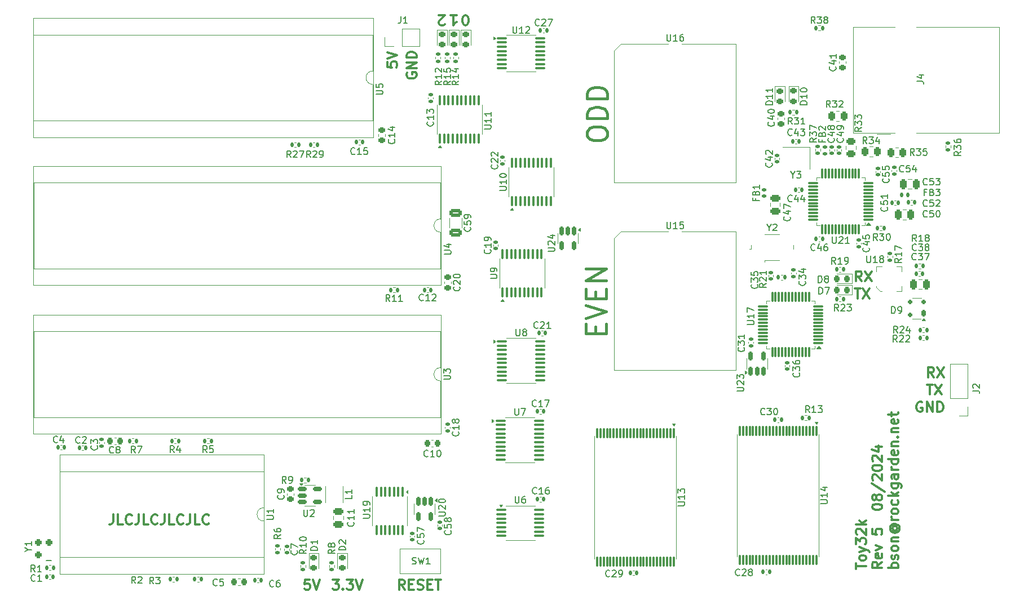
<source format=gto>
G04 #@! TF.GenerationSoftware,KiCad,Pcbnew,8.0.4*
G04 #@! TF.CreationDate,2024-08-18T20:29:47-07:00*
G04 #@! TF.ProjectId,ns32k,6e733332-6b2e-46b6-9963-61645f706362,5*
G04 #@! TF.SameCoordinates,Original*
G04 #@! TF.FileFunction,Legend,Top*
G04 #@! TF.FilePolarity,Positive*
%FSLAX46Y46*%
G04 Gerber Fmt 4.6, Leading zero omitted, Abs format (unit mm)*
G04 Created by KiCad (PCBNEW 8.0.4) date 2024-08-18 20:29:47*
%MOMM*%
%LPD*%
G01*
G04 APERTURE LIST*
G04 Aperture macros list*
%AMRoundRect*
0 Rectangle with rounded corners*
0 $1 Rounding radius*
0 $2 $3 $4 $5 $6 $7 $8 $9 X,Y pos of 4 corners*
0 Add a 4 corners polygon primitive as box body*
4,1,4,$2,$3,$4,$5,$6,$7,$8,$9,$2,$3,0*
0 Add four circle primitives for the rounded corners*
1,1,$1+$1,$2,$3*
1,1,$1+$1,$4,$5*
1,1,$1+$1,$6,$7*
1,1,$1+$1,$8,$9*
0 Add four rect primitives between the rounded corners*
20,1,$1+$1,$2,$3,$4,$5,0*
20,1,$1+$1,$4,$5,$6,$7,0*
20,1,$1+$1,$6,$7,$8,$9,0*
20,1,$1+$1,$8,$9,$2,$3,0*%
G04 Aperture macros list end*
%ADD10C,0.300000*%
%ADD11C,0.450000*%
%ADD12C,0.150000*%
%ADD13C,0.120000*%
%ADD14R,2.000000X0.700000*%
%ADD15RoundRect,0.135000X0.185000X-0.135000X0.185000X0.135000X-0.185000X0.135000X-0.185000X-0.135000X0*%
%ADD16RoundRect,0.140000X0.140000X0.170000X-0.140000X0.170000X-0.140000X-0.170000X0.140000X-0.170000X0*%
%ADD17RoundRect,0.135000X0.135000X0.185000X-0.135000X0.185000X-0.135000X-0.185000X0.135000X-0.185000X0*%
%ADD18RoundRect,0.250000X-0.475000X0.250000X-0.475000X-0.250000X0.475000X-0.250000X0.475000X0.250000X0*%
%ADD19RoundRect,0.140000X-0.170000X0.140000X-0.170000X-0.140000X0.170000X-0.140000X0.170000X0.140000X0*%
%ADD20RoundRect,0.100000X0.100000X-0.637500X0.100000X0.637500X-0.100000X0.637500X-0.100000X-0.637500X0*%
%ADD21RoundRect,0.140000X0.170000X-0.140000X0.170000X0.140000X-0.170000X0.140000X-0.170000X-0.140000X0*%
%ADD22RoundRect,0.135000X-0.135000X-0.185000X0.135000X-0.185000X0.135000X0.185000X-0.135000X0.185000X0*%
%ADD23RoundRect,0.218750X0.218750X0.256250X-0.218750X0.256250X-0.218750X-0.256250X0.218750X-0.256250X0*%
%ADD24RoundRect,0.140000X-0.140000X-0.170000X0.140000X-0.170000X0.140000X0.170000X-0.140000X0.170000X0*%
%ADD25RoundRect,0.218750X-0.256250X0.218750X-0.256250X-0.218750X0.256250X-0.218750X0.256250X0.218750X0*%
%ADD26C,3.250000*%
%ADD27C,1.890000*%
%ADD28R,1.900000X1.900000*%
%ADD29C,1.900000*%
%ADD30C,2.600000*%
%ADD31RoundRect,0.100000X-0.637500X-0.100000X0.637500X-0.100000X0.637500X0.100000X-0.637500X0.100000X0*%
%ADD32RoundRect,0.150000X-0.150000X0.512500X-0.150000X-0.512500X0.150000X-0.512500X0.150000X0.512500X0*%
%ADD33R,1.600000X1.600000*%
%ADD34O,1.600000X1.600000*%
%ADD35RoundRect,0.075000X0.662500X0.075000X-0.662500X0.075000X-0.662500X-0.075000X0.662500X-0.075000X0*%
%ADD36RoundRect,0.075000X0.075000X0.662500X-0.075000X0.662500X-0.075000X-0.662500X0.075000X-0.662500X0*%
%ADD37RoundRect,0.135000X-0.185000X0.135000X-0.185000X-0.135000X0.185000X-0.135000X0.185000X0.135000X0*%
%ADD38RoundRect,0.225000X-0.250000X0.225000X-0.250000X-0.225000X0.250000X-0.225000X0.250000X0.225000X0*%
%ADD39RoundRect,0.100000X-0.100000X0.637500X-0.100000X-0.637500X0.100000X-0.637500X0.100000X0.637500X0*%
%ADD40RoundRect,0.175000X0.175000X0.325000X-0.175000X0.325000X-0.175000X-0.325000X0.175000X-0.325000X0*%
%ADD41RoundRect,0.150000X0.200000X0.150000X-0.200000X0.150000X-0.200000X-0.150000X0.200000X-0.150000X0*%
%ADD42R,1.422400X1.422400*%
%ADD43C,1.422400*%
%ADD44RoundRect,0.250000X0.450000X-0.262500X0.450000X0.262500X-0.450000X0.262500X-0.450000X-0.262500X0*%
%ADD45RoundRect,0.147500X-0.147500X-0.172500X0.147500X-0.172500X0.147500X0.172500X-0.147500X0.172500X0*%
%ADD46RoundRect,0.225000X-0.225000X-0.250000X0.225000X-0.250000X0.225000X0.250000X-0.225000X0.250000X0*%
%ADD47RoundRect,0.250000X-0.262500X-0.450000X0.262500X-0.450000X0.262500X0.450000X-0.262500X0.450000X0*%
%ADD48R,1.400000X1.200000*%
%ADD49RoundRect,0.250000X0.262500X0.450000X-0.262500X0.450000X-0.262500X-0.450000X0.262500X-0.450000X0*%
%ADD50RoundRect,0.225000X0.250000X-0.225000X0.250000X0.225000X-0.250000X0.225000X-0.250000X-0.225000X0*%
%ADD51RoundRect,0.150000X-0.512500X-0.150000X0.512500X-0.150000X0.512500X0.150000X-0.512500X0.150000X0*%
%ADD52R,1.500000X1.500000*%
%ADD53RoundRect,0.250000X-0.250000X-0.475000X0.250000X-0.475000X0.250000X0.475000X-0.250000X0.475000X0*%
%ADD54RoundRect,0.147500X0.172500X-0.147500X0.172500X0.147500X-0.172500X0.147500X-0.172500X-0.147500X0*%
%ADD55R,1.800000X1.400000*%
%ADD56R,0.950000X1.000000*%
%ADD57RoundRect,0.237500X0.237500X-0.262500X0.237500X0.262500X-0.237500X0.262500X-0.237500X-0.262500X0*%
%ADD58RoundRect,0.075000X-0.075000X0.712500X-0.075000X-0.712500X0.075000X-0.712500X0.075000X0.712500X0*%
%ADD59RoundRect,0.150000X0.150000X-0.512500X0.150000X0.512500X-0.150000X0.512500X-0.150000X-0.512500X0*%
%ADD60RoundRect,0.250000X-0.650000X0.325000X-0.650000X-0.325000X0.650000X-0.325000X0.650000X0.325000X0*%
%ADD61R,1.800000X1.800000*%
%ADD62R,0.300000X0.300000*%
%ADD63R,0.300000X0.900000*%
%ADD64R,0.900000X0.300000*%
%ADD65R,1.700000X1.700000*%
%ADD66O,1.700000X1.700000*%
%ADD67RoundRect,0.225000X0.225000X0.250000X-0.225000X0.250000X-0.225000X-0.250000X0.225000X-0.250000X0*%
%ADD68C,0.650000*%
%ADD69O,1.600000X1.000000*%
%ADD70O,2.100000X1.000000*%
G04 APERTURE END LIST*
D10*
X113616828Y-58387003D02*
X113616828Y-59101289D01*
X113616828Y-59101289D02*
X114331114Y-59172717D01*
X114331114Y-59172717D02*
X114259685Y-59101289D01*
X114259685Y-59101289D02*
X114188257Y-58958432D01*
X114188257Y-58958432D02*
X114188257Y-58601289D01*
X114188257Y-58601289D02*
X114259685Y-58458432D01*
X114259685Y-58458432D02*
X114331114Y-58387003D01*
X114331114Y-58387003D02*
X114473971Y-58315574D01*
X114473971Y-58315574D02*
X114831114Y-58315574D01*
X114831114Y-58315574D02*
X114973971Y-58387003D01*
X114973971Y-58387003D02*
X115045400Y-58458432D01*
X115045400Y-58458432D02*
X115116828Y-58601289D01*
X115116828Y-58601289D02*
X115116828Y-58958432D01*
X115116828Y-58958432D02*
X115045400Y-59101289D01*
X115045400Y-59101289D02*
X114973971Y-59172717D01*
X113616828Y-57887003D02*
X115116828Y-57387003D01*
X115116828Y-57387003D02*
X113616828Y-56887003D01*
X123170574Y-51320571D02*
X124027717Y-51320571D01*
X123599146Y-51320571D02*
X123599146Y-52820571D01*
X123599146Y-52820571D02*
X123742003Y-52606285D01*
X123742003Y-52606285D02*
X123884860Y-52463428D01*
X123884860Y-52463428D02*
X124027717Y-52392000D01*
X183804425Y-92407828D02*
X184661568Y-92407828D01*
X184232996Y-93907828D02*
X184232996Y-92407828D01*
X185018710Y-92407828D02*
X186018710Y-93907828D01*
X186018710Y-92407828D02*
X185018710Y-93907828D01*
X194650225Y-106835028D02*
X195507368Y-106835028D01*
X195078796Y-108335028D02*
X195078796Y-106835028D01*
X195864510Y-106835028D02*
X196864510Y-108335028D01*
X196864510Y-106835028D02*
X195864510Y-108335028D01*
X184021796Y-134584574D02*
X184021796Y-133727432D01*
X185521796Y-134156003D02*
X184021796Y-134156003D01*
X185521796Y-133013146D02*
X185450368Y-133156003D01*
X185450368Y-133156003D02*
X185378939Y-133227432D01*
X185378939Y-133227432D02*
X185236082Y-133298860D01*
X185236082Y-133298860D02*
X184807510Y-133298860D01*
X184807510Y-133298860D02*
X184664653Y-133227432D01*
X184664653Y-133227432D02*
X184593225Y-133156003D01*
X184593225Y-133156003D02*
X184521796Y-133013146D01*
X184521796Y-133013146D02*
X184521796Y-132798860D01*
X184521796Y-132798860D02*
X184593225Y-132656003D01*
X184593225Y-132656003D02*
X184664653Y-132584575D01*
X184664653Y-132584575D02*
X184807510Y-132513146D01*
X184807510Y-132513146D02*
X185236082Y-132513146D01*
X185236082Y-132513146D02*
X185378939Y-132584575D01*
X185378939Y-132584575D02*
X185450368Y-132656003D01*
X185450368Y-132656003D02*
X185521796Y-132798860D01*
X185521796Y-132798860D02*
X185521796Y-133013146D01*
X184521796Y-132013146D02*
X185521796Y-131656003D01*
X184521796Y-131298860D02*
X185521796Y-131656003D01*
X185521796Y-131656003D02*
X185878939Y-131798860D01*
X185878939Y-131798860D02*
X185950368Y-131870289D01*
X185950368Y-131870289D02*
X186021796Y-132013146D01*
X184021796Y-130870289D02*
X184021796Y-129941717D01*
X184021796Y-129941717D02*
X184593225Y-130441717D01*
X184593225Y-130441717D02*
X184593225Y-130227432D01*
X184593225Y-130227432D02*
X184664653Y-130084575D01*
X184664653Y-130084575D02*
X184736082Y-130013146D01*
X184736082Y-130013146D02*
X184878939Y-129941717D01*
X184878939Y-129941717D02*
X185236082Y-129941717D01*
X185236082Y-129941717D02*
X185378939Y-130013146D01*
X185378939Y-130013146D02*
X185450368Y-130084575D01*
X185450368Y-130084575D02*
X185521796Y-130227432D01*
X185521796Y-130227432D02*
X185521796Y-130656003D01*
X185521796Y-130656003D02*
X185450368Y-130798860D01*
X185450368Y-130798860D02*
X185378939Y-130870289D01*
X184164653Y-129370289D02*
X184093225Y-129298861D01*
X184093225Y-129298861D02*
X184021796Y-129156004D01*
X184021796Y-129156004D02*
X184021796Y-128798861D01*
X184021796Y-128798861D02*
X184093225Y-128656004D01*
X184093225Y-128656004D02*
X184164653Y-128584575D01*
X184164653Y-128584575D02*
X184307510Y-128513146D01*
X184307510Y-128513146D02*
X184450368Y-128513146D01*
X184450368Y-128513146D02*
X184664653Y-128584575D01*
X184664653Y-128584575D02*
X185521796Y-129441718D01*
X185521796Y-129441718D02*
X185521796Y-128513146D01*
X185521796Y-127870290D02*
X184021796Y-127870290D01*
X184950368Y-127727433D02*
X185521796Y-127298861D01*
X184521796Y-127298861D02*
X185093225Y-127870290D01*
X187936712Y-133513146D02*
X187222426Y-134013146D01*
X187936712Y-134370289D02*
X186436712Y-134370289D01*
X186436712Y-134370289D02*
X186436712Y-133798860D01*
X186436712Y-133798860D02*
X186508141Y-133656003D01*
X186508141Y-133656003D02*
X186579569Y-133584574D01*
X186579569Y-133584574D02*
X186722426Y-133513146D01*
X186722426Y-133513146D02*
X186936712Y-133513146D01*
X186936712Y-133513146D02*
X187079569Y-133584574D01*
X187079569Y-133584574D02*
X187150998Y-133656003D01*
X187150998Y-133656003D02*
X187222426Y-133798860D01*
X187222426Y-133798860D02*
X187222426Y-134370289D01*
X187865284Y-132298860D02*
X187936712Y-132441717D01*
X187936712Y-132441717D02*
X187936712Y-132727432D01*
X187936712Y-132727432D02*
X187865284Y-132870289D01*
X187865284Y-132870289D02*
X187722426Y-132941717D01*
X187722426Y-132941717D02*
X187150998Y-132941717D01*
X187150998Y-132941717D02*
X187008141Y-132870289D01*
X187008141Y-132870289D02*
X186936712Y-132727432D01*
X186936712Y-132727432D02*
X186936712Y-132441717D01*
X186936712Y-132441717D02*
X187008141Y-132298860D01*
X187008141Y-132298860D02*
X187150998Y-132227432D01*
X187150998Y-132227432D02*
X187293855Y-132227432D01*
X187293855Y-132227432D02*
X187436712Y-132941717D01*
X186936712Y-131727432D02*
X187936712Y-131370289D01*
X187936712Y-131370289D02*
X186936712Y-131013146D01*
X186436712Y-128584575D02*
X186436712Y-129298861D01*
X186436712Y-129298861D02*
X187150998Y-129370289D01*
X187150998Y-129370289D02*
X187079569Y-129298861D01*
X187079569Y-129298861D02*
X187008141Y-129156004D01*
X187008141Y-129156004D02*
X187008141Y-128798861D01*
X187008141Y-128798861D02*
X187079569Y-128656004D01*
X187079569Y-128656004D02*
X187150998Y-128584575D01*
X187150998Y-128584575D02*
X187293855Y-128513146D01*
X187293855Y-128513146D02*
X187650998Y-128513146D01*
X187650998Y-128513146D02*
X187793855Y-128584575D01*
X187793855Y-128584575D02*
X187865284Y-128656004D01*
X187865284Y-128656004D02*
X187936712Y-128798861D01*
X187936712Y-128798861D02*
X187936712Y-129156004D01*
X187936712Y-129156004D02*
X187865284Y-129298861D01*
X187865284Y-129298861D02*
X187793855Y-129370289D01*
X186436712Y-125298861D02*
X186436712Y-125156004D01*
X186436712Y-125156004D02*
X186508141Y-125013147D01*
X186508141Y-125013147D02*
X186579569Y-124941719D01*
X186579569Y-124941719D02*
X186722426Y-124870290D01*
X186722426Y-124870290D02*
X187008141Y-124798861D01*
X187008141Y-124798861D02*
X187365284Y-124798861D01*
X187365284Y-124798861D02*
X187650998Y-124870290D01*
X187650998Y-124870290D02*
X187793855Y-124941719D01*
X187793855Y-124941719D02*
X187865284Y-125013147D01*
X187865284Y-125013147D02*
X187936712Y-125156004D01*
X187936712Y-125156004D02*
X187936712Y-125298861D01*
X187936712Y-125298861D02*
X187865284Y-125441719D01*
X187865284Y-125441719D02*
X187793855Y-125513147D01*
X187793855Y-125513147D02*
X187650998Y-125584576D01*
X187650998Y-125584576D02*
X187365284Y-125656004D01*
X187365284Y-125656004D02*
X187008141Y-125656004D01*
X187008141Y-125656004D02*
X186722426Y-125584576D01*
X186722426Y-125584576D02*
X186579569Y-125513147D01*
X186579569Y-125513147D02*
X186508141Y-125441719D01*
X186508141Y-125441719D02*
X186436712Y-125298861D01*
X187079569Y-123941719D02*
X187008141Y-124084576D01*
X187008141Y-124084576D02*
X186936712Y-124156005D01*
X186936712Y-124156005D02*
X186793855Y-124227433D01*
X186793855Y-124227433D02*
X186722426Y-124227433D01*
X186722426Y-124227433D02*
X186579569Y-124156005D01*
X186579569Y-124156005D02*
X186508141Y-124084576D01*
X186508141Y-124084576D02*
X186436712Y-123941719D01*
X186436712Y-123941719D02*
X186436712Y-123656005D01*
X186436712Y-123656005D02*
X186508141Y-123513148D01*
X186508141Y-123513148D02*
X186579569Y-123441719D01*
X186579569Y-123441719D02*
X186722426Y-123370290D01*
X186722426Y-123370290D02*
X186793855Y-123370290D01*
X186793855Y-123370290D02*
X186936712Y-123441719D01*
X186936712Y-123441719D02*
X187008141Y-123513148D01*
X187008141Y-123513148D02*
X187079569Y-123656005D01*
X187079569Y-123656005D02*
X187079569Y-123941719D01*
X187079569Y-123941719D02*
X187150998Y-124084576D01*
X187150998Y-124084576D02*
X187222426Y-124156005D01*
X187222426Y-124156005D02*
X187365284Y-124227433D01*
X187365284Y-124227433D02*
X187650998Y-124227433D01*
X187650998Y-124227433D02*
X187793855Y-124156005D01*
X187793855Y-124156005D02*
X187865284Y-124084576D01*
X187865284Y-124084576D02*
X187936712Y-123941719D01*
X187936712Y-123941719D02*
X187936712Y-123656005D01*
X187936712Y-123656005D02*
X187865284Y-123513148D01*
X187865284Y-123513148D02*
X187793855Y-123441719D01*
X187793855Y-123441719D02*
X187650998Y-123370290D01*
X187650998Y-123370290D02*
X187365284Y-123370290D01*
X187365284Y-123370290D02*
X187222426Y-123441719D01*
X187222426Y-123441719D02*
X187150998Y-123513148D01*
X187150998Y-123513148D02*
X187079569Y-123656005D01*
X186365284Y-121656005D02*
X188293855Y-122941719D01*
X186579569Y-121227433D02*
X186508141Y-121156005D01*
X186508141Y-121156005D02*
X186436712Y-121013148D01*
X186436712Y-121013148D02*
X186436712Y-120656005D01*
X186436712Y-120656005D02*
X186508141Y-120513148D01*
X186508141Y-120513148D02*
X186579569Y-120441719D01*
X186579569Y-120441719D02*
X186722426Y-120370290D01*
X186722426Y-120370290D02*
X186865284Y-120370290D01*
X186865284Y-120370290D02*
X187079569Y-120441719D01*
X187079569Y-120441719D02*
X187936712Y-121298862D01*
X187936712Y-121298862D02*
X187936712Y-120370290D01*
X186436712Y-119441719D02*
X186436712Y-119298862D01*
X186436712Y-119298862D02*
X186508141Y-119156005D01*
X186508141Y-119156005D02*
X186579569Y-119084577D01*
X186579569Y-119084577D02*
X186722426Y-119013148D01*
X186722426Y-119013148D02*
X187008141Y-118941719D01*
X187008141Y-118941719D02*
X187365284Y-118941719D01*
X187365284Y-118941719D02*
X187650998Y-119013148D01*
X187650998Y-119013148D02*
X187793855Y-119084577D01*
X187793855Y-119084577D02*
X187865284Y-119156005D01*
X187865284Y-119156005D02*
X187936712Y-119298862D01*
X187936712Y-119298862D02*
X187936712Y-119441719D01*
X187936712Y-119441719D02*
X187865284Y-119584577D01*
X187865284Y-119584577D02*
X187793855Y-119656005D01*
X187793855Y-119656005D02*
X187650998Y-119727434D01*
X187650998Y-119727434D02*
X187365284Y-119798862D01*
X187365284Y-119798862D02*
X187008141Y-119798862D01*
X187008141Y-119798862D02*
X186722426Y-119727434D01*
X186722426Y-119727434D02*
X186579569Y-119656005D01*
X186579569Y-119656005D02*
X186508141Y-119584577D01*
X186508141Y-119584577D02*
X186436712Y-119441719D01*
X186579569Y-118370291D02*
X186508141Y-118298863D01*
X186508141Y-118298863D02*
X186436712Y-118156006D01*
X186436712Y-118156006D02*
X186436712Y-117798863D01*
X186436712Y-117798863D02*
X186508141Y-117656006D01*
X186508141Y-117656006D02*
X186579569Y-117584577D01*
X186579569Y-117584577D02*
X186722426Y-117513148D01*
X186722426Y-117513148D02*
X186865284Y-117513148D01*
X186865284Y-117513148D02*
X187079569Y-117584577D01*
X187079569Y-117584577D02*
X187936712Y-118441720D01*
X187936712Y-118441720D02*
X187936712Y-117513148D01*
X186936712Y-116227435D02*
X187936712Y-116227435D01*
X186365284Y-116584577D02*
X187436712Y-116941720D01*
X187436712Y-116941720D02*
X187436712Y-116013149D01*
X190351628Y-134370289D02*
X188851628Y-134370289D01*
X189423057Y-134370289D02*
X189351628Y-134227432D01*
X189351628Y-134227432D02*
X189351628Y-133941717D01*
X189351628Y-133941717D02*
X189423057Y-133798860D01*
X189423057Y-133798860D02*
X189494485Y-133727432D01*
X189494485Y-133727432D02*
X189637342Y-133656003D01*
X189637342Y-133656003D02*
X190065914Y-133656003D01*
X190065914Y-133656003D02*
X190208771Y-133727432D01*
X190208771Y-133727432D02*
X190280200Y-133798860D01*
X190280200Y-133798860D02*
X190351628Y-133941717D01*
X190351628Y-133941717D02*
X190351628Y-134227432D01*
X190351628Y-134227432D02*
X190280200Y-134370289D01*
X190280200Y-133084574D02*
X190351628Y-132941717D01*
X190351628Y-132941717D02*
X190351628Y-132656003D01*
X190351628Y-132656003D02*
X190280200Y-132513146D01*
X190280200Y-132513146D02*
X190137342Y-132441717D01*
X190137342Y-132441717D02*
X190065914Y-132441717D01*
X190065914Y-132441717D02*
X189923057Y-132513146D01*
X189923057Y-132513146D02*
X189851628Y-132656003D01*
X189851628Y-132656003D02*
X189851628Y-132870289D01*
X189851628Y-132870289D02*
X189780200Y-133013146D01*
X189780200Y-133013146D02*
X189637342Y-133084574D01*
X189637342Y-133084574D02*
X189565914Y-133084574D01*
X189565914Y-133084574D02*
X189423057Y-133013146D01*
X189423057Y-133013146D02*
X189351628Y-132870289D01*
X189351628Y-132870289D02*
X189351628Y-132656003D01*
X189351628Y-132656003D02*
X189423057Y-132513146D01*
X190351628Y-131584574D02*
X190280200Y-131727431D01*
X190280200Y-131727431D02*
X190208771Y-131798860D01*
X190208771Y-131798860D02*
X190065914Y-131870288D01*
X190065914Y-131870288D02*
X189637342Y-131870288D01*
X189637342Y-131870288D02*
X189494485Y-131798860D01*
X189494485Y-131798860D02*
X189423057Y-131727431D01*
X189423057Y-131727431D02*
X189351628Y-131584574D01*
X189351628Y-131584574D02*
X189351628Y-131370288D01*
X189351628Y-131370288D02*
X189423057Y-131227431D01*
X189423057Y-131227431D02*
X189494485Y-131156003D01*
X189494485Y-131156003D02*
X189637342Y-131084574D01*
X189637342Y-131084574D02*
X190065914Y-131084574D01*
X190065914Y-131084574D02*
X190208771Y-131156003D01*
X190208771Y-131156003D02*
X190280200Y-131227431D01*
X190280200Y-131227431D02*
X190351628Y-131370288D01*
X190351628Y-131370288D02*
X190351628Y-131584574D01*
X189351628Y-130441717D02*
X190351628Y-130441717D01*
X189494485Y-130441717D02*
X189423057Y-130370288D01*
X189423057Y-130370288D02*
X189351628Y-130227431D01*
X189351628Y-130227431D02*
X189351628Y-130013145D01*
X189351628Y-130013145D02*
X189423057Y-129870288D01*
X189423057Y-129870288D02*
X189565914Y-129798860D01*
X189565914Y-129798860D02*
X190351628Y-129798860D01*
X189637342Y-128156002D02*
X189565914Y-128227431D01*
X189565914Y-128227431D02*
X189494485Y-128370288D01*
X189494485Y-128370288D02*
X189494485Y-128513145D01*
X189494485Y-128513145D02*
X189565914Y-128656002D01*
X189565914Y-128656002D02*
X189637342Y-128727431D01*
X189637342Y-128727431D02*
X189780200Y-128798859D01*
X189780200Y-128798859D02*
X189923057Y-128798859D01*
X189923057Y-128798859D02*
X190065914Y-128727431D01*
X190065914Y-128727431D02*
X190137342Y-128656002D01*
X190137342Y-128656002D02*
X190208771Y-128513145D01*
X190208771Y-128513145D02*
X190208771Y-128370288D01*
X190208771Y-128370288D02*
X190137342Y-128227431D01*
X190137342Y-128227431D02*
X190065914Y-128156002D01*
X189494485Y-128156002D02*
X190065914Y-128156002D01*
X190065914Y-128156002D02*
X190137342Y-128084574D01*
X190137342Y-128084574D02*
X190137342Y-128013145D01*
X190137342Y-128013145D02*
X190065914Y-127870288D01*
X190065914Y-127870288D02*
X189923057Y-127798859D01*
X189923057Y-127798859D02*
X189565914Y-127798859D01*
X189565914Y-127798859D02*
X189351628Y-127941717D01*
X189351628Y-127941717D02*
X189208771Y-128156002D01*
X189208771Y-128156002D02*
X189137342Y-128441717D01*
X189137342Y-128441717D02*
X189208771Y-128727431D01*
X189208771Y-128727431D02*
X189351628Y-128941717D01*
X189351628Y-128941717D02*
X189565914Y-129084574D01*
X189565914Y-129084574D02*
X189851628Y-129156002D01*
X189851628Y-129156002D02*
X190137342Y-129084574D01*
X190137342Y-129084574D02*
X190351628Y-128941717D01*
X190351628Y-128941717D02*
X190494485Y-128727431D01*
X190494485Y-128727431D02*
X190565914Y-128441717D01*
X190565914Y-128441717D02*
X190494485Y-128156002D01*
X190494485Y-128156002D02*
X190351628Y-127941717D01*
X190351628Y-127156003D02*
X189351628Y-127156003D01*
X189637342Y-127156003D02*
X189494485Y-127084574D01*
X189494485Y-127084574D02*
X189423057Y-127013146D01*
X189423057Y-127013146D02*
X189351628Y-126870288D01*
X189351628Y-126870288D02*
X189351628Y-126727431D01*
X190351628Y-126013146D02*
X190280200Y-126156003D01*
X190280200Y-126156003D02*
X190208771Y-126227432D01*
X190208771Y-126227432D02*
X190065914Y-126298860D01*
X190065914Y-126298860D02*
X189637342Y-126298860D01*
X189637342Y-126298860D02*
X189494485Y-126227432D01*
X189494485Y-126227432D02*
X189423057Y-126156003D01*
X189423057Y-126156003D02*
X189351628Y-126013146D01*
X189351628Y-126013146D02*
X189351628Y-125798860D01*
X189351628Y-125798860D02*
X189423057Y-125656003D01*
X189423057Y-125656003D02*
X189494485Y-125584575D01*
X189494485Y-125584575D02*
X189637342Y-125513146D01*
X189637342Y-125513146D02*
X190065914Y-125513146D01*
X190065914Y-125513146D02*
X190208771Y-125584575D01*
X190208771Y-125584575D02*
X190280200Y-125656003D01*
X190280200Y-125656003D02*
X190351628Y-125798860D01*
X190351628Y-125798860D02*
X190351628Y-126013146D01*
X190280200Y-124227432D02*
X190351628Y-124370289D01*
X190351628Y-124370289D02*
X190351628Y-124656003D01*
X190351628Y-124656003D02*
X190280200Y-124798860D01*
X190280200Y-124798860D02*
X190208771Y-124870289D01*
X190208771Y-124870289D02*
X190065914Y-124941717D01*
X190065914Y-124941717D02*
X189637342Y-124941717D01*
X189637342Y-124941717D02*
X189494485Y-124870289D01*
X189494485Y-124870289D02*
X189423057Y-124798860D01*
X189423057Y-124798860D02*
X189351628Y-124656003D01*
X189351628Y-124656003D02*
X189351628Y-124370289D01*
X189351628Y-124370289D02*
X189423057Y-124227432D01*
X190351628Y-123584575D02*
X188851628Y-123584575D01*
X189780200Y-123441718D02*
X190351628Y-123013146D01*
X189351628Y-123013146D02*
X189923057Y-123584575D01*
X189351628Y-121727432D02*
X190565914Y-121727432D01*
X190565914Y-121727432D02*
X190708771Y-121798860D01*
X190708771Y-121798860D02*
X190780200Y-121870289D01*
X190780200Y-121870289D02*
X190851628Y-122013146D01*
X190851628Y-122013146D02*
X190851628Y-122227432D01*
X190851628Y-122227432D02*
X190780200Y-122370289D01*
X190280200Y-121727432D02*
X190351628Y-121870289D01*
X190351628Y-121870289D02*
X190351628Y-122156003D01*
X190351628Y-122156003D02*
X190280200Y-122298860D01*
X190280200Y-122298860D02*
X190208771Y-122370289D01*
X190208771Y-122370289D02*
X190065914Y-122441717D01*
X190065914Y-122441717D02*
X189637342Y-122441717D01*
X189637342Y-122441717D02*
X189494485Y-122370289D01*
X189494485Y-122370289D02*
X189423057Y-122298860D01*
X189423057Y-122298860D02*
X189351628Y-122156003D01*
X189351628Y-122156003D02*
X189351628Y-121870289D01*
X189351628Y-121870289D02*
X189423057Y-121727432D01*
X190351628Y-120370289D02*
X189565914Y-120370289D01*
X189565914Y-120370289D02*
X189423057Y-120441717D01*
X189423057Y-120441717D02*
X189351628Y-120584574D01*
X189351628Y-120584574D02*
X189351628Y-120870289D01*
X189351628Y-120870289D02*
X189423057Y-121013146D01*
X190280200Y-120370289D02*
X190351628Y-120513146D01*
X190351628Y-120513146D02*
X190351628Y-120870289D01*
X190351628Y-120870289D02*
X190280200Y-121013146D01*
X190280200Y-121013146D02*
X190137342Y-121084574D01*
X190137342Y-121084574D02*
X189994485Y-121084574D01*
X189994485Y-121084574D02*
X189851628Y-121013146D01*
X189851628Y-121013146D02*
X189780200Y-120870289D01*
X189780200Y-120870289D02*
X189780200Y-120513146D01*
X189780200Y-120513146D02*
X189708771Y-120370289D01*
X190351628Y-119656003D02*
X189351628Y-119656003D01*
X189637342Y-119656003D02*
X189494485Y-119584574D01*
X189494485Y-119584574D02*
X189423057Y-119513146D01*
X189423057Y-119513146D02*
X189351628Y-119370288D01*
X189351628Y-119370288D02*
X189351628Y-119227431D01*
X190351628Y-118084575D02*
X188851628Y-118084575D01*
X190280200Y-118084575D02*
X190351628Y-118227432D01*
X190351628Y-118227432D02*
X190351628Y-118513146D01*
X190351628Y-118513146D02*
X190280200Y-118656003D01*
X190280200Y-118656003D02*
X190208771Y-118727432D01*
X190208771Y-118727432D02*
X190065914Y-118798860D01*
X190065914Y-118798860D02*
X189637342Y-118798860D01*
X189637342Y-118798860D02*
X189494485Y-118727432D01*
X189494485Y-118727432D02*
X189423057Y-118656003D01*
X189423057Y-118656003D02*
X189351628Y-118513146D01*
X189351628Y-118513146D02*
X189351628Y-118227432D01*
X189351628Y-118227432D02*
X189423057Y-118084575D01*
X190280200Y-116798860D02*
X190351628Y-116941717D01*
X190351628Y-116941717D02*
X190351628Y-117227432D01*
X190351628Y-117227432D02*
X190280200Y-117370289D01*
X190280200Y-117370289D02*
X190137342Y-117441717D01*
X190137342Y-117441717D02*
X189565914Y-117441717D01*
X189565914Y-117441717D02*
X189423057Y-117370289D01*
X189423057Y-117370289D02*
X189351628Y-117227432D01*
X189351628Y-117227432D02*
X189351628Y-116941717D01*
X189351628Y-116941717D02*
X189423057Y-116798860D01*
X189423057Y-116798860D02*
X189565914Y-116727432D01*
X189565914Y-116727432D02*
X189708771Y-116727432D01*
X189708771Y-116727432D02*
X189851628Y-117441717D01*
X189351628Y-116084575D02*
X190351628Y-116084575D01*
X189494485Y-116084575D02*
X189423057Y-116013146D01*
X189423057Y-116013146D02*
X189351628Y-115870289D01*
X189351628Y-115870289D02*
X189351628Y-115656003D01*
X189351628Y-115656003D02*
X189423057Y-115513146D01*
X189423057Y-115513146D02*
X189565914Y-115441718D01*
X189565914Y-115441718D02*
X190351628Y-115441718D01*
X190208771Y-114727432D02*
X190280200Y-114656003D01*
X190280200Y-114656003D02*
X190351628Y-114727432D01*
X190351628Y-114727432D02*
X190280200Y-114798860D01*
X190280200Y-114798860D02*
X190208771Y-114727432D01*
X190208771Y-114727432D02*
X190351628Y-114727432D01*
X189351628Y-114013146D02*
X190351628Y-114013146D01*
X189494485Y-114013146D02*
X189423057Y-113941717D01*
X189423057Y-113941717D02*
X189351628Y-113798860D01*
X189351628Y-113798860D02*
X189351628Y-113584574D01*
X189351628Y-113584574D02*
X189423057Y-113441717D01*
X189423057Y-113441717D02*
X189565914Y-113370289D01*
X189565914Y-113370289D02*
X190351628Y-113370289D01*
X190280200Y-112084574D02*
X190351628Y-112227431D01*
X190351628Y-112227431D02*
X190351628Y-112513146D01*
X190351628Y-112513146D02*
X190280200Y-112656003D01*
X190280200Y-112656003D02*
X190137342Y-112727431D01*
X190137342Y-112727431D02*
X189565914Y-112727431D01*
X189565914Y-112727431D02*
X189423057Y-112656003D01*
X189423057Y-112656003D02*
X189351628Y-112513146D01*
X189351628Y-112513146D02*
X189351628Y-112227431D01*
X189351628Y-112227431D02*
X189423057Y-112084574D01*
X189423057Y-112084574D02*
X189565914Y-112013146D01*
X189565914Y-112013146D02*
X189708771Y-112013146D01*
X189708771Y-112013146D02*
X189851628Y-112727431D01*
X189351628Y-111584574D02*
X189351628Y-111013146D01*
X188851628Y-111370289D02*
X190137342Y-111370289D01*
X190137342Y-111370289D02*
X190280200Y-111298860D01*
X190280200Y-111298860D02*
X190351628Y-111156003D01*
X190351628Y-111156003D02*
X190351628Y-111013146D01*
X105411653Y-136163228D02*
X106340225Y-136163228D01*
X106340225Y-136163228D02*
X105840225Y-136734657D01*
X105840225Y-136734657D02*
X106054510Y-136734657D01*
X106054510Y-136734657D02*
X106197368Y-136806085D01*
X106197368Y-136806085D02*
X106268796Y-136877514D01*
X106268796Y-136877514D02*
X106340225Y-137020371D01*
X106340225Y-137020371D02*
X106340225Y-137377514D01*
X106340225Y-137377514D02*
X106268796Y-137520371D01*
X106268796Y-137520371D02*
X106197368Y-137591800D01*
X106197368Y-137591800D02*
X106054510Y-137663228D01*
X106054510Y-137663228D02*
X105625939Y-137663228D01*
X105625939Y-137663228D02*
X105483082Y-137591800D01*
X105483082Y-137591800D02*
X105411653Y-137520371D01*
X106983081Y-137520371D02*
X107054510Y-137591800D01*
X107054510Y-137591800D02*
X106983081Y-137663228D01*
X106983081Y-137663228D02*
X106911653Y-137591800D01*
X106911653Y-137591800D02*
X106983081Y-137520371D01*
X106983081Y-137520371D02*
X106983081Y-137663228D01*
X107554510Y-136163228D02*
X108483082Y-136163228D01*
X108483082Y-136163228D02*
X107983082Y-136734657D01*
X107983082Y-136734657D02*
X108197367Y-136734657D01*
X108197367Y-136734657D02*
X108340225Y-136806085D01*
X108340225Y-136806085D02*
X108411653Y-136877514D01*
X108411653Y-136877514D02*
X108483082Y-137020371D01*
X108483082Y-137020371D02*
X108483082Y-137377514D01*
X108483082Y-137377514D02*
X108411653Y-137520371D01*
X108411653Y-137520371D02*
X108340225Y-137591800D01*
X108340225Y-137591800D02*
X108197367Y-137663228D01*
X108197367Y-137663228D02*
X107768796Y-137663228D01*
X107768796Y-137663228D02*
X107625939Y-137591800D01*
X107625939Y-137591800D02*
X107554510Y-137520371D01*
X108911653Y-136163228D02*
X109411653Y-137663228D01*
X109411653Y-137663228D02*
X109911653Y-136163228D01*
D11*
X144900828Y-99186691D02*
X144900828Y-98186691D01*
X146472257Y-97758119D02*
X146472257Y-99186691D01*
X146472257Y-99186691D02*
X143472257Y-99186691D01*
X143472257Y-99186691D02*
X143472257Y-97758119D01*
X143472257Y-96900976D02*
X146472257Y-95900976D01*
X146472257Y-95900976D02*
X143472257Y-94900976D01*
X144900828Y-93900976D02*
X144900828Y-92900976D01*
X146472257Y-92472404D02*
X146472257Y-93900976D01*
X146472257Y-93900976D02*
X143472257Y-93900976D01*
X143472257Y-93900976D02*
X143472257Y-92472404D01*
X146472257Y-91186690D02*
X143472257Y-91186690D01*
X143472257Y-91186690D02*
X146472257Y-89472404D01*
X146472257Y-89472404D02*
X143472257Y-89472404D01*
D10*
X101979796Y-136163228D02*
X101265510Y-136163228D01*
X101265510Y-136163228D02*
X101194082Y-136877514D01*
X101194082Y-136877514D02*
X101265510Y-136806085D01*
X101265510Y-136806085D02*
X101408368Y-136734657D01*
X101408368Y-136734657D02*
X101765510Y-136734657D01*
X101765510Y-136734657D02*
X101908368Y-136806085D01*
X101908368Y-136806085D02*
X101979796Y-136877514D01*
X101979796Y-136877514D02*
X102051225Y-137020371D01*
X102051225Y-137020371D02*
X102051225Y-137377514D01*
X102051225Y-137377514D02*
X101979796Y-137520371D01*
X101979796Y-137520371D02*
X101908368Y-137591800D01*
X101908368Y-137591800D02*
X101765510Y-137663228D01*
X101765510Y-137663228D02*
X101408368Y-137663228D01*
X101408368Y-137663228D02*
X101265510Y-137591800D01*
X101265510Y-137591800D02*
X101194082Y-137520371D01*
X102479796Y-136163228D02*
X102979796Y-137663228D01*
X102979796Y-137663228D02*
X103479796Y-136163228D01*
D11*
X146642842Y-69421262D02*
X146642842Y-68849834D01*
X146642842Y-68849834D02*
X146499985Y-68564119D01*
X146499985Y-68564119D02*
X146214271Y-68278405D01*
X146214271Y-68278405D02*
X145642842Y-68135548D01*
X145642842Y-68135548D02*
X144642842Y-68135548D01*
X144642842Y-68135548D02*
X144071414Y-68278405D01*
X144071414Y-68278405D02*
X143785700Y-68564119D01*
X143785700Y-68564119D02*
X143642842Y-68849834D01*
X143642842Y-68849834D02*
X143642842Y-69421262D01*
X143642842Y-69421262D02*
X143785700Y-69706977D01*
X143785700Y-69706977D02*
X144071414Y-69992691D01*
X144071414Y-69992691D02*
X144642842Y-70135548D01*
X144642842Y-70135548D02*
X145642842Y-70135548D01*
X145642842Y-70135548D02*
X146214271Y-69992691D01*
X146214271Y-69992691D02*
X146499985Y-69706977D01*
X146499985Y-69706977D02*
X146642842Y-69421262D01*
X143642842Y-66849834D02*
X146642842Y-66849834D01*
X146642842Y-66849834D02*
X146642842Y-66135548D01*
X146642842Y-66135548D02*
X146499985Y-65706977D01*
X146499985Y-65706977D02*
X146214271Y-65421262D01*
X146214271Y-65421262D02*
X145928557Y-65278405D01*
X145928557Y-65278405D02*
X145357128Y-65135548D01*
X145357128Y-65135548D02*
X144928557Y-65135548D01*
X144928557Y-65135548D02*
X144357128Y-65278405D01*
X144357128Y-65278405D02*
X144071414Y-65421262D01*
X144071414Y-65421262D02*
X143785700Y-65706977D01*
X143785700Y-65706977D02*
X143642842Y-66135548D01*
X143642842Y-66135548D02*
X143642842Y-66849834D01*
X143642842Y-63849834D02*
X146642842Y-63849834D01*
X146642842Y-63849834D02*
X146642842Y-63135548D01*
X146642842Y-63135548D02*
X146499985Y-62706977D01*
X146499985Y-62706977D02*
X146214271Y-62421262D01*
X146214271Y-62421262D02*
X145928557Y-62278405D01*
X145928557Y-62278405D02*
X145357128Y-62135548D01*
X145357128Y-62135548D02*
X144928557Y-62135548D01*
X144928557Y-62135548D02*
X144357128Y-62278405D01*
X144357128Y-62278405D02*
X144071414Y-62421262D01*
X144071414Y-62421262D02*
X143785700Y-62706977D01*
X143785700Y-62706977D02*
X143642842Y-63135548D01*
X143642842Y-63135548D02*
X143642842Y-63849834D01*
D10*
X72484082Y-126358828D02*
X72484082Y-127430257D01*
X72484082Y-127430257D02*
X72412653Y-127644542D01*
X72412653Y-127644542D02*
X72269796Y-127787400D01*
X72269796Y-127787400D02*
X72055510Y-127858828D01*
X72055510Y-127858828D02*
X71912653Y-127858828D01*
X73912653Y-127858828D02*
X73198367Y-127858828D01*
X73198367Y-127858828D02*
X73198367Y-126358828D01*
X75269796Y-127715971D02*
X75198368Y-127787400D01*
X75198368Y-127787400D02*
X74984082Y-127858828D01*
X74984082Y-127858828D02*
X74841225Y-127858828D01*
X74841225Y-127858828D02*
X74626939Y-127787400D01*
X74626939Y-127787400D02*
X74484082Y-127644542D01*
X74484082Y-127644542D02*
X74412653Y-127501685D01*
X74412653Y-127501685D02*
X74341225Y-127215971D01*
X74341225Y-127215971D02*
X74341225Y-127001685D01*
X74341225Y-127001685D02*
X74412653Y-126715971D01*
X74412653Y-126715971D02*
X74484082Y-126573114D01*
X74484082Y-126573114D02*
X74626939Y-126430257D01*
X74626939Y-126430257D02*
X74841225Y-126358828D01*
X74841225Y-126358828D02*
X74984082Y-126358828D01*
X74984082Y-126358828D02*
X75198368Y-126430257D01*
X75198368Y-126430257D02*
X75269796Y-126501685D01*
X76341225Y-126358828D02*
X76341225Y-127430257D01*
X76341225Y-127430257D02*
X76269796Y-127644542D01*
X76269796Y-127644542D02*
X76126939Y-127787400D01*
X76126939Y-127787400D02*
X75912653Y-127858828D01*
X75912653Y-127858828D02*
X75769796Y-127858828D01*
X77769796Y-127858828D02*
X77055510Y-127858828D01*
X77055510Y-127858828D02*
X77055510Y-126358828D01*
X79126939Y-127715971D02*
X79055511Y-127787400D01*
X79055511Y-127787400D02*
X78841225Y-127858828D01*
X78841225Y-127858828D02*
X78698368Y-127858828D01*
X78698368Y-127858828D02*
X78484082Y-127787400D01*
X78484082Y-127787400D02*
X78341225Y-127644542D01*
X78341225Y-127644542D02*
X78269796Y-127501685D01*
X78269796Y-127501685D02*
X78198368Y-127215971D01*
X78198368Y-127215971D02*
X78198368Y-127001685D01*
X78198368Y-127001685D02*
X78269796Y-126715971D01*
X78269796Y-126715971D02*
X78341225Y-126573114D01*
X78341225Y-126573114D02*
X78484082Y-126430257D01*
X78484082Y-126430257D02*
X78698368Y-126358828D01*
X78698368Y-126358828D02*
X78841225Y-126358828D01*
X78841225Y-126358828D02*
X79055511Y-126430257D01*
X79055511Y-126430257D02*
X79126939Y-126501685D01*
X80198368Y-126358828D02*
X80198368Y-127430257D01*
X80198368Y-127430257D02*
X80126939Y-127644542D01*
X80126939Y-127644542D02*
X79984082Y-127787400D01*
X79984082Y-127787400D02*
X79769796Y-127858828D01*
X79769796Y-127858828D02*
X79626939Y-127858828D01*
X81626939Y-127858828D02*
X80912653Y-127858828D01*
X80912653Y-127858828D02*
X80912653Y-126358828D01*
X82984082Y-127715971D02*
X82912654Y-127787400D01*
X82912654Y-127787400D02*
X82698368Y-127858828D01*
X82698368Y-127858828D02*
X82555511Y-127858828D01*
X82555511Y-127858828D02*
X82341225Y-127787400D01*
X82341225Y-127787400D02*
X82198368Y-127644542D01*
X82198368Y-127644542D02*
X82126939Y-127501685D01*
X82126939Y-127501685D02*
X82055511Y-127215971D01*
X82055511Y-127215971D02*
X82055511Y-127001685D01*
X82055511Y-127001685D02*
X82126939Y-126715971D01*
X82126939Y-126715971D02*
X82198368Y-126573114D01*
X82198368Y-126573114D02*
X82341225Y-126430257D01*
X82341225Y-126430257D02*
X82555511Y-126358828D01*
X82555511Y-126358828D02*
X82698368Y-126358828D01*
X82698368Y-126358828D02*
X82912654Y-126430257D01*
X82912654Y-126430257D02*
X82984082Y-126501685D01*
X84055511Y-126358828D02*
X84055511Y-127430257D01*
X84055511Y-127430257D02*
X83984082Y-127644542D01*
X83984082Y-127644542D02*
X83841225Y-127787400D01*
X83841225Y-127787400D02*
X83626939Y-127858828D01*
X83626939Y-127858828D02*
X83484082Y-127858828D01*
X85484082Y-127858828D02*
X84769796Y-127858828D01*
X84769796Y-127858828D02*
X84769796Y-126358828D01*
X86841225Y-127715971D02*
X86769797Y-127787400D01*
X86769797Y-127787400D02*
X86555511Y-127858828D01*
X86555511Y-127858828D02*
X86412654Y-127858828D01*
X86412654Y-127858828D02*
X86198368Y-127787400D01*
X86198368Y-127787400D02*
X86055511Y-127644542D01*
X86055511Y-127644542D02*
X85984082Y-127501685D01*
X85984082Y-127501685D02*
X85912654Y-127215971D01*
X85912654Y-127215971D02*
X85912654Y-127001685D01*
X85912654Y-127001685D02*
X85984082Y-126715971D01*
X85984082Y-126715971D02*
X86055511Y-126573114D01*
X86055511Y-126573114D02*
X86198368Y-126430257D01*
X86198368Y-126430257D02*
X86412654Y-126358828D01*
X86412654Y-126358828D02*
X86555511Y-126358828D01*
X86555511Y-126358828D02*
X86769797Y-126430257D01*
X86769797Y-126430257D02*
X86841225Y-126501685D01*
X184875853Y-91317028D02*
X184375853Y-90602742D01*
X184018710Y-91317028D02*
X184018710Y-89817028D01*
X184018710Y-89817028D02*
X184590139Y-89817028D01*
X184590139Y-89817028D02*
X184732996Y-89888457D01*
X184732996Y-89888457D02*
X184804425Y-89959885D01*
X184804425Y-89959885D02*
X184875853Y-90102742D01*
X184875853Y-90102742D02*
X184875853Y-90317028D01*
X184875853Y-90317028D02*
X184804425Y-90459885D01*
X184804425Y-90459885D02*
X184732996Y-90531314D01*
X184732996Y-90531314D02*
X184590139Y-90602742D01*
X184590139Y-90602742D02*
X184018710Y-90602742D01*
X185375853Y-89817028D02*
X186375853Y-91317028D01*
X186375853Y-89817028D02*
X185375853Y-91317028D01*
X125448574Y-52820571D02*
X125305717Y-52820571D01*
X125305717Y-52820571D02*
X125162860Y-52749142D01*
X125162860Y-52749142D02*
X125091432Y-52677714D01*
X125091432Y-52677714D02*
X125020003Y-52534857D01*
X125020003Y-52534857D02*
X124948574Y-52249142D01*
X124948574Y-52249142D02*
X124948574Y-51892000D01*
X124948574Y-51892000D02*
X125020003Y-51606285D01*
X125020003Y-51606285D02*
X125091432Y-51463428D01*
X125091432Y-51463428D02*
X125162860Y-51392000D01*
X125162860Y-51392000D02*
X125305717Y-51320571D01*
X125305717Y-51320571D02*
X125448574Y-51320571D01*
X125448574Y-51320571D02*
X125591432Y-51392000D01*
X125591432Y-51392000D02*
X125662860Y-51463428D01*
X125662860Y-51463428D02*
X125734289Y-51606285D01*
X125734289Y-51606285D02*
X125805717Y-51892000D01*
X125805717Y-51892000D02*
X125805717Y-52249142D01*
X125805717Y-52249142D02*
X125734289Y-52534857D01*
X125734289Y-52534857D02*
X125662860Y-52677714D01*
X125662860Y-52677714D02*
X125591432Y-52749142D01*
X125591432Y-52749142D02*
X125448574Y-52820571D01*
X193948425Y-109522657D02*
X193805568Y-109451228D01*
X193805568Y-109451228D02*
X193591282Y-109451228D01*
X193591282Y-109451228D02*
X193376996Y-109522657D01*
X193376996Y-109522657D02*
X193234139Y-109665514D01*
X193234139Y-109665514D02*
X193162710Y-109808371D01*
X193162710Y-109808371D02*
X193091282Y-110094085D01*
X193091282Y-110094085D02*
X193091282Y-110308371D01*
X193091282Y-110308371D02*
X193162710Y-110594085D01*
X193162710Y-110594085D02*
X193234139Y-110736942D01*
X193234139Y-110736942D02*
X193376996Y-110879800D01*
X193376996Y-110879800D02*
X193591282Y-110951228D01*
X193591282Y-110951228D02*
X193734139Y-110951228D01*
X193734139Y-110951228D02*
X193948425Y-110879800D01*
X193948425Y-110879800D02*
X194019853Y-110808371D01*
X194019853Y-110808371D02*
X194019853Y-110308371D01*
X194019853Y-110308371D02*
X193734139Y-110308371D01*
X194662710Y-110951228D02*
X194662710Y-109451228D01*
X194662710Y-109451228D02*
X195519853Y-110951228D01*
X195519853Y-110951228D02*
X195519853Y-109451228D01*
X196234139Y-110951228D02*
X196234139Y-109451228D01*
X196234139Y-109451228D02*
X196591282Y-109451228D01*
X196591282Y-109451228D02*
X196805568Y-109522657D01*
X196805568Y-109522657D02*
X196948425Y-109665514D01*
X196948425Y-109665514D02*
X197019854Y-109808371D01*
X197019854Y-109808371D02*
X197091282Y-110094085D01*
X197091282Y-110094085D02*
X197091282Y-110308371D01*
X197091282Y-110308371D02*
X197019854Y-110594085D01*
X197019854Y-110594085D02*
X196948425Y-110736942D01*
X196948425Y-110736942D02*
X196805568Y-110879800D01*
X196805568Y-110879800D02*
X196591282Y-110951228D01*
X196591282Y-110951228D02*
X196234139Y-110951228D01*
X116260596Y-137663228D02*
X115760596Y-136948942D01*
X115403453Y-137663228D02*
X115403453Y-136163228D01*
X115403453Y-136163228D02*
X115974882Y-136163228D01*
X115974882Y-136163228D02*
X116117739Y-136234657D01*
X116117739Y-136234657D02*
X116189168Y-136306085D01*
X116189168Y-136306085D02*
X116260596Y-136448942D01*
X116260596Y-136448942D02*
X116260596Y-136663228D01*
X116260596Y-136663228D02*
X116189168Y-136806085D01*
X116189168Y-136806085D02*
X116117739Y-136877514D01*
X116117739Y-136877514D02*
X115974882Y-136948942D01*
X115974882Y-136948942D02*
X115403453Y-136948942D01*
X116903453Y-136877514D02*
X117403453Y-136877514D01*
X117617739Y-137663228D02*
X116903453Y-137663228D01*
X116903453Y-137663228D02*
X116903453Y-136163228D01*
X116903453Y-136163228D02*
X117617739Y-136163228D01*
X118189168Y-137591800D02*
X118403454Y-137663228D01*
X118403454Y-137663228D02*
X118760596Y-137663228D01*
X118760596Y-137663228D02*
X118903454Y-137591800D01*
X118903454Y-137591800D02*
X118974882Y-137520371D01*
X118974882Y-137520371D02*
X119046311Y-137377514D01*
X119046311Y-137377514D02*
X119046311Y-137234657D01*
X119046311Y-137234657D02*
X118974882Y-137091800D01*
X118974882Y-137091800D02*
X118903454Y-137020371D01*
X118903454Y-137020371D02*
X118760596Y-136948942D01*
X118760596Y-136948942D02*
X118474882Y-136877514D01*
X118474882Y-136877514D02*
X118332025Y-136806085D01*
X118332025Y-136806085D02*
X118260596Y-136734657D01*
X118260596Y-136734657D02*
X118189168Y-136591800D01*
X118189168Y-136591800D02*
X118189168Y-136448942D01*
X118189168Y-136448942D02*
X118260596Y-136306085D01*
X118260596Y-136306085D02*
X118332025Y-136234657D01*
X118332025Y-136234657D02*
X118474882Y-136163228D01*
X118474882Y-136163228D02*
X118832025Y-136163228D01*
X118832025Y-136163228D02*
X119046311Y-136234657D01*
X119689167Y-136877514D02*
X120189167Y-136877514D01*
X120403453Y-137663228D02*
X119689167Y-137663228D01*
X119689167Y-137663228D02*
X119689167Y-136163228D01*
X119689167Y-136163228D02*
X120403453Y-136163228D01*
X120832025Y-136163228D02*
X121689168Y-136163228D01*
X121260596Y-137663228D02*
X121260596Y-136163228D01*
X116583857Y-59991974D02*
X116512428Y-60134832D01*
X116512428Y-60134832D02*
X116512428Y-60349117D01*
X116512428Y-60349117D02*
X116583857Y-60563403D01*
X116583857Y-60563403D02*
X116726714Y-60706260D01*
X116726714Y-60706260D02*
X116869571Y-60777689D01*
X116869571Y-60777689D02*
X117155285Y-60849117D01*
X117155285Y-60849117D02*
X117369571Y-60849117D01*
X117369571Y-60849117D02*
X117655285Y-60777689D01*
X117655285Y-60777689D02*
X117798142Y-60706260D01*
X117798142Y-60706260D02*
X117941000Y-60563403D01*
X117941000Y-60563403D02*
X118012428Y-60349117D01*
X118012428Y-60349117D02*
X118012428Y-60206260D01*
X118012428Y-60206260D02*
X117941000Y-59991974D01*
X117941000Y-59991974D02*
X117869571Y-59920546D01*
X117869571Y-59920546D02*
X117369571Y-59920546D01*
X117369571Y-59920546D02*
X117369571Y-60206260D01*
X118012428Y-59277689D02*
X116512428Y-59277689D01*
X116512428Y-59277689D02*
X118012428Y-58420546D01*
X118012428Y-58420546D02*
X116512428Y-58420546D01*
X118012428Y-57706260D02*
X116512428Y-57706260D01*
X116512428Y-57706260D02*
X116512428Y-57349117D01*
X116512428Y-57349117D02*
X116583857Y-57134831D01*
X116583857Y-57134831D02*
X116726714Y-56991974D01*
X116726714Y-56991974D02*
X116869571Y-56920545D01*
X116869571Y-56920545D02*
X117155285Y-56849117D01*
X117155285Y-56849117D02*
X117369571Y-56849117D01*
X117369571Y-56849117D02*
X117655285Y-56920545D01*
X117655285Y-56920545D02*
X117798142Y-56991974D01*
X117798142Y-56991974D02*
X117941000Y-57134831D01*
X117941000Y-57134831D02*
X118012428Y-57349117D01*
X118012428Y-57349117D02*
X118012428Y-57706260D01*
X122249717Y-52677714D02*
X122178289Y-52749142D01*
X122178289Y-52749142D02*
X122035432Y-52820571D01*
X122035432Y-52820571D02*
X121678289Y-52820571D01*
X121678289Y-52820571D02*
X121535432Y-52749142D01*
X121535432Y-52749142D02*
X121464003Y-52677714D01*
X121464003Y-52677714D02*
X121392574Y-52534857D01*
X121392574Y-52534857D02*
X121392574Y-52392000D01*
X121392574Y-52392000D02*
X121464003Y-52177714D01*
X121464003Y-52177714D02*
X122321146Y-51320571D01*
X122321146Y-51320571D02*
X121392574Y-51320571D01*
X195721653Y-105744228D02*
X195221653Y-105029942D01*
X194864510Y-105744228D02*
X194864510Y-104244228D01*
X194864510Y-104244228D02*
X195435939Y-104244228D01*
X195435939Y-104244228D02*
X195578796Y-104315657D01*
X195578796Y-104315657D02*
X195650225Y-104387085D01*
X195650225Y-104387085D02*
X195721653Y-104529942D01*
X195721653Y-104529942D02*
X195721653Y-104744228D01*
X195721653Y-104744228D02*
X195650225Y-104887085D01*
X195650225Y-104887085D02*
X195578796Y-104958514D01*
X195578796Y-104958514D02*
X195435939Y-105029942D01*
X195435939Y-105029942D02*
X194864510Y-105029942D01*
X196221653Y-104244228D02*
X197221653Y-105744228D01*
X197221653Y-104244228D02*
X196221653Y-105744228D01*
D12*
X108318819Y-123500266D02*
X108318819Y-123976456D01*
X108318819Y-123976456D02*
X107318819Y-123976456D01*
X108318819Y-122643123D02*
X108318819Y-123214551D01*
X108318819Y-122928837D02*
X107318819Y-122928837D01*
X107318819Y-122928837D02*
X107461676Y-123024075D01*
X107461676Y-123024075D02*
X107556914Y-123119313D01*
X107556914Y-123119313D02*
X107604533Y-123214551D01*
X178077019Y-69826876D02*
X177600828Y-70160209D01*
X178077019Y-70398304D02*
X177077019Y-70398304D01*
X177077019Y-70398304D02*
X177077019Y-70017352D01*
X177077019Y-70017352D02*
X177124638Y-69922114D01*
X177124638Y-69922114D02*
X177172257Y-69874495D01*
X177172257Y-69874495D02*
X177267495Y-69826876D01*
X177267495Y-69826876D02*
X177410352Y-69826876D01*
X177410352Y-69826876D02*
X177505590Y-69874495D01*
X177505590Y-69874495D02*
X177553209Y-69922114D01*
X177553209Y-69922114D02*
X177600828Y-70017352D01*
X177600828Y-70017352D02*
X177600828Y-70398304D01*
X177077019Y-69493542D02*
X177077019Y-68874495D01*
X177077019Y-68874495D02*
X177457971Y-69207828D01*
X177457971Y-69207828D02*
X177457971Y-69064971D01*
X177457971Y-69064971D02*
X177505590Y-68969733D01*
X177505590Y-68969733D02*
X177553209Y-68922114D01*
X177553209Y-68922114D02*
X177648447Y-68874495D01*
X177648447Y-68874495D02*
X177886542Y-68874495D01*
X177886542Y-68874495D02*
X177981780Y-68922114D01*
X177981780Y-68922114D02*
X178029400Y-68969733D01*
X178029400Y-68969733D02*
X178077019Y-69064971D01*
X178077019Y-69064971D02*
X178077019Y-69350685D01*
X178077019Y-69350685D02*
X178029400Y-69445923D01*
X178029400Y-69445923D02*
X177981780Y-69493542D01*
X177077019Y-68541161D02*
X177077019Y-67874495D01*
X177077019Y-67874495D02*
X178077019Y-68303066D01*
X174413942Y-79277380D02*
X174366323Y-79325000D01*
X174366323Y-79325000D02*
X174223466Y-79372619D01*
X174223466Y-79372619D02*
X174128228Y-79372619D01*
X174128228Y-79372619D02*
X173985371Y-79325000D01*
X173985371Y-79325000D02*
X173890133Y-79229761D01*
X173890133Y-79229761D02*
X173842514Y-79134523D01*
X173842514Y-79134523D02*
X173794895Y-78944047D01*
X173794895Y-78944047D02*
X173794895Y-78801190D01*
X173794895Y-78801190D02*
X173842514Y-78610714D01*
X173842514Y-78610714D02*
X173890133Y-78515476D01*
X173890133Y-78515476D02*
X173985371Y-78420238D01*
X173985371Y-78420238D02*
X174128228Y-78372619D01*
X174128228Y-78372619D02*
X174223466Y-78372619D01*
X174223466Y-78372619D02*
X174366323Y-78420238D01*
X174366323Y-78420238D02*
X174413942Y-78467857D01*
X175271085Y-78705952D02*
X175271085Y-79372619D01*
X175032990Y-78325000D02*
X174794895Y-79039285D01*
X174794895Y-79039285D02*
X175413942Y-79039285D01*
X176223466Y-78705952D02*
X176223466Y-79372619D01*
X175985371Y-78325000D02*
X175747276Y-79039285D01*
X175747276Y-79039285D02*
X176366323Y-79039285D01*
X97635219Y-129393066D02*
X97159028Y-129726399D01*
X97635219Y-129964494D02*
X96635219Y-129964494D01*
X96635219Y-129964494D02*
X96635219Y-129583542D01*
X96635219Y-129583542D02*
X96682838Y-129488304D01*
X96682838Y-129488304D02*
X96730457Y-129440685D01*
X96730457Y-129440685D02*
X96825695Y-129393066D01*
X96825695Y-129393066D02*
X96968552Y-129393066D01*
X96968552Y-129393066D02*
X97063790Y-129440685D01*
X97063790Y-129440685D02*
X97111409Y-129488304D01*
X97111409Y-129488304D02*
X97159028Y-129583542D01*
X97159028Y-129583542D02*
X97159028Y-129964494D01*
X96635219Y-128535923D02*
X96635219Y-128726399D01*
X96635219Y-128726399D02*
X96682838Y-128821637D01*
X96682838Y-128821637D02*
X96730457Y-128869256D01*
X96730457Y-128869256D02*
X96873314Y-128964494D01*
X96873314Y-128964494D02*
X97063790Y-129012113D01*
X97063790Y-129012113D02*
X97444742Y-129012113D01*
X97444742Y-129012113D02*
X97539980Y-128964494D01*
X97539980Y-128964494D02*
X97587600Y-128916875D01*
X97587600Y-128916875D02*
X97635219Y-128821637D01*
X97635219Y-128821637D02*
X97635219Y-128631161D01*
X97635219Y-128631161D02*
X97587600Y-128535923D01*
X97587600Y-128535923D02*
X97539980Y-128488304D01*
X97539980Y-128488304D02*
X97444742Y-128440685D01*
X97444742Y-128440685D02*
X97206647Y-128440685D01*
X97206647Y-128440685D02*
X97111409Y-128488304D01*
X97111409Y-128488304D02*
X97063790Y-128535923D01*
X97063790Y-128535923D02*
X97016171Y-128631161D01*
X97016171Y-128631161D02*
X97016171Y-128821637D01*
X97016171Y-128821637D02*
X97063790Y-128916875D01*
X97063790Y-128916875D02*
X97111409Y-128964494D01*
X97111409Y-128964494D02*
X97206647Y-129012113D01*
X102100142Y-72709019D02*
X101766809Y-72232828D01*
X101528714Y-72709019D02*
X101528714Y-71709019D01*
X101528714Y-71709019D02*
X101909666Y-71709019D01*
X101909666Y-71709019D02*
X102004904Y-71756638D01*
X102004904Y-71756638D02*
X102052523Y-71804257D01*
X102052523Y-71804257D02*
X102100142Y-71899495D01*
X102100142Y-71899495D02*
X102100142Y-72042352D01*
X102100142Y-72042352D02*
X102052523Y-72137590D01*
X102052523Y-72137590D02*
X102004904Y-72185209D01*
X102004904Y-72185209D02*
X101909666Y-72232828D01*
X101909666Y-72232828D02*
X101528714Y-72232828D01*
X102481095Y-71804257D02*
X102528714Y-71756638D01*
X102528714Y-71756638D02*
X102623952Y-71709019D01*
X102623952Y-71709019D02*
X102862047Y-71709019D01*
X102862047Y-71709019D02*
X102957285Y-71756638D01*
X102957285Y-71756638D02*
X103004904Y-71804257D01*
X103004904Y-71804257D02*
X103052523Y-71899495D01*
X103052523Y-71899495D02*
X103052523Y-71994733D01*
X103052523Y-71994733D02*
X103004904Y-72137590D01*
X103004904Y-72137590D02*
X102433476Y-72709019D01*
X102433476Y-72709019D02*
X103052523Y-72709019D01*
X103528714Y-72709019D02*
X103719190Y-72709019D01*
X103719190Y-72709019D02*
X103814428Y-72661400D01*
X103814428Y-72661400D02*
X103862047Y-72613780D01*
X103862047Y-72613780D02*
X103957285Y-72470923D01*
X103957285Y-72470923D02*
X104004904Y-72280447D01*
X104004904Y-72280447D02*
X104004904Y-71899495D01*
X104004904Y-71899495D02*
X103957285Y-71804257D01*
X103957285Y-71804257D02*
X103909666Y-71756638D01*
X103909666Y-71756638D02*
X103814428Y-71709019D01*
X103814428Y-71709019D02*
X103623952Y-71709019D01*
X103623952Y-71709019D02*
X103528714Y-71756638D01*
X103528714Y-71756638D02*
X103481095Y-71804257D01*
X103481095Y-71804257D02*
X103433476Y-71899495D01*
X103433476Y-71899495D02*
X103433476Y-72137590D01*
X103433476Y-72137590D02*
X103481095Y-72232828D01*
X103481095Y-72232828D02*
X103528714Y-72280447D01*
X103528714Y-72280447D02*
X103623952Y-72328066D01*
X103623952Y-72328066D02*
X103814428Y-72328066D01*
X103814428Y-72328066D02*
X103909666Y-72280447D01*
X103909666Y-72280447D02*
X103957285Y-72232828D01*
X103957285Y-72232828D02*
X104004904Y-72137590D01*
X123136819Y-61213057D02*
X122660628Y-61546390D01*
X123136819Y-61784485D02*
X122136819Y-61784485D01*
X122136819Y-61784485D02*
X122136819Y-61403533D01*
X122136819Y-61403533D02*
X122184438Y-61308295D01*
X122184438Y-61308295D02*
X122232057Y-61260676D01*
X122232057Y-61260676D02*
X122327295Y-61213057D01*
X122327295Y-61213057D02*
X122470152Y-61213057D01*
X122470152Y-61213057D02*
X122565390Y-61260676D01*
X122565390Y-61260676D02*
X122613009Y-61308295D01*
X122613009Y-61308295D02*
X122660628Y-61403533D01*
X122660628Y-61403533D02*
X122660628Y-61784485D01*
X123136819Y-60260676D02*
X123136819Y-60832104D01*
X123136819Y-60546390D02*
X122136819Y-60546390D01*
X122136819Y-60546390D02*
X122279676Y-60641628D01*
X122279676Y-60641628D02*
X122374914Y-60736866D01*
X122374914Y-60736866D02*
X122422533Y-60832104D01*
X122136819Y-59355914D02*
X122136819Y-59832104D01*
X122136819Y-59832104D02*
X122613009Y-59879723D01*
X122613009Y-59879723D02*
X122565390Y-59832104D01*
X122565390Y-59832104D02*
X122517771Y-59736866D01*
X122517771Y-59736866D02*
X122517771Y-59498771D01*
X122517771Y-59498771D02*
X122565390Y-59403533D01*
X122565390Y-59403533D02*
X122613009Y-59355914D01*
X122613009Y-59355914D02*
X122708247Y-59308295D01*
X122708247Y-59308295D02*
X122946342Y-59308295D01*
X122946342Y-59308295D02*
X123041580Y-59355914D01*
X123041580Y-59355914D02*
X123089200Y-59403533D01*
X123089200Y-59403533D02*
X123136819Y-59498771D01*
X123136819Y-59498771D02*
X123136819Y-59736866D01*
X123136819Y-59736866D02*
X123089200Y-59832104D01*
X123089200Y-59832104D02*
X123041580Y-59879723D01*
X174070180Y-81618057D02*
X174117800Y-81665676D01*
X174117800Y-81665676D02*
X174165419Y-81808533D01*
X174165419Y-81808533D02*
X174165419Y-81903771D01*
X174165419Y-81903771D02*
X174117800Y-82046628D01*
X174117800Y-82046628D02*
X174022561Y-82141866D01*
X174022561Y-82141866D02*
X173927323Y-82189485D01*
X173927323Y-82189485D02*
X173736847Y-82237104D01*
X173736847Y-82237104D02*
X173593990Y-82237104D01*
X173593990Y-82237104D02*
X173403514Y-82189485D01*
X173403514Y-82189485D02*
X173308276Y-82141866D01*
X173308276Y-82141866D02*
X173213038Y-82046628D01*
X173213038Y-82046628D02*
X173165419Y-81903771D01*
X173165419Y-81903771D02*
X173165419Y-81808533D01*
X173165419Y-81808533D02*
X173213038Y-81665676D01*
X173213038Y-81665676D02*
X173260657Y-81618057D01*
X173498752Y-80760914D02*
X174165419Y-80760914D01*
X173117800Y-80999009D02*
X173832085Y-81237104D01*
X173832085Y-81237104D02*
X173832085Y-80618057D01*
X173165419Y-80332342D02*
X173165419Y-79665676D01*
X173165419Y-79665676D02*
X174165419Y-80094247D01*
X175467180Y-105104257D02*
X175514800Y-105151876D01*
X175514800Y-105151876D02*
X175562419Y-105294733D01*
X175562419Y-105294733D02*
X175562419Y-105389971D01*
X175562419Y-105389971D02*
X175514800Y-105532828D01*
X175514800Y-105532828D02*
X175419561Y-105628066D01*
X175419561Y-105628066D02*
X175324323Y-105675685D01*
X175324323Y-105675685D02*
X175133847Y-105723304D01*
X175133847Y-105723304D02*
X174990990Y-105723304D01*
X174990990Y-105723304D02*
X174800514Y-105675685D01*
X174800514Y-105675685D02*
X174705276Y-105628066D01*
X174705276Y-105628066D02*
X174610038Y-105532828D01*
X174610038Y-105532828D02*
X174562419Y-105389971D01*
X174562419Y-105389971D02*
X174562419Y-105294733D01*
X174562419Y-105294733D02*
X174610038Y-105151876D01*
X174610038Y-105151876D02*
X174657657Y-105104257D01*
X174562419Y-104770923D02*
X174562419Y-104151876D01*
X174562419Y-104151876D02*
X174943371Y-104485209D01*
X174943371Y-104485209D02*
X174943371Y-104342352D01*
X174943371Y-104342352D02*
X174990990Y-104247114D01*
X174990990Y-104247114D02*
X175038609Y-104199495D01*
X175038609Y-104199495D02*
X175133847Y-104151876D01*
X175133847Y-104151876D02*
X175371942Y-104151876D01*
X175371942Y-104151876D02*
X175467180Y-104199495D01*
X175467180Y-104199495D02*
X175514800Y-104247114D01*
X175514800Y-104247114D02*
X175562419Y-104342352D01*
X175562419Y-104342352D02*
X175562419Y-104628066D01*
X175562419Y-104628066D02*
X175514800Y-104723304D01*
X175514800Y-104723304D02*
X175467180Y-104770923D01*
X174562419Y-103294733D02*
X174562419Y-103485209D01*
X174562419Y-103485209D02*
X174610038Y-103580447D01*
X174610038Y-103580447D02*
X174657657Y-103628066D01*
X174657657Y-103628066D02*
X174800514Y-103723304D01*
X174800514Y-103723304D02*
X174990990Y-103770923D01*
X174990990Y-103770923D02*
X175371942Y-103770923D01*
X175371942Y-103770923D02*
X175467180Y-103723304D01*
X175467180Y-103723304D02*
X175514800Y-103675685D01*
X175514800Y-103675685D02*
X175562419Y-103580447D01*
X175562419Y-103580447D02*
X175562419Y-103389971D01*
X175562419Y-103389971D02*
X175514800Y-103294733D01*
X175514800Y-103294733D02*
X175467180Y-103247114D01*
X175467180Y-103247114D02*
X175371942Y-103199495D01*
X175371942Y-103199495D02*
X175133847Y-103199495D01*
X175133847Y-103199495D02*
X175038609Y-103247114D01*
X175038609Y-103247114D02*
X174990990Y-103294733D01*
X174990990Y-103294733D02*
X174943371Y-103389971D01*
X174943371Y-103389971D02*
X174943371Y-103580447D01*
X174943371Y-103580447D02*
X174990990Y-103675685D01*
X174990990Y-103675685D02*
X175038609Y-103723304D01*
X175038609Y-103723304D02*
X175133847Y-103770923D01*
X129116819Y-90890004D02*
X129926342Y-90890004D01*
X129926342Y-90890004D02*
X130021580Y-90842385D01*
X130021580Y-90842385D02*
X130069200Y-90794766D01*
X130069200Y-90794766D02*
X130116819Y-90699528D01*
X130116819Y-90699528D02*
X130116819Y-90509052D01*
X130116819Y-90509052D02*
X130069200Y-90413814D01*
X130069200Y-90413814D02*
X130021580Y-90366195D01*
X130021580Y-90366195D02*
X129926342Y-90318576D01*
X129926342Y-90318576D02*
X129116819Y-90318576D01*
X130116819Y-89794766D02*
X130116819Y-89604290D01*
X130116819Y-89604290D02*
X130069200Y-89509052D01*
X130069200Y-89509052D02*
X130021580Y-89461433D01*
X130021580Y-89461433D02*
X129878723Y-89366195D01*
X129878723Y-89366195D02*
X129688247Y-89318576D01*
X129688247Y-89318576D02*
X129307295Y-89318576D01*
X129307295Y-89318576D02*
X129212057Y-89366195D01*
X129212057Y-89366195D02*
X129164438Y-89413814D01*
X129164438Y-89413814D02*
X129116819Y-89509052D01*
X129116819Y-89509052D02*
X129116819Y-89699528D01*
X129116819Y-89699528D02*
X129164438Y-89794766D01*
X129164438Y-89794766D02*
X129212057Y-89842385D01*
X129212057Y-89842385D02*
X129307295Y-89890004D01*
X129307295Y-89890004D02*
X129545390Y-89890004D01*
X129545390Y-89890004D02*
X129640628Y-89842385D01*
X129640628Y-89842385D02*
X129688247Y-89794766D01*
X129688247Y-89794766D02*
X129735866Y-89699528D01*
X129735866Y-89699528D02*
X129735866Y-89509052D01*
X129735866Y-89509052D02*
X129688247Y-89413814D01*
X129688247Y-89413814D02*
X129640628Y-89366195D01*
X129640628Y-89366195D02*
X129545390Y-89318576D01*
X180691113Y-69826876D02*
X180738733Y-69874495D01*
X180738733Y-69874495D02*
X180786352Y-70017352D01*
X180786352Y-70017352D02*
X180786352Y-70112590D01*
X180786352Y-70112590D02*
X180738733Y-70255447D01*
X180738733Y-70255447D02*
X180643494Y-70350685D01*
X180643494Y-70350685D02*
X180548256Y-70398304D01*
X180548256Y-70398304D02*
X180357780Y-70445923D01*
X180357780Y-70445923D02*
X180214923Y-70445923D01*
X180214923Y-70445923D02*
X180024447Y-70398304D01*
X180024447Y-70398304D02*
X179929209Y-70350685D01*
X179929209Y-70350685D02*
X179833971Y-70255447D01*
X179833971Y-70255447D02*
X179786352Y-70112590D01*
X179786352Y-70112590D02*
X179786352Y-70017352D01*
X179786352Y-70017352D02*
X179833971Y-69874495D01*
X179833971Y-69874495D02*
X179881590Y-69826876D01*
X180119685Y-68969733D02*
X180786352Y-68969733D01*
X179738733Y-69207828D02*
X180453018Y-69445923D01*
X180453018Y-69445923D02*
X180453018Y-68826876D01*
X180214923Y-68303066D02*
X180167304Y-68398304D01*
X180167304Y-68398304D02*
X180119685Y-68445923D01*
X180119685Y-68445923D02*
X180024447Y-68493542D01*
X180024447Y-68493542D02*
X179976828Y-68493542D01*
X179976828Y-68493542D02*
X179881590Y-68445923D01*
X179881590Y-68445923D02*
X179833971Y-68398304D01*
X179833971Y-68398304D02*
X179786352Y-68303066D01*
X179786352Y-68303066D02*
X179786352Y-68112590D01*
X179786352Y-68112590D02*
X179833971Y-68017352D01*
X179833971Y-68017352D02*
X179881590Y-67969733D01*
X179881590Y-67969733D02*
X179976828Y-67922114D01*
X179976828Y-67922114D02*
X180024447Y-67922114D01*
X180024447Y-67922114D02*
X180119685Y-67969733D01*
X180119685Y-67969733D02*
X180167304Y-68017352D01*
X180167304Y-68017352D02*
X180214923Y-68112590D01*
X180214923Y-68112590D02*
X180214923Y-68303066D01*
X180214923Y-68303066D02*
X180262542Y-68398304D01*
X180262542Y-68398304D02*
X180310161Y-68445923D01*
X180310161Y-68445923D02*
X180405399Y-68493542D01*
X180405399Y-68493542D02*
X180595875Y-68493542D01*
X180595875Y-68493542D02*
X180691113Y-68445923D01*
X180691113Y-68445923D02*
X180738733Y-68398304D01*
X180738733Y-68398304D02*
X180786352Y-68303066D01*
X180786352Y-68303066D02*
X180786352Y-68112590D01*
X180786352Y-68112590D02*
X180738733Y-68017352D01*
X180738733Y-68017352D02*
X180691113Y-67969733D01*
X180691113Y-67969733D02*
X180595875Y-67922114D01*
X180595875Y-67922114D02*
X180405399Y-67922114D01*
X180405399Y-67922114D02*
X180310161Y-67969733D01*
X180310161Y-67969733D02*
X180262542Y-68017352D01*
X180262542Y-68017352D02*
X180214923Y-68112590D01*
X78547933Y-136793219D02*
X78214600Y-136317028D01*
X77976505Y-136793219D02*
X77976505Y-135793219D01*
X77976505Y-135793219D02*
X78357457Y-135793219D01*
X78357457Y-135793219D02*
X78452695Y-135840838D01*
X78452695Y-135840838D02*
X78500314Y-135888457D01*
X78500314Y-135888457D02*
X78547933Y-135983695D01*
X78547933Y-135983695D02*
X78547933Y-136126552D01*
X78547933Y-136126552D02*
X78500314Y-136221790D01*
X78500314Y-136221790D02*
X78452695Y-136269409D01*
X78452695Y-136269409D02*
X78357457Y-136317028D01*
X78357457Y-136317028D02*
X77976505Y-136317028D01*
X78881267Y-135793219D02*
X79500314Y-135793219D01*
X79500314Y-135793219D02*
X79166981Y-136174171D01*
X79166981Y-136174171D02*
X79309838Y-136174171D01*
X79309838Y-136174171D02*
X79405076Y-136221790D01*
X79405076Y-136221790D02*
X79452695Y-136269409D01*
X79452695Y-136269409D02*
X79500314Y-136364647D01*
X79500314Y-136364647D02*
X79500314Y-136602742D01*
X79500314Y-136602742D02*
X79452695Y-136697980D01*
X79452695Y-136697980D02*
X79405076Y-136745600D01*
X79405076Y-136745600D02*
X79309838Y-136793219D01*
X79309838Y-136793219D02*
X79024124Y-136793219D01*
X79024124Y-136793219D02*
X78928886Y-136745600D01*
X78928886Y-136745600D02*
X78881267Y-136697980D01*
X178357305Y-91513819D02*
X178357305Y-90513819D01*
X178357305Y-90513819D02*
X178595400Y-90513819D01*
X178595400Y-90513819D02*
X178738257Y-90561438D01*
X178738257Y-90561438D02*
X178833495Y-90656676D01*
X178833495Y-90656676D02*
X178881114Y-90751914D01*
X178881114Y-90751914D02*
X178928733Y-90942390D01*
X178928733Y-90942390D02*
X178928733Y-91085247D01*
X178928733Y-91085247D02*
X178881114Y-91275723D01*
X178881114Y-91275723D02*
X178833495Y-91370961D01*
X178833495Y-91370961D02*
X178738257Y-91466200D01*
X178738257Y-91466200D02*
X178595400Y-91513819D01*
X178595400Y-91513819D02*
X178357305Y-91513819D01*
X179500162Y-90942390D02*
X179404924Y-90894771D01*
X179404924Y-90894771D02*
X179357305Y-90847152D01*
X179357305Y-90847152D02*
X179309686Y-90751914D01*
X179309686Y-90751914D02*
X179309686Y-90704295D01*
X179309686Y-90704295D02*
X179357305Y-90609057D01*
X179357305Y-90609057D02*
X179404924Y-90561438D01*
X179404924Y-90561438D02*
X179500162Y-90513819D01*
X179500162Y-90513819D02*
X179690638Y-90513819D01*
X179690638Y-90513819D02*
X179785876Y-90561438D01*
X179785876Y-90561438D02*
X179833495Y-90609057D01*
X179833495Y-90609057D02*
X179881114Y-90704295D01*
X179881114Y-90704295D02*
X179881114Y-90751914D01*
X179881114Y-90751914D02*
X179833495Y-90847152D01*
X179833495Y-90847152D02*
X179785876Y-90894771D01*
X179785876Y-90894771D02*
X179690638Y-90942390D01*
X179690638Y-90942390D02*
X179500162Y-90942390D01*
X179500162Y-90942390D02*
X179404924Y-90990009D01*
X179404924Y-90990009D02*
X179357305Y-91037628D01*
X179357305Y-91037628D02*
X179309686Y-91132866D01*
X179309686Y-91132866D02*
X179309686Y-91323342D01*
X179309686Y-91323342D02*
X179357305Y-91418580D01*
X179357305Y-91418580D02*
X179404924Y-91466200D01*
X179404924Y-91466200D02*
X179500162Y-91513819D01*
X179500162Y-91513819D02*
X179690638Y-91513819D01*
X179690638Y-91513819D02*
X179785876Y-91466200D01*
X179785876Y-91466200D02*
X179833495Y-91418580D01*
X179833495Y-91418580D02*
X179881114Y-91323342D01*
X179881114Y-91323342D02*
X179881114Y-91132866D01*
X179881114Y-91132866D02*
X179833495Y-91037628D01*
X179833495Y-91037628D02*
X179785876Y-90990009D01*
X179785876Y-90990009D02*
X179690638Y-90942390D01*
X75830133Y-136717019D02*
X75496800Y-136240828D01*
X75258705Y-136717019D02*
X75258705Y-135717019D01*
X75258705Y-135717019D02*
X75639657Y-135717019D01*
X75639657Y-135717019D02*
X75734895Y-135764638D01*
X75734895Y-135764638D02*
X75782514Y-135812257D01*
X75782514Y-135812257D02*
X75830133Y-135907495D01*
X75830133Y-135907495D02*
X75830133Y-136050352D01*
X75830133Y-136050352D02*
X75782514Y-136145590D01*
X75782514Y-136145590D02*
X75734895Y-136193209D01*
X75734895Y-136193209D02*
X75639657Y-136240828D01*
X75639657Y-136240828D02*
X75258705Y-136240828D01*
X76211086Y-135812257D02*
X76258705Y-135764638D01*
X76258705Y-135764638D02*
X76353943Y-135717019D01*
X76353943Y-135717019D02*
X76592038Y-135717019D01*
X76592038Y-135717019D02*
X76687276Y-135764638D01*
X76687276Y-135764638D02*
X76734895Y-135812257D01*
X76734895Y-135812257D02*
X76782514Y-135907495D01*
X76782514Y-135907495D02*
X76782514Y-136002733D01*
X76782514Y-136002733D02*
X76734895Y-136145590D01*
X76734895Y-136145590D02*
X76163467Y-136717019D01*
X76163467Y-136717019D02*
X76782514Y-136717019D01*
X174435942Y-67703519D02*
X174102609Y-67227328D01*
X173864514Y-67703519D02*
X173864514Y-66703519D01*
X173864514Y-66703519D02*
X174245466Y-66703519D01*
X174245466Y-66703519D02*
X174340704Y-66751138D01*
X174340704Y-66751138D02*
X174388323Y-66798757D01*
X174388323Y-66798757D02*
X174435942Y-66893995D01*
X174435942Y-66893995D02*
X174435942Y-67036852D01*
X174435942Y-67036852D02*
X174388323Y-67132090D01*
X174388323Y-67132090D02*
X174340704Y-67179709D01*
X174340704Y-67179709D02*
X174245466Y-67227328D01*
X174245466Y-67227328D02*
X173864514Y-67227328D01*
X174769276Y-66703519D02*
X175388323Y-66703519D01*
X175388323Y-66703519D02*
X175054990Y-67084471D01*
X175054990Y-67084471D02*
X175197847Y-67084471D01*
X175197847Y-67084471D02*
X175293085Y-67132090D01*
X175293085Y-67132090D02*
X175340704Y-67179709D01*
X175340704Y-67179709D02*
X175388323Y-67274947D01*
X175388323Y-67274947D02*
X175388323Y-67513042D01*
X175388323Y-67513042D02*
X175340704Y-67608280D01*
X175340704Y-67608280D02*
X175293085Y-67655900D01*
X175293085Y-67655900D02*
X175197847Y-67703519D01*
X175197847Y-67703519D02*
X174912133Y-67703519D01*
X174912133Y-67703519D02*
X174816895Y-67655900D01*
X174816895Y-67655900D02*
X174769276Y-67608280D01*
X176340704Y-67703519D02*
X175769276Y-67703519D01*
X176054990Y-67703519D02*
X176054990Y-66703519D01*
X176054990Y-66703519D02*
X175959752Y-66846376D01*
X175959752Y-66846376D02*
X175864514Y-66941614D01*
X175864514Y-66941614D02*
X175769276Y-66989233D01*
X193059542Y-86615980D02*
X193011923Y-86663600D01*
X193011923Y-86663600D02*
X192869066Y-86711219D01*
X192869066Y-86711219D02*
X192773828Y-86711219D01*
X192773828Y-86711219D02*
X192630971Y-86663600D01*
X192630971Y-86663600D02*
X192535733Y-86568361D01*
X192535733Y-86568361D02*
X192488114Y-86473123D01*
X192488114Y-86473123D02*
X192440495Y-86282647D01*
X192440495Y-86282647D02*
X192440495Y-86139790D01*
X192440495Y-86139790D02*
X192488114Y-85949314D01*
X192488114Y-85949314D02*
X192535733Y-85854076D01*
X192535733Y-85854076D02*
X192630971Y-85758838D01*
X192630971Y-85758838D02*
X192773828Y-85711219D01*
X192773828Y-85711219D02*
X192869066Y-85711219D01*
X192869066Y-85711219D02*
X193011923Y-85758838D01*
X193011923Y-85758838D02*
X193059542Y-85806457D01*
X193392876Y-85711219D02*
X194011923Y-85711219D01*
X194011923Y-85711219D02*
X193678590Y-86092171D01*
X193678590Y-86092171D02*
X193821447Y-86092171D01*
X193821447Y-86092171D02*
X193916685Y-86139790D01*
X193916685Y-86139790D02*
X193964304Y-86187409D01*
X193964304Y-86187409D02*
X194011923Y-86282647D01*
X194011923Y-86282647D02*
X194011923Y-86520742D01*
X194011923Y-86520742D02*
X193964304Y-86615980D01*
X193964304Y-86615980D02*
X193916685Y-86663600D01*
X193916685Y-86663600D02*
X193821447Y-86711219D01*
X193821447Y-86711219D02*
X193535733Y-86711219D01*
X193535733Y-86711219D02*
X193440495Y-86663600D01*
X193440495Y-86663600D02*
X193392876Y-86615980D01*
X194583352Y-86139790D02*
X194488114Y-86092171D01*
X194488114Y-86092171D02*
X194440495Y-86044552D01*
X194440495Y-86044552D02*
X194392876Y-85949314D01*
X194392876Y-85949314D02*
X194392876Y-85901695D01*
X194392876Y-85901695D02*
X194440495Y-85806457D01*
X194440495Y-85806457D02*
X194488114Y-85758838D01*
X194488114Y-85758838D02*
X194583352Y-85711219D01*
X194583352Y-85711219D02*
X194773828Y-85711219D01*
X194773828Y-85711219D02*
X194869066Y-85758838D01*
X194869066Y-85758838D02*
X194916685Y-85806457D01*
X194916685Y-85806457D02*
X194964304Y-85901695D01*
X194964304Y-85901695D02*
X194964304Y-85949314D01*
X194964304Y-85949314D02*
X194916685Y-86044552D01*
X194916685Y-86044552D02*
X194869066Y-86092171D01*
X194869066Y-86092171D02*
X194773828Y-86139790D01*
X194773828Y-86139790D02*
X194583352Y-86139790D01*
X194583352Y-86139790D02*
X194488114Y-86187409D01*
X194488114Y-86187409D02*
X194440495Y-86235028D01*
X194440495Y-86235028D02*
X194392876Y-86330266D01*
X194392876Y-86330266D02*
X194392876Y-86520742D01*
X194392876Y-86520742D02*
X194440495Y-86615980D01*
X194440495Y-86615980D02*
X194488114Y-86663600D01*
X194488114Y-86663600D02*
X194583352Y-86711219D01*
X194583352Y-86711219D02*
X194773828Y-86711219D01*
X194773828Y-86711219D02*
X194869066Y-86663600D01*
X194869066Y-86663600D02*
X194916685Y-86615980D01*
X194916685Y-86615980D02*
X194964304Y-86520742D01*
X194964304Y-86520742D02*
X194964304Y-86330266D01*
X194964304Y-86330266D02*
X194916685Y-86235028D01*
X194916685Y-86235028D02*
X194869066Y-86187409D01*
X194869066Y-86187409D02*
X194773828Y-86139790D01*
X119053780Y-130208257D02*
X119101400Y-130255876D01*
X119101400Y-130255876D02*
X119149019Y-130398733D01*
X119149019Y-130398733D02*
X119149019Y-130493971D01*
X119149019Y-130493971D02*
X119101400Y-130636828D01*
X119101400Y-130636828D02*
X119006161Y-130732066D01*
X119006161Y-130732066D02*
X118910923Y-130779685D01*
X118910923Y-130779685D02*
X118720447Y-130827304D01*
X118720447Y-130827304D02*
X118577590Y-130827304D01*
X118577590Y-130827304D02*
X118387114Y-130779685D01*
X118387114Y-130779685D02*
X118291876Y-130732066D01*
X118291876Y-130732066D02*
X118196638Y-130636828D01*
X118196638Y-130636828D02*
X118149019Y-130493971D01*
X118149019Y-130493971D02*
X118149019Y-130398733D01*
X118149019Y-130398733D02*
X118196638Y-130255876D01*
X118196638Y-130255876D02*
X118244257Y-130208257D01*
X118149019Y-129303495D02*
X118149019Y-129779685D01*
X118149019Y-129779685D02*
X118625209Y-129827304D01*
X118625209Y-129827304D02*
X118577590Y-129779685D01*
X118577590Y-129779685D02*
X118529971Y-129684447D01*
X118529971Y-129684447D02*
X118529971Y-129446352D01*
X118529971Y-129446352D02*
X118577590Y-129351114D01*
X118577590Y-129351114D02*
X118625209Y-129303495D01*
X118625209Y-129303495D02*
X118720447Y-129255876D01*
X118720447Y-129255876D02*
X118958542Y-129255876D01*
X118958542Y-129255876D02*
X119053780Y-129303495D01*
X119053780Y-129303495D02*
X119101400Y-129351114D01*
X119101400Y-129351114D02*
X119149019Y-129446352D01*
X119149019Y-129446352D02*
X119149019Y-129684447D01*
X119149019Y-129684447D02*
X119101400Y-129779685D01*
X119101400Y-129779685D02*
X119053780Y-129827304D01*
X118149019Y-128922542D02*
X118149019Y-128255876D01*
X118149019Y-128255876D02*
X119149019Y-128684447D01*
X119041942Y-94144580D02*
X118994323Y-94192200D01*
X118994323Y-94192200D02*
X118851466Y-94239819D01*
X118851466Y-94239819D02*
X118756228Y-94239819D01*
X118756228Y-94239819D02*
X118613371Y-94192200D01*
X118613371Y-94192200D02*
X118518133Y-94096961D01*
X118518133Y-94096961D02*
X118470514Y-94001723D01*
X118470514Y-94001723D02*
X118422895Y-93811247D01*
X118422895Y-93811247D02*
X118422895Y-93668390D01*
X118422895Y-93668390D02*
X118470514Y-93477914D01*
X118470514Y-93477914D02*
X118518133Y-93382676D01*
X118518133Y-93382676D02*
X118613371Y-93287438D01*
X118613371Y-93287438D02*
X118756228Y-93239819D01*
X118756228Y-93239819D02*
X118851466Y-93239819D01*
X118851466Y-93239819D02*
X118994323Y-93287438D01*
X118994323Y-93287438D02*
X119041942Y-93335057D01*
X119994323Y-94239819D02*
X119422895Y-94239819D01*
X119708609Y-94239819D02*
X119708609Y-93239819D01*
X119708609Y-93239819D02*
X119613371Y-93382676D01*
X119613371Y-93382676D02*
X119518133Y-93477914D01*
X119518133Y-93477914D02*
X119422895Y-93525533D01*
X120375276Y-93335057D02*
X120422895Y-93287438D01*
X120422895Y-93287438D02*
X120518133Y-93239819D01*
X120518133Y-93239819D02*
X120756228Y-93239819D01*
X120756228Y-93239819D02*
X120851466Y-93287438D01*
X120851466Y-93287438D02*
X120899085Y-93335057D01*
X120899085Y-93335057D02*
X120946704Y-93430295D01*
X120946704Y-93430295D02*
X120946704Y-93525533D01*
X120946704Y-93525533D02*
X120899085Y-93668390D01*
X120899085Y-93668390D02*
X120327657Y-94239819D01*
X120327657Y-94239819D02*
X120946704Y-94239819D01*
X98436133Y-121663619D02*
X98102800Y-121187428D01*
X97864705Y-121663619D02*
X97864705Y-120663619D01*
X97864705Y-120663619D02*
X98245657Y-120663619D01*
X98245657Y-120663619D02*
X98340895Y-120711238D01*
X98340895Y-120711238D02*
X98388514Y-120758857D01*
X98388514Y-120758857D02*
X98436133Y-120854095D01*
X98436133Y-120854095D02*
X98436133Y-120996952D01*
X98436133Y-120996952D02*
X98388514Y-121092190D01*
X98388514Y-121092190D02*
X98340895Y-121139809D01*
X98340895Y-121139809D02*
X98245657Y-121187428D01*
X98245657Y-121187428D02*
X97864705Y-121187428D01*
X98912324Y-121663619D02*
X99102800Y-121663619D01*
X99102800Y-121663619D02*
X99198038Y-121616000D01*
X99198038Y-121616000D02*
X99245657Y-121568380D01*
X99245657Y-121568380D02*
X99340895Y-121425523D01*
X99340895Y-121425523D02*
X99388514Y-121235047D01*
X99388514Y-121235047D02*
X99388514Y-120854095D01*
X99388514Y-120854095D02*
X99340895Y-120758857D01*
X99340895Y-120758857D02*
X99293276Y-120711238D01*
X99293276Y-120711238D02*
X99198038Y-120663619D01*
X99198038Y-120663619D02*
X99007562Y-120663619D01*
X99007562Y-120663619D02*
X98912324Y-120711238D01*
X98912324Y-120711238D02*
X98864705Y-120758857D01*
X98864705Y-120758857D02*
X98817086Y-120854095D01*
X98817086Y-120854095D02*
X98817086Y-121092190D01*
X98817086Y-121092190D02*
X98864705Y-121187428D01*
X98864705Y-121187428D02*
X98912324Y-121235047D01*
X98912324Y-121235047D02*
X99007562Y-121282666D01*
X99007562Y-121282666D02*
X99198038Y-121282666D01*
X99198038Y-121282666D02*
X99293276Y-121235047D01*
X99293276Y-121235047D02*
X99340895Y-121187428D01*
X99340895Y-121187428D02*
X99388514Y-121092190D01*
X114012742Y-94349819D02*
X113679409Y-93873628D01*
X113441314Y-94349819D02*
X113441314Y-93349819D01*
X113441314Y-93349819D02*
X113822266Y-93349819D01*
X113822266Y-93349819D02*
X113917504Y-93397438D01*
X113917504Y-93397438D02*
X113965123Y-93445057D01*
X113965123Y-93445057D02*
X114012742Y-93540295D01*
X114012742Y-93540295D02*
X114012742Y-93683152D01*
X114012742Y-93683152D02*
X113965123Y-93778390D01*
X113965123Y-93778390D02*
X113917504Y-93826009D01*
X113917504Y-93826009D02*
X113822266Y-93873628D01*
X113822266Y-93873628D02*
X113441314Y-93873628D01*
X114965123Y-94349819D02*
X114393695Y-94349819D01*
X114679409Y-94349819D02*
X114679409Y-93349819D01*
X114679409Y-93349819D02*
X114584171Y-93492676D01*
X114584171Y-93492676D02*
X114488933Y-93587914D01*
X114488933Y-93587914D02*
X114393695Y-93635533D01*
X115917504Y-94349819D02*
X115346076Y-94349819D01*
X115631790Y-94349819D02*
X115631790Y-93349819D01*
X115631790Y-93349819D02*
X115536552Y-93492676D01*
X115536552Y-93492676D02*
X115441314Y-93587914D01*
X115441314Y-93587914D02*
X115346076Y-93635533D01*
X107388819Y-131717094D02*
X106388819Y-131717094D01*
X106388819Y-131717094D02*
X106388819Y-131478999D01*
X106388819Y-131478999D02*
X106436438Y-131336142D01*
X106436438Y-131336142D02*
X106531676Y-131240904D01*
X106531676Y-131240904D02*
X106626914Y-131193285D01*
X106626914Y-131193285D02*
X106817390Y-131145666D01*
X106817390Y-131145666D02*
X106960247Y-131145666D01*
X106960247Y-131145666D02*
X107150723Y-131193285D01*
X107150723Y-131193285D02*
X107245961Y-131240904D01*
X107245961Y-131240904D02*
X107341200Y-131336142D01*
X107341200Y-131336142D02*
X107388819Y-131478999D01*
X107388819Y-131478999D02*
X107388819Y-131717094D01*
X106484057Y-130764713D02*
X106436438Y-130717094D01*
X106436438Y-130717094D02*
X106388819Y-130621856D01*
X106388819Y-130621856D02*
X106388819Y-130383761D01*
X106388819Y-130383761D02*
X106436438Y-130288523D01*
X106436438Y-130288523D02*
X106484057Y-130240904D01*
X106484057Y-130240904D02*
X106579295Y-130193285D01*
X106579295Y-130193285D02*
X106674533Y-130193285D01*
X106674533Y-130193285D02*
X106817390Y-130240904D01*
X106817390Y-130240904D02*
X107388819Y-130812332D01*
X107388819Y-130812332D02*
X107388819Y-130193285D01*
X100071580Y-131789466D02*
X100119200Y-131837085D01*
X100119200Y-131837085D02*
X100166819Y-131979942D01*
X100166819Y-131979942D02*
X100166819Y-132075180D01*
X100166819Y-132075180D02*
X100119200Y-132218037D01*
X100119200Y-132218037D02*
X100023961Y-132313275D01*
X100023961Y-132313275D02*
X99928723Y-132360894D01*
X99928723Y-132360894D02*
X99738247Y-132408513D01*
X99738247Y-132408513D02*
X99595390Y-132408513D01*
X99595390Y-132408513D02*
X99404914Y-132360894D01*
X99404914Y-132360894D02*
X99309676Y-132313275D01*
X99309676Y-132313275D02*
X99214438Y-132218037D01*
X99214438Y-132218037D02*
X99166819Y-132075180D01*
X99166819Y-132075180D02*
X99166819Y-131979942D01*
X99166819Y-131979942D02*
X99214438Y-131837085D01*
X99214438Y-131837085D02*
X99262057Y-131789466D01*
X99166819Y-131456132D02*
X99166819Y-130789466D01*
X99166819Y-130789466D02*
X100166819Y-131218037D01*
X180943742Y-88717819D02*
X180610409Y-88241628D01*
X180372314Y-88717819D02*
X180372314Y-87717819D01*
X180372314Y-87717819D02*
X180753266Y-87717819D01*
X180753266Y-87717819D02*
X180848504Y-87765438D01*
X180848504Y-87765438D02*
X180896123Y-87813057D01*
X180896123Y-87813057D02*
X180943742Y-87908295D01*
X180943742Y-87908295D02*
X180943742Y-88051152D01*
X180943742Y-88051152D02*
X180896123Y-88146390D01*
X180896123Y-88146390D02*
X180848504Y-88194009D01*
X180848504Y-88194009D02*
X180753266Y-88241628D01*
X180753266Y-88241628D02*
X180372314Y-88241628D01*
X181896123Y-88717819D02*
X181324695Y-88717819D01*
X181610409Y-88717819D02*
X181610409Y-87717819D01*
X181610409Y-87717819D02*
X181515171Y-87860676D01*
X181515171Y-87860676D02*
X181419933Y-87955914D01*
X181419933Y-87955914D02*
X181324695Y-88003533D01*
X182372314Y-88717819D02*
X182562790Y-88717819D01*
X182562790Y-88717819D02*
X182658028Y-88670200D01*
X182658028Y-88670200D02*
X182705647Y-88622580D01*
X182705647Y-88622580D02*
X182800885Y-88479723D01*
X182800885Y-88479723D02*
X182848504Y-88289247D01*
X182848504Y-88289247D02*
X182848504Y-87908295D01*
X182848504Y-87908295D02*
X182800885Y-87813057D01*
X182800885Y-87813057D02*
X182753266Y-87765438D01*
X182753266Y-87765438D02*
X182658028Y-87717819D01*
X182658028Y-87717819D02*
X182467552Y-87717819D01*
X182467552Y-87717819D02*
X182372314Y-87765438D01*
X182372314Y-87765438D02*
X182324695Y-87813057D01*
X182324695Y-87813057D02*
X182277076Y-87908295D01*
X182277076Y-87908295D02*
X182277076Y-88146390D01*
X182277076Y-88146390D02*
X182324695Y-88241628D01*
X182324695Y-88241628D02*
X182372314Y-88289247D01*
X182372314Y-88289247D02*
X182467552Y-88336866D01*
X182467552Y-88336866D02*
X182658028Y-88336866D01*
X182658028Y-88336866D02*
X182753266Y-88289247D01*
X182753266Y-88289247D02*
X182800885Y-88241628D01*
X182800885Y-88241628D02*
X182848504Y-88146390D01*
X188903780Y-75903057D02*
X188951400Y-75950676D01*
X188951400Y-75950676D02*
X188999019Y-76093533D01*
X188999019Y-76093533D02*
X188999019Y-76188771D01*
X188999019Y-76188771D02*
X188951400Y-76331628D01*
X188951400Y-76331628D02*
X188856161Y-76426866D01*
X188856161Y-76426866D02*
X188760923Y-76474485D01*
X188760923Y-76474485D02*
X188570447Y-76522104D01*
X188570447Y-76522104D02*
X188427590Y-76522104D01*
X188427590Y-76522104D02*
X188237114Y-76474485D01*
X188237114Y-76474485D02*
X188141876Y-76426866D01*
X188141876Y-76426866D02*
X188046638Y-76331628D01*
X188046638Y-76331628D02*
X187999019Y-76188771D01*
X187999019Y-76188771D02*
X187999019Y-76093533D01*
X187999019Y-76093533D02*
X188046638Y-75950676D01*
X188046638Y-75950676D02*
X188094257Y-75903057D01*
X187999019Y-74998295D02*
X187999019Y-75474485D01*
X187999019Y-75474485D02*
X188475209Y-75522104D01*
X188475209Y-75522104D02*
X188427590Y-75474485D01*
X188427590Y-75474485D02*
X188379971Y-75379247D01*
X188379971Y-75379247D02*
X188379971Y-75141152D01*
X188379971Y-75141152D02*
X188427590Y-75045914D01*
X188427590Y-75045914D02*
X188475209Y-74998295D01*
X188475209Y-74998295D02*
X188570447Y-74950676D01*
X188570447Y-74950676D02*
X188808542Y-74950676D01*
X188808542Y-74950676D02*
X188903780Y-74998295D01*
X188903780Y-74998295D02*
X188951400Y-75045914D01*
X188951400Y-75045914D02*
X188999019Y-75141152D01*
X188999019Y-75141152D02*
X188999019Y-75379247D01*
X188999019Y-75379247D02*
X188951400Y-75474485D01*
X188951400Y-75474485D02*
X188903780Y-75522104D01*
X187999019Y-74045914D02*
X187999019Y-74522104D01*
X187999019Y-74522104D02*
X188475209Y-74569723D01*
X188475209Y-74569723D02*
X188427590Y-74522104D01*
X188427590Y-74522104D02*
X188379971Y-74426866D01*
X188379971Y-74426866D02*
X188379971Y-74188771D01*
X188379971Y-74188771D02*
X188427590Y-74093533D01*
X188427590Y-74093533D02*
X188475209Y-74045914D01*
X188475209Y-74045914D02*
X188570447Y-73998295D01*
X188570447Y-73998295D02*
X188808542Y-73998295D01*
X188808542Y-73998295D02*
X188903780Y-74045914D01*
X188903780Y-74045914D02*
X188951400Y-74093533D01*
X188951400Y-74093533D02*
X188999019Y-74188771D01*
X188999019Y-74188771D02*
X188999019Y-74426866D01*
X188999019Y-74426866D02*
X188951400Y-74522104D01*
X188951400Y-74522104D02*
X188903780Y-74569723D01*
X193180619Y-61242533D02*
X193894904Y-61242533D01*
X193894904Y-61242533D02*
X194037761Y-61290152D01*
X194037761Y-61290152D02*
X194133000Y-61385390D01*
X194133000Y-61385390D02*
X194180619Y-61528247D01*
X194180619Y-61528247D02*
X194180619Y-61623485D01*
X193513952Y-60337771D02*
X194180619Y-60337771D01*
X193133000Y-60575866D02*
X193847285Y-60813961D01*
X193847285Y-60813961D02*
X193847285Y-60194914D01*
X178458905Y-93241019D02*
X178458905Y-92241019D01*
X178458905Y-92241019D02*
X178697000Y-92241019D01*
X178697000Y-92241019D02*
X178839857Y-92288638D01*
X178839857Y-92288638D02*
X178935095Y-92383876D01*
X178935095Y-92383876D02*
X178982714Y-92479114D01*
X178982714Y-92479114D02*
X179030333Y-92669590D01*
X179030333Y-92669590D02*
X179030333Y-92812447D01*
X179030333Y-92812447D02*
X178982714Y-93002923D01*
X178982714Y-93002923D02*
X178935095Y-93098161D01*
X178935095Y-93098161D02*
X178839857Y-93193400D01*
X178839857Y-93193400D02*
X178697000Y-93241019D01*
X178697000Y-93241019D02*
X178458905Y-93241019D01*
X179363667Y-92241019D02*
X180030333Y-92241019D01*
X180030333Y-92241019D02*
X179601762Y-93241019D01*
X132492905Y-53044419D02*
X132492905Y-53853942D01*
X132492905Y-53853942D02*
X132540524Y-53949180D01*
X132540524Y-53949180D02*
X132588143Y-53996800D01*
X132588143Y-53996800D02*
X132683381Y-54044419D01*
X132683381Y-54044419D02*
X132873857Y-54044419D01*
X132873857Y-54044419D02*
X132969095Y-53996800D01*
X132969095Y-53996800D02*
X133016714Y-53949180D01*
X133016714Y-53949180D02*
X133064333Y-53853942D01*
X133064333Y-53853942D02*
X133064333Y-53044419D01*
X134064333Y-54044419D02*
X133492905Y-54044419D01*
X133778619Y-54044419D02*
X133778619Y-53044419D01*
X133778619Y-53044419D02*
X133683381Y-53187276D01*
X133683381Y-53187276D02*
X133588143Y-53282514D01*
X133588143Y-53282514D02*
X133492905Y-53330133D01*
X134445286Y-53139657D02*
X134492905Y-53092038D01*
X134492905Y-53092038D02*
X134588143Y-53044419D01*
X134588143Y-53044419D02*
X134826238Y-53044419D01*
X134826238Y-53044419D02*
X134921476Y-53092038D01*
X134921476Y-53092038D02*
X134969095Y-53139657D01*
X134969095Y-53139657D02*
X135016714Y-53234895D01*
X135016714Y-53234895D02*
X135016714Y-53330133D01*
X135016714Y-53330133D02*
X134969095Y-53472990D01*
X134969095Y-53472990D02*
X134397667Y-54044419D01*
X134397667Y-54044419D02*
X135016714Y-54044419D01*
X147032742Y-135656580D02*
X146985123Y-135704200D01*
X146985123Y-135704200D02*
X146842266Y-135751819D01*
X146842266Y-135751819D02*
X146747028Y-135751819D01*
X146747028Y-135751819D02*
X146604171Y-135704200D01*
X146604171Y-135704200D02*
X146508933Y-135608961D01*
X146508933Y-135608961D02*
X146461314Y-135513723D01*
X146461314Y-135513723D02*
X146413695Y-135323247D01*
X146413695Y-135323247D02*
X146413695Y-135180390D01*
X146413695Y-135180390D02*
X146461314Y-134989914D01*
X146461314Y-134989914D02*
X146508933Y-134894676D01*
X146508933Y-134894676D02*
X146604171Y-134799438D01*
X146604171Y-134799438D02*
X146747028Y-134751819D01*
X146747028Y-134751819D02*
X146842266Y-134751819D01*
X146842266Y-134751819D02*
X146985123Y-134799438D01*
X146985123Y-134799438D02*
X147032742Y-134847057D01*
X147413695Y-134847057D02*
X147461314Y-134799438D01*
X147461314Y-134799438D02*
X147556552Y-134751819D01*
X147556552Y-134751819D02*
X147794647Y-134751819D01*
X147794647Y-134751819D02*
X147889885Y-134799438D01*
X147889885Y-134799438D02*
X147937504Y-134847057D01*
X147937504Y-134847057D02*
X147985123Y-134942295D01*
X147985123Y-134942295D02*
X147985123Y-135037533D01*
X147985123Y-135037533D02*
X147937504Y-135180390D01*
X147937504Y-135180390D02*
X147366076Y-135751819D01*
X147366076Y-135751819D02*
X147985123Y-135751819D01*
X148461314Y-135751819D02*
X148651790Y-135751819D01*
X148651790Y-135751819D02*
X148747028Y-135704200D01*
X148747028Y-135704200D02*
X148794647Y-135656580D01*
X148794647Y-135656580D02*
X148889885Y-135513723D01*
X148889885Y-135513723D02*
X148937504Y-135323247D01*
X148937504Y-135323247D02*
X148937504Y-134942295D01*
X148937504Y-134942295D02*
X148889885Y-134847057D01*
X148889885Y-134847057D02*
X148842266Y-134799438D01*
X148842266Y-134799438D02*
X148747028Y-134751819D01*
X148747028Y-134751819D02*
X148556552Y-134751819D01*
X148556552Y-134751819D02*
X148461314Y-134799438D01*
X148461314Y-134799438D02*
X148413695Y-134847057D01*
X148413695Y-134847057D02*
X148366076Y-134942295D01*
X148366076Y-134942295D02*
X148366076Y-135180390D01*
X148366076Y-135180390D02*
X148413695Y-135275628D01*
X148413695Y-135275628D02*
X148461314Y-135323247D01*
X148461314Y-135323247D02*
X148556552Y-135370866D01*
X148556552Y-135370866D02*
X148747028Y-135370866D01*
X148747028Y-135370866D02*
X148842266Y-135323247D01*
X148842266Y-135323247D02*
X148889885Y-135275628D01*
X148889885Y-135275628D02*
X148937504Y-135180390D01*
X96581933Y-137155180D02*
X96534314Y-137202800D01*
X96534314Y-137202800D02*
X96391457Y-137250419D01*
X96391457Y-137250419D02*
X96296219Y-137250419D01*
X96296219Y-137250419D02*
X96153362Y-137202800D01*
X96153362Y-137202800D02*
X96058124Y-137107561D01*
X96058124Y-137107561D02*
X96010505Y-137012323D01*
X96010505Y-137012323D02*
X95962886Y-136821847D01*
X95962886Y-136821847D02*
X95962886Y-136678990D01*
X95962886Y-136678990D02*
X96010505Y-136488514D01*
X96010505Y-136488514D02*
X96058124Y-136393276D01*
X96058124Y-136393276D02*
X96153362Y-136298038D01*
X96153362Y-136298038D02*
X96296219Y-136250419D01*
X96296219Y-136250419D02*
X96391457Y-136250419D01*
X96391457Y-136250419D02*
X96534314Y-136298038D01*
X96534314Y-136298038D02*
X96581933Y-136345657D01*
X97439076Y-136250419D02*
X97248600Y-136250419D01*
X97248600Y-136250419D02*
X97153362Y-136298038D01*
X97153362Y-136298038D02*
X97105743Y-136345657D01*
X97105743Y-136345657D02*
X97010505Y-136488514D01*
X97010505Y-136488514D02*
X96962886Y-136678990D01*
X96962886Y-136678990D02*
X96962886Y-137059942D01*
X96962886Y-137059942D02*
X97010505Y-137155180D01*
X97010505Y-137155180D02*
X97058124Y-137202800D01*
X97058124Y-137202800D02*
X97153362Y-137250419D01*
X97153362Y-137250419D02*
X97343838Y-137250419D01*
X97343838Y-137250419D02*
X97439076Y-137202800D01*
X97439076Y-137202800D02*
X97486695Y-137155180D01*
X97486695Y-137155180D02*
X97534314Y-137059942D01*
X97534314Y-137059942D02*
X97534314Y-136821847D01*
X97534314Y-136821847D02*
X97486695Y-136726609D01*
X97486695Y-136726609D02*
X97439076Y-136678990D01*
X97439076Y-136678990D02*
X97343838Y-136631371D01*
X97343838Y-136631371D02*
X97153362Y-136631371D01*
X97153362Y-136631371D02*
X97058124Y-136678990D01*
X97058124Y-136678990D02*
X97010505Y-136726609D01*
X97010505Y-136726609D02*
X96962886Y-136821847D01*
X137757819Y-86836094D02*
X138567342Y-86836094D01*
X138567342Y-86836094D02*
X138662580Y-86788475D01*
X138662580Y-86788475D02*
X138710200Y-86740856D01*
X138710200Y-86740856D02*
X138757819Y-86645618D01*
X138757819Y-86645618D02*
X138757819Y-86455142D01*
X138757819Y-86455142D02*
X138710200Y-86359904D01*
X138710200Y-86359904D02*
X138662580Y-86312285D01*
X138662580Y-86312285D02*
X138567342Y-86264666D01*
X138567342Y-86264666D02*
X137757819Y-86264666D01*
X137853057Y-85836094D02*
X137805438Y-85788475D01*
X137805438Y-85788475D02*
X137757819Y-85693237D01*
X137757819Y-85693237D02*
X137757819Y-85455142D01*
X137757819Y-85455142D02*
X137805438Y-85359904D01*
X137805438Y-85359904D02*
X137853057Y-85312285D01*
X137853057Y-85312285D02*
X137948295Y-85264666D01*
X137948295Y-85264666D02*
X138043533Y-85264666D01*
X138043533Y-85264666D02*
X138186390Y-85312285D01*
X138186390Y-85312285D02*
X138757819Y-85883713D01*
X138757819Y-85883713D02*
X138757819Y-85264666D01*
X138091152Y-84407523D02*
X138757819Y-84407523D01*
X137710200Y-84645618D02*
X138424485Y-84883713D01*
X138424485Y-84883713D02*
X138424485Y-84264666D01*
X176356180Y-91320857D02*
X176403800Y-91368476D01*
X176403800Y-91368476D02*
X176451419Y-91511333D01*
X176451419Y-91511333D02*
X176451419Y-91606571D01*
X176451419Y-91606571D02*
X176403800Y-91749428D01*
X176403800Y-91749428D02*
X176308561Y-91844666D01*
X176308561Y-91844666D02*
X176213323Y-91892285D01*
X176213323Y-91892285D02*
X176022847Y-91939904D01*
X176022847Y-91939904D02*
X175879990Y-91939904D01*
X175879990Y-91939904D02*
X175689514Y-91892285D01*
X175689514Y-91892285D02*
X175594276Y-91844666D01*
X175594276Y-91844666D02*
X175499038Y-91749428D01*
X175499038Y-91749428D02*
X175451419Y-91606571D01*
X175451419Y-91606571D02*
X175451419Y-91511333D01*
X175451419Y-91511333D02*
X175499038Y-91368476D01*
X175499038Y-91368476D02*
X175546657Y-91320857D01*
X175451419Y-90987523D02*
X175451419Y-90368476D01*
X175451419Y-90368476D02*
X175832371Y-90701809D01*
X175832371Y-90701809D02*
X175832371Y-90558952D01*
X175832371Y-90558952D02*
X175879990Y-90463714D01*
X175879990Y-90463714D02*
X175927609Y-90416095D01*
X175927609Y-90416095D02*
X176022847Y-90368476D01*
X176022847Y-90368476D02*
X176260942Y-90368476D01*
X176260942Y-90368476D02*
X176356180Y-90416095D01*
X176356180Y-90416095D02*
X176403800Y-90463714D01*
X176403800Y-90463714D02*
X176451419Y-90558952D01*
X176451419Y-90558952D02*
X176451419Y-90844666D01*
X176451419Y-90844666D02*
X176403800Y-90939904D01*
X176403800Y-90939904D02*
X176356180Y-90987523D01*
X175784752Y-89511333D02*
X176451419Y-89511333D01*
X175403800Y-89749428D02*
X176118085Y-89987523D01*
X176118085Y-89987523D02*
X176118085Y-89368476D01*
X111976819Y-63211704D02*
X112786342Y-63211704D01*
X112786342Y-63211704D02*
X112881580Y-63164085D01*
X112881580Y-63164085D02*
X112929200Y-63116466D01*
X112929200Y-63116466D02*
X112976819Y-63021228D01*
X112976819Y-63021228D02*
X112976819Y-62830752D01*
X112976819Y-62830752D02*
X112929200Y-62735514D01*
X112929200Y-62735514D02*
X112881580Y-62687895D01*
X112881580Y-62687895D02*
X112786342Y-62640276D01*
X112786342Y-62640276D02*
X111976819Y-62640276D01*
X111976819Y-61687895D02*
X111976819Y-62164085D01*
X111976819Y-62164085D02*
X112453009Y-62211704D01*
X112453009Y-62211704D02*
X112405390Y-62164085D01*
X112405390Y-62164085D02*
X112357771Y-62068847D01*
X112357771Y-62068847D02*
X112357771Y-61830752D01*
X112357771Y-61830752D02*
X112405390Y-61735514D01*
X112405390Y-61735514D02*
X112453009Y-61687895D01*
X112453009Y-61687895D02*
X112548247Y-61640276D01*
X112548247Y-61640276D02*
X112786342Y-61640276D01*
X112786342Y-61640276D02*
X112881580Y-61687895D01*
X112881580Y-61687895D02*
X112929200Y-61735514D01*
X112929200Y-61735514D02*
X112976819Y-61830752D01*
X112976819Y-61830752D02*
X112976819Y-62068847D01*
X112976819Y-62068847D02*
X112929200Y-62164085D01*
X112929200Y-62164085D02*
X112881580Y-62211704D01*
X122187619Y-87240104D02*
X122997142Y-87240104D01*
X122997142Y-87240104D02*
X123092380Y-87192485D01*
X123092380Y-87192485D02*
X123140000Y-87144866D01*
X123140000Y-87144866D02*
X123187619Y-87049628D01*
X123187619Y-87049628D02*
X123187619Y-86859152D01*
X123187619Y-86859152D02*
X123140000Y-86763914D01*
X123140000Y-86763914D02*
X123092380Y-86716295D01*
X123092380Y-86716295D02*
X122997142Y-86668676D01*
X122997142Y-86668676D02*
X122187619Y-86668676D01*
X122520952Y-85763914D02*
X123187619Y-85763914D01*
X122140000Y-86002009D02*
X122854285Y-86240104D01*
X122854285Y-86240104D02*
X122854285Y-85621057D01*
X177868342Y-86617980D02*
X177820723Y-86665600D01*
X177820723Y-86665600D02*
X177677866Y-86713219D01*
X177677866Y-86713219D02*
X177582628Y-86713219D01*
X177582628Y-86713219D02*
X177439771Y-86665600D01*
X177439771Y-86665600D02*
X177344533Y-86570361D01*
X177344533Y-86570361D02*
X177296914Y-86475123D01*
X177296914Y-86475123D02*
X177249295Y-86284647D01*
X177249295Y-86284647D02*
X177249295Y-86141790D01*
X177249295Y-86141790D02*
X177296914Y-85951314D01*
X177296914Y-85951314D02*
X177344533Y-85856076D01*
X177344533Y-85856076D02*
X177439771Y-85760838D01*
X177439771Y-85760838D02*
X177582628Y-85713219D01*
X177582628Y-85713219D02*
X177677866Y-85713219D01*
X177677866Y-85713219D02*
X177820723Y-85760838D01*
X177820723Y-85760838D02*
X177868342Y-85808457D01*
X178725485Y-86046552D02*
X178725485Y-86713219D01*
X178487390Y-85665600D02*
X178249295Y-86379885D01*
X178249295Y-86379885D02*
X178868342Y-86379885D01*
X179677866Y-85713219D02*
X179487390Y-85713219D01*
X179487390Y-85713219D02*
X179392152Y-85760838D01*
X179392152Y-85760838D02*
X179344533Y-85808457D01*
X179344533Y-85808457D02*
X179249295Y-85951314D01*
X179249295Y-85951314D02*
X179201676Y-86141790D01*
X179201676Y-86141790D02*
X179201676Y-86522742D01*
X179201676Y-86522742D02*
X179249295Y-86617980D01*
X179249295Y-86617980D02*
X179296914Y-86665600D01*
X179296914Y-86665600D02*
X179392152Y-86713219D01*
X179392152Y-86713219D02*
X179582628Y-86713219D01*
X179582628Y-86713219D02*
X179677866Y-86665600D01*
X179677866Y-86665600D02*
X179725485Y-86617980D01*
X179725485Y-86617980D02*
X179773104Y-86522742D01*
X179773104Y-86522742D02*
X179773104Y-86284647D01*
X179773104Y-86284647D02*
X179725485Y-86189409D01*
X179725485Y-86189409D02*
X179677866Y-86141790D01*
X179677866Y-86141790D02*
X179582628Y-86094171D01*
X179582628Y-86094171D02*
X179392152Y-86094171D01*
X179392152Y-86094171D02*
X179296914Y-86141790D01*
X179296914Y-86141790D02*
X179249295Y-86189409D01*
X179249295Y-86189409D02*
X179201676Y-86284647D01*
X60768533Y-136316980D02*
X60720914Y-136364600D01*
X60720914Y-136364600D02*
X60578057Y-136412219D01*
X60578057Y-136412219D02*
X60482819Y-136412219D01*
X60482819Y-136412219D02*
X60339962Y-136364600D01*
X60339962Y-136364600D02*
X60244724Y-136269361D01*
X60244724Y-136269361D02*
X60197105Y-136174123D01*
X60197105Y-136174123D02*
X60149486Y-135983647D01*
X60149486Y-135983647D02*
X60149486Y-135840790D01*
X60149486Y-135840790D02*
X60197105Y-135650314D01*
X60197105Y-135650314D02*
X60244724Y-135555076D01*
X60244724Y-135555076D02*
X60339962Y-135459838D01*
X60339962Y-135459838D02*
X60482819Y-135412219D01*
X60482819Y-135412219D02*
X60578057Y-135412219D01*
X60578057Y-135412219D02*
X60720914Y-135459838D01*
X60720914Y-135459838D02*
X60768533Y-135507457D01*
X61720914Y-136412219D02*
X61149486Y-136412219D01*
X61435200Y-136412219D02*
X61435200Y-135412219D01*
X61435200Y-135412219D02*
X61339962Y-135555076D01*
X61339962Y-135555076D02*
X61244724Y-135650314D01*
X61244724Y-135650314D02*
X61149486Y-135697933D01*
X167704419Y-97825494D02*
X168513942Y-97825494D01*
X168513942Y-97825494D02*
X168609180Y-97777875D01*
X168609180Y-97777875D02*
X168656800Y-97730256D01*
X168656800Y-97730256D02*
X168704419Y-97635018D01*
X168704419Y-97635018D02*
X168704419Y-97444542D01*
X168704419Y-97444542D02*
X168656800Y-97349304D01*
X168656800Y-97349304D02*
X168609180Y-97301685D01*
X168609180Y-97301685D02*
X168513942Y-97254066D01*
X168513942Y-97254066D02*
X167704419Y-97254066D01*
X168704419Y-96254066D02*
X168704419Y-96825494D01*
X168704419Y-96539780D02*
X167704419Y-96539780D01*
X167704419Y-96539780D02*
X167847276Y-96635018D01*
X167847276Y-96635018D02*
X167942514Y-96730256D01*
X167942514Y-96730256D02*
X167990133Y-96825494D01*
X167704419Y-95920732D02*
X167704419Y-95254066D01*
X167704419Y-95254066D02*
X168704419Y-95682637D01*
X190827819Y-87889857D02*
X190351628Y-88223190D01*
X190827819Y-88461285D02*
X189827819Y-88461285D01*
X189827819Y-88461285D02*
X189827819Y-88080333D01*
X189827819Y-88080333D02*
X189875438Y-87985095D01*
X189875438Y-87985095D02*
X189923057Y-87937476D01*
X189923057Y-87937476D02*
X190018295Y-87889857D01*
X190018295Y-87889857D02*
X190161152Y-87889857D01*
X190161152Y-87889857D02*
X190256390Y-87937476D01*
X190256390Y-87937476D02*
X190304009Y-87985095D01*
X190304009Y-87985095D02*
X190351628Y-88080333D01*
X190351628Y-88080333D02*
X190351628Y-88461285D01*
X190827819Y-86937476D02*
X190827819Y-87508904D01*
X190827819Y-87223190D02*
X189827819Y-87223190D01*
X189827819Y-87223190D02*
X189970676Y-87318428D01*
X189970676Y-87318428D02*
X190065914Y-87413666D01*
X190065914Y-87413666D02*
X190113533Y-87508904D01*
X189827819Y-86604142D02*
X189827819Y-85937476D01*
X189827819Y-85937476D02*
X190827819Y-86366047D01*
X122093819Y-106061504D02*
X122903342Y-106061504D01*
X122903342Y-106061504D02*
X122998580Y-106013885D01*
X122998580Y-106013885D02*
X123046200Y-105966266D01*
X123046200Y-105966266D02*
X123093819Y-105871028D01*
X123093819Y-105871028D02*
X123093819Y-105680552D01*
X123093819Y-105680552D02*
X123046200Y-105585314D01*
X123046200Y-105585314D02*
X122998580Y-105537695D01*
X122998580Y-105537695D02*
X122903342Y-105490076D01*
X122903342Y-105490076D02*
X122093819Y-105490076D01*
X122093819Y-105109123D02*
X122093819Y-104490076D01*
X122093819Y-104490076D02*
X122474771Y-104823409D01*
X122474771Y-104823409D02*
X122474771Y-104680552D01*
X122474771Y-104680552D02*
X122522390Y-104585314D01*
X122522390Y-104585314D02*
X122570009Y-104537695D01*
X122570009Y-104537695D02*
X122665247Y-104490076D01*
X122665247Y-104490076D02*
X122903342Y-104490076D01*
X122903342Y-104490076D02*
X122998580Y-104537695D01*
X122998580Y-104537695D02*
X123046200Y-104585314D01*
X123046200Y-104585314D02*
X123093819Y-104680552D01*
X123093819Y-104680552D02*
X123093819Y-104966266D01*
X123093819Y-104966266D02*
X123046200Y-105061504D01*
X123046200Y-105061504D02*
X122998580Y-105109123D01*
X177868342Y-52548619D02*
X177535009Y-52072428D01*
X177296914Y-52548619D02*
X177296914Y-51548619D01*
X177296914Y-51548619D02*
X177677866Y-51548619D01*
X177677866Y-51548619D02*
X177773104Y-51596238D01*
X177773104Y-51596238D02*
X177820723Y-51643857D01*
X177820723Y-51643857D02*
X177868342Y-51739095D01*
X177868342Y-51739095D02*
X177868342Y-51881952D01*
X177868342Y-51881952D02*
X177820723Y-51977190D01*
X177820723Y-51977190D02*
X177773104Y-52024809D01*
X177773104Y-52024809D02*
X177677866Y-52072428D01*
X177677866Y-52072428D02*
X177296914Y-52072428D01*
X178201676Y-51548619D02*
X178820723Y-51548619D01*
X178820723Y-51548619D02*
X178487390Y-51929571D01*
X178487390Y-51929571D02*
X178630247Y-51929571D01*
X178630247Y-51929571D02*
X178725485Y-51977190D01*
X178725485Y-51977190D02*
X178773104Y-52024809D01*
X178773104Y-52024809D02*
X178820723Y-52120047D01*
X178820723Y-52120047D02*
X178820723Y-52358142D01*
X178820723Y-52358142D02*
X178773104Y-52453380D01*
X178773104Y-52453380D02*
X178725485Y-52501000D01*
X178725485Y-52501000D02*
X178630247Y-52548619D01*
X178630247Y-52548619D02*
X178344533Y-52548619D01*
X178344533Y-52548619D02*
X178249295Y-52501000D01*
X178249295Y-52501000D02*
X178201676Y-52453380D01*
X179392152Y-51977190D02*
X179296914Y-51929571D01*
X179296914Y-51929571D02*
X179249295Y-51881952D01*
X179249295Y-51881952D02*
X179201676Y-51786714D01*
X179201676Y-51786714D02*
X179201676Y-51739095D01*
X179201676Y-51739095D02*
X179249295Y-51643857D01*
X179249295Y-51643857D02*
X179296914Y-51596238D01*
X179296914Y-51596238D02*
X179392152Y-51548619D01*
X179392152Y-51548619D02*
X179582628Y-51548619D01*
X179582628Y-51548619D02*
X179677866Y-51596238D01*
X179677866Y-51596238D02*
X179725485Y-51643857D01*
X179725485Y-51643857D02*
X179773104Y-51739095D01*
X179773104Y-51739095D02*
X179773104Y-51786714D01*
X179773104Y-51786714D02*
X179725485Y-51881952D01*
X179725485Y-51881952D02*
X179677866Y-51929571D01*
X179677866Y-51929571D02*
X179582628Y-51977190D01*
X179582628Y-51977190D02*
X179392152Y-51977190D01*
X179392152Y-51977190D02*
X179296914Y-52024809D01*
X179296914Y-52024809D02*
X179249295Y-52072428D01*
X179249295Y-52072428D02*
X179201676Y-52167666D01*
X179201676Y-52167666D02*
X179201676Y-52358142D01*
X179201676Y-52358142D02*
X179249295Y-52453380D01*
X179249295Y-52453380D02*
X179296914Y-52501000D01*
X179296914Y-52501000D02*
X179392152Y-52548619D01*
X179392152Y-52548619D02*
X179582628Y-52548619D01*
X179582628Y-52548619D02*
X179677866Y-52501000D01*
X179677866Y-52501000D02*
X179725485Y-52453380D01*
X179725485Y-52453380D02*
X179773104Y-52358142D01*
X179773104Y-52358142D02*
X179773104Y-52167666D01*
X179773104Y-52167666D02*
X179725485Y-52072428D01*
X179725485Y-52072428D02*
X179677866Y-52024809D01*
X179677866Y-52024809D02*
X179582628Y-51977190D01*
X105763219Y-131653666D02*
X105287028Y-131986999D01*
X105763219Y-132225094D02*
X104763219Y-132225094D01*
X104763219Y-132225094D02*
X104763219Y-131844142D01*
X104763219Y-131844142D02*
X104810838Y-131748904D01*
X104810838Y-131748904D02*
X104858457Y-131701285D01*
X104858457Y-131701285D02*
X104953695Y-131653666D01*
X104953695Y-131653666D02*
X105096552Y-131653666D01*
X105096552Y-131653666D02*
X105191790Y-131701285D01*
X105191790Y-131701285D02*
X105239409Y-131748904D01*
X105239409Y-131748904D02*
X105287028Y-131844142D01*
X105287028Y-131844142D02*
X105287028Y-132225094D01*
X105191790Y-131082237D02*
X105144171Y-131177475D01*
X105144171Y-131177475D02*
X105096552Y-131225094D01*
X105096552Y-131225094D02*
X105001314Y-131272713D01*
X105001314Y-131272713D02*
X104953695Y-131272713D01*
X104953695Y-131272713D02*
X104858457Y-131225094D01*
X104858457Y-131225094D02*
X104810838Y-131177475D01*
X104810838Y-131177475D02*
X104763219Y-131082237D01*
X104763219Y-131082237D02*
X104763219Y-130891761D01*
X104763219Y-130891761D02*
X104810838Y-130796523D01*
X104810838Y-130796523D02*
X104858457Y-130748904D01*
X104858457Y-130748904D02*
X104953695Y-130701285D01*
X104953695Y-130701285D02*
X105001314Y-130701285D01*
X105001314Y-130701285D02*
X105096552Y-130748904D01*
X105096552Y-130748904D02*
X105144171Y-130796523D01*
X105144171Y-130796523D02*
X105191790Y-130891761D01*
X105191790Y-130891761D02*
X105191790Y-131082237D01*
X105191790Y-131082237D02*
X105239409Y-131177475D01*
X105239409Y-131177475D02*
X105287028Y-131225094D01*
X105287028Y-131225094D02*
X105382266Y-131272713D01*
X105382266Y-131272713D02*
X105572742Y-131272713D01*
X105572742Y-131272713D02*
X105667980Y-131225094D01*
X105667980Y-131225094D02*
X105715600Y-131177475D01*
X105715600Y-131177475D02*
X105763219Y-131082237D01*
X105763219Y-131082237D02*
X105763219Y-130891761D01*
X105763219Y-130891761D02*
X105715600Y-130796523D01*
X105715600Y-130796523D02*
X105667980Y-130748904D01*
X105667980Y-130748904D02*
X105572742Y-130701285D01*
X105572742Y-130701285D02*
X105382266Y-130701285D01*
X105382266Y-130701285D02*
X105287028Y-130748904D01*
X105287028Y-130748904D02*
X105239409Y-130796523D01*
X105239409Y-130796523D02*
X105191790Y-130891761D01*
X114684980Y-70001457D02*
X114732600Y-70049076D01*
X114732600Y-70049076D02*
X114780219Y-70191933D01*
X114780219Y-70191933D02*
X114780219Y-70287171D01*
X114780219Y-70287171D02*
X114732600Y-70430028D01*
X114732600Y-70430028D02*
X114637361Y-70525266D01*
X114637361Y-70525266D02*
X114542123Y-70572885D01*
X114542123Y-70572885D02*
X114351647Y-70620504D01*
X114351647Y-70620504D02*
X114208790Y-70620504D01*
X114208790Y-70620504D02*
X114018314Y-70572885D01*
X114018314Y-70572885D02*
X113923076Y-70525266D01*
X113923076Y-70525266D02*
X113827838Y-70430028D01*
X113827838Y-70430028D02*
X113780219Y-70287171D01*
X113780219Y-70287171D02*
X113780219Y-70191933D01*
X113780219Y-70191933D02*
X113827838Y-70049076D01*
X113827838Y-70049076D02*
X113875457Y-70001457D01*
X114780219Y-69049076D02*
X114780219Y-69620504D01*
X114780219Y-69334790D02*
X113780219Y-69334790D01*
X113780219Y-69334790D02*
X113923076Y-69430028D01*
X113923076Y-69430028D02*
X114018314Y-69525266D01*
X114018314Y-69525266D02*
X114065933Y-69620504D01*
X114113552Y-68191933D02*
X114780219Y-68191933D01*
X113732600Y-68430028D02*
X114446885Y-68668123D01*
X114446885Y-68668123D02*
X114446885Y-68049076D01*
X109995619Y-126917294D02*
X110805142Y-126917294D01*
X110805142Y-126917294D02*
X110900380Y-126869675D01*
X110900380Y-126869675D02*
X110948000Y-126822056D01*
X110948000Y-126822056D02*
X110995619Y-126726818D01*
X110995619Y-126726818D02*
X110995619Y-126536342D01*
X110995619Y-126536342D02*
X110948000Y-126441104D01*
X110948000Y-126441104D02*
X110900380Y-126393485D01*
X110900380Y-126393485D02*
X110805142Y-126345866D01*
X110805142Y-126345866D02*
X109995619Y-126345866D01*
X110995619Y-125345866D02*
X110995619Y-125917294D01*
X110995619Y-125631580D02*
X109995619Y-125631580D01*
X109995619Y-125631580D02*
X110138476Y-125726818D01*
X110138476Y-125726818D02*
X110233714Y-125822056D01*
X110233714Y-125822056D02*
X110281333Y-125917294D01*
X110995619Y-124869675D02*
X110995619Y-124679199D01*
X110995619Y-124679199D02*
X110948000Y-124583961D01*
X110948000Y-124583961D02*
X110900380Y-124536342D01*
X110900380Y-124536342D02*
X110757523Y-124441104D01*
X110757523Y-124441104D02*
X110567047Y-124393485D01*
X110567047Y-124393485D02*
X110186095Y-124393485D01*
X110186095Y-124393485D02*
X110090857Y-124441104D01*
X110090857Y-124441104D02*
X110043238Y-124488723D01*
X110043238Y-124488723D02*
X109995619Y-124583961D01*
X109995619Y-124583961D02*
X109995619Y-124774437D01*
X109995619Y-124774437D02*
X110043238Y-124869675D01*
X110043238Y-124869675D02*
X110090857Y-124917294D01*
X110090857Y-124917294D02*
X110186095Y-124964913D01*
X110186095Y-124964913D02*
X110424190Y-124964913D01*
X110424190Y-124964913D02*
X110519428Y-124917294D01*
X110519428Y-124917294D02*
X110567047Y-124869675D01*
X110567047Y-124869675D02*
X110614666Y-124774437D01*
X110614666Y-124774437D02*
X110614666Y-124583961D01*
X110614666Y-124583961D02*
X110567047Y-124488723D01*
X110567047Y-124488723D02*
X110519428Y-124441104D01*
X110519428Y-124441104D02*
X110424190Y-124393485D01*
X194708542Y-79973714D02*
X194660923Y-80021334D01*
X194660923Y-80021334D02*
X194518066Y-80068953D01*
X194518066Y-80068953D02*
X194422828Y-80068953D01*
X194422828Y-80068953D02*
X194279971Y-80021334D01*
X194279971Y-80021334D02*
X194184733Y-79926095D01*
X194184733Y-79926095D02*
X194137114Y-79830857D01*
X194137114Y-79830857D02*
X194089495Y-79640381D01*
X194089495Y-79640381D02*
X194089495Y-79497524D01*
X194089495Y-79497524D02*
X194137114Y-79307048D01*
X194137114Y-79307048D02*
X194184733Y-79211810D01*
X194184733Y-79211810D02*
X194279971Y-79116572D01*
X194279971Y-79116572D02*
X194422828Y-79068953D01*
X194422828Y-79068953D02*
X194518066Y-79068953D01*
X194518066Y-79068953D02*
X194660923Y-79116572D01*
X194660923Y-79116572D02*
X194708542Y-79164191D01*
X195613304Y-79068953D02*
X195137114Y-79068953D01*
X195137114Y-79068953D02*
X195089495Y-79545143D01*
X195089495Y-79545143D02*
X195137114Y-79497524D01*
X195137114Y-79497524D02*
X195232352Y-79449905D01*
X195232352Y-79449905D02*
X195470447Y-79449905D01*
X195470447Y-79449905D02*
X195565685Y-79497524D01*
X195565685Y-79497524D02*
X195613304Y-79545143D01*
X195613304Y-79545143D02*
X195660923Y-79640381D01*
X195660923Y-79640381D02*
X195660923Y-79878476D01*
X195660923Y-79878476D02*
X195613304Y-79973714D01*
X195613304Y-79973714D02*
X195565685Y-80021334D01*
X195565685Y-80021334D02*
X195470447Y-80068953D01*
X195470447Y-80068953D02*
X195232352Y-80068953D01*
X195232352Y-80068953D02*
X195137114Y-80021334D01*
X195137114Y-80021334D02*
X195089495Y-79973714D01*
X196041876Y-79164191D02*
X196089495Y-79116572D01*
X196089495Y-79116572D02*
X196184733Y-79068953D01*
X196184733Y-79068953D02*
X196422828Y-79068953D01*
X196422828Y-79068953D02*
X196518066Y-79116572D01*
X196518066Y-79116572D02*
X196565685Y-79164191D01*
X196565685Y-79164191D02*
X196613304Y-79259429D01*
X196613304Y-79259429D02*
X196613304Y-79354667D01*
X196613304Y-79354667D02*
X196565685Y-79497524D01*
X196565685Y-79497524D02*
X195994257Y-80068953D01*
X195994257Y-80068953D02*
X196613304Y-80068953D01*
X189357505Y-96134619D02*
X189357505Y-95134619D01*
X189357505Y-95134619D02*
X189595600Y-95134619D01*
X189595600Y-95134619D02*
X189738457Y-95182238D01*
X189738457Y-95182238D02*
X189833695Y-95277476D01*
X189833695Y-95277476D02*
X189881314Y-95372714D01*
X189881314Y-95372714D02*
X189928933Y-95563190D01*
X189928933Y-95563190D02*
X189928933Y-95706047D01*
X189928933Y-95706047D02*
X189881314Y-95896523D01*
X189881314Y-95896523D02*
X189833695Y-95991761D01*
X189833695Y-95991761D02*
X189738457Y-96087000D01*
X189738457Y-96087000D02*
X189595600Y-96134619D01*
X189595600Y-96134619D02*
X189357505Y-96134619D01*
X190405124Y-96134619D02*
X190595600Y-96134619D01*
X190595600Y-96134619D02*
X190690838Y-96087000D01*
X190690838Y-96087000D02*
X190738457Y-96039380D01*
X190738457Y-96039380D02*
X190833695Y-95896523D01*
X190833695Y-95896523D02*
X190881314Y-95706047D01*
X190881314Y-95706047D02*
X190881314Y-95325095D01*
X190881314Y-95325095D02*
X190833695Y-95229857D01*
X190833695Y-95229857D02*
X190786076Y-95182238D01*
X190786076Y-95182238D02*
X190690838Y-95134619D01*
X190690838Y-95134619D02*
X190500362Y-95134619D01*
X190500362Y-95134619D02*
X190405124Y-95182238D01*
X190405124Y-95182238D02*
X190357505Y-95229857D01*
X190357505Y-95229857D02*
X190309886Y-95325095D01*
X190309886Y-95325095D02*
X190309886Y-95563190D01*
X190309886Y-95563190D02*
X190357505Y-95658428D01*
X190357505Y-95658428D02*
X190405124Y-95706047D01*
X190405124Y-95706047D02*
X190500362Y-95753666D01*
X190500362Y-95753666D02*
X190690838Y-95753666D01*
X190690838Y-95753666D02*
X190786076Y-95706047D01*
X190786076Y-95706047D02*
X190833695Y-95658428D01*
X190833695Y-95658428D02*
X190881314Y-95563190D01*
X155606905Y-82405419D02*
X155606905Y-83214942D01*
X155606905Y-83214942D02*
X155654524Y-83310180D01*
X155654524Y-83310180D02*
X155702143Y-83357800D01*
X155702143Y-83357800D02*
X155797381Y-83405419D01*
X155797381Y-83405419D02*
X155987857Y-83405419D01*
X155987857Y-83405419D02*
X156083095Y-83357800D01*
X156083095Y-83357800D02*
X156130714Y-83310180D01*
X156130714Y-83310180D02*
X156178333Y-83214942D01*
X156178333Y-83214942D02*
X156178333Y-82405419D01*
X157178333Y-83405419D02*
X156606905Y-83405419D01*
X156892619Y-83405419D02*
X156892619Y-82405419D01*
X156892619Y-82405419D02*
X156797381Y-82548276D01*
X156797381Y-82548276D02*
X156702143Y-82643514D01*
X156702143Y-82643514D02*
X156606905Y-82691133D01*
X158083095Y-82405419D02*
X157606905Y-82405419D01*
X157606905Y-82405419D02*
X157559286Y-82881609D01*
X157559286Y-82881609D02*
X157606905Y-82833990D01*
X157606905Y-82833990D02*
X157702143Y-82786371D01*
X157702143Y-82786371D02*
X157940238Y-82786371D01*
X157940238Y-82786371D02*
X158035476Y-82833990D01*
X158035476Y-82833990D02*
X158083095Y-82881609D01*
X158083095Y-82881609D02*
X158130714Y-82976847D01*
X158130714Y-82976847D02*
X158130714Y-83214942D01*
X158130714Y-83214942D02*
X158083095Y-83310180D01*
X158083095Y-83310180D02*
X158035476Y-83357800D01*
X158035476Y-83357800D02*
X157940238Y-83405419D01*
X157940238Y-83405419D02*
X157702143Y-83405419D01*
X157702143Y-83405419D02*
X157606905Y-83357800D01*
X157606905Y-83357800D02*
X157559286Y-83310180D01*
X187240942Y-85163819D02*
X186907609Y-84687628D01*
X186669514Y-85163819D02*
X186669514Y-84163819D01*
X186669514Y-84163819D02*
X187050466Y-84163819D01*
X187050466Y-84163819D02*
X187145704Y-84211438D01*
X187145704Y-84211438D02*
X187193323Y-84259057D01*
X187193323Y-84259057D02*
X187240942Y-84354295D01*
X187240942Y-84354295D02*
X187240942Y-84497152D01*
X187240942Y-84497152D02*
X187193323Y-84592390D01*
X187193323Y-84592390D02*
X187145704Y-84640009D01*
X187145704Y-84640009D02*
X187050466Y-84687628D01*
X187050466Y-84687628D02*
X186669514Y-84687628D01*
X187574276Y-84163819D02*
X188193323Y-84163819D01*
X188193323Y-84163819D02*
X187859990Y-84544771D01*
X187859990Y-84544771D02*
X188002847Y-84544771D01*
X188002847Y-84544771D02*
X188098085Y-84592390D01*
X188098085Y-84592390D02*
X188145704Y-84640009D01*
X188145704Y-84640009D02*
X188193323Y-84735247D01*
X188193323Y-84735247D02*
X188193323Y-84973342D01*
X188193323Y-84973342D02*
X188145704Y-85068580D01*
X188145704Y-85068580D02*
X188098085Y-85116200D01*
X188098085Y-85116200D02*
X188002847Y-85163819D01*
X188002847Y-85163819D02*
X187717133Y-85163819D01*
X187717133Y-85163819D02*
X187621895Y-85116200D01*
X187621895Y-85116200D02*
X187574276Y-85068580D01*
X188812371Y-84163819D02*
X188907609Y-84163819D01*
X188907609Y-84163819D02*
X189002847Y-84211438D01*
X189002847Y-84211438D02*
X189050466Y-84259057D01*
X189050466Y-84259057D02*
X189098085Y-84354295D01*
X189098085Y-84354295D02*
X189145704Y-84544771D01*
X189145704Y-84544771D02*
X189145704Y-84782866D01*
X189145704Y-84782866D02*
X189098085Y-84973342D01*
X189098085Y-84973342D02*
X189050466Y-85068580D01*
X189050466Y-85068580D02*
X189002847Y-85116200D01*
X189002847Y-85116200D02*
X188907609Y-85163819D01*
X188907609Y-85163819D02*
X188812371Y-85163819D01*
X188812371Y-85163819D02*
X188717133Y-85116200D01*
X188717133Y-85116200D02*
X188669514Y-85068580D01*
X188669514Y-85068580D02*
X188621895Y-84973342D01*
X188621895Y-84973342D02*
X188574276Y-84782866D01*
X188574276Y-84782866D02*
X188574276Y-84544771D01*
X188574276Y-84544771D02*
X188621895Y-84354295D01*
X188621895Y-84354295D02*
X188669514Y-84259057D01*
X188669514Y-84259057D02*
X188717133Y-84211438D01*
X188717133Y-84211438D02*
X188812371Y-84163819D01*
X184858819Y-68206857D02*
X184382628Y-68540190D01*
X184858819Y-68778285D02*
X183858819Y-68778285D01*
X183858819Y-68778285D02*
X183858819Y-68397333D01*
X183858819Y-68397333D02*
X183906438Y-68302095D01*
X183906438Y-68302095D02*
X183954057Y-68254476D01*
X183954057Y-68254476D02*
X184049295Y-68206857D01*
X184049295Y-68206857D02*
X184192152Y-68206857D01*
X184192152Y-68206857D02*
X184287390Y-68254476D01*
X184287390Y-68254476D02*
X184335009Y-68302095D01*
X184335009Y-68302095D02*
X184382628Y-68397333D01*
X184382628Y-68397333D02*
X184382628Y-68778285D01*
X183858819Y-67873523D02*
X183858819Y-67254476D01*
X183858819Y-67254476D02*
X184239771Y-67587809D01*
X184239771Y-67587809D02*
X184239771Y-67444952D01*
X184239771Y-67444952D02*
X184287390Y-67349714D01*
X184287390Y-67349714D02*
X184335009Y-67302095D01*
X184335009Y-67302095D02*
X184430247Y-67254476D01*
X184430247Y-67254476D02*
X184668342Y-67254476D01*
X184668342Y-67254476D02*
X184763580Y-67302095D01*
X184763580Y-67302095D02*
X184811200Y-67349714D01*
X184811200Y-67349714D02*
X184858819Y-67444952D01*
X184858819Y-67444952D02*
X184858819Y-67730666D01*
X184858819Y-67730666D02*
X184811200Y-67825904D01*
X184811200Y-67825904D02*
X184763580Y-67873523D01*
X183858819Y-66921142D02*
X183858819Y-66302095D01*
X183858819Y-66302095D02*
X184239771Y-66635428D01*
X184239771Y-66635428D02*
X184239771Y-66492571D01*
X184239771Y-66492571D02*
X184287390Y-66397333D01*
X184287390Y-66397333D02*
X184335009Y-66349714D01*
X184335009Y-66349714D02*
X184430247Y-66302095D01*
X184430247Y-66302095D02*
X184668342Y-66302095D01*
X184668342Y-66302095D02*
X184763580Y-66349714D01*
X184763580Y-66349714D02*
X184811200Y-66397333D01*
X184811200Y-66397333D02*
X184858819Y-66492571D01*
X184858819Y-66492571D02*
X184858819Y-66778285D01*
X184858819Y-66778285D02*
X184811200Y-66873523D01*
X184811200Y-66873523D02*
X184763580Y-66921142D01*
X194565685Y-77936477D02*
X194232352Y-77936477D01*
X194232352Y-78460287D02*
X194232352Y-77460287D01*
X194232352Y-77460287D02*
X194708542Y-77460287D01*
X195422828Y-77936477D02*
X195565685Y-77984096D01*
X195565685Y-77984096D02*
X195613304Y-78031715D01*
X195613304Y-78031715D02*
X195660923Y-78126953D01*
X195660923Y-78126953D02*
X195660923Y-78269810D01*
X195660923Y-78269810D02*
X195613304Y-78365048D01*
X195613304Y-78365048D02*
X195565685Y-78412668D01*
X195565685Y-78412668D02*
X195470447Y-78460287D01*
X195470447Y-78460287D02*
X195089495Y-78460287D01*
X195089495Y-78460287D02*
X195089495Y-77460287D01*
X195089495Y-77460287D02*
X195422828Y-77460287D01*
X195422828Y-77460287D02*
X195518066Y-77507906D01*
X195518066Y-77507906D02*
X195565685Y-77555525D01*
X195565685Y-77555525D02*
X195613304Y-77650763D01*
X195613304Y-77650763D02*
X195613304Y-77746001D01*
X195613304Y-77746001D02*
X195565685Y-77841239D01*
X195565685Y-77841239D02*
X195518066Y-77888858D01*
X195518066Y-77888858D02*
X195422828Y-77936477D01*
X195422828Y-77936477D02*
X195089495Y-77936477D01*
X195994257Y-77460287D02*
X196613304Y-77460287D01*
X196613304Y-77460287D02*
X196279971Y-77841239D01*
X196279971Y-77841239D02*
X196422828Y-77841239D01*
X196422828Y-77841239D02*
X196518066Y-77888858D01*
X196518066Y-77888858D02*
X196565685Y-77936477D01*
X196565685Y-77936477D02*
X196613304Y-78031715D01*
X196613304Y-78031715D02*
X196613304Y-78269810D01*
X196613304Y-78269810D02*
X196565685Y-78365048D01*
X196565685Y-78365048D02*
X196518066Y-78412668D01*
X196518066Y-78412668D02*
X196422828Y-78460287D01*
X196422828Y-78460287D02*
X196137114Y-78460287D01*
X196137114Y-78460287D02*
X196041876Y-78412668D01*
X196041876Y-78412668D02*
X195994257Y-78365048D01*
X132842095Y-123656419D02*
X132842095Y-124465942D01*
X132842095Y-124465942D02*
X132889714Y-124561180D01*
X132889714Y-124561180D02*
X132937333Y-124608800D01*
X132937333Y-124608800D02*
X133032571Y-124656419D01*
X133032571Y-124656419D02*
X133223047Y-124656419D01*
X133223047Y-124656419D02*
X133318285Y-124608800D01*
X133318285Y-124608800D02*
X133365904Y-124561180D01*
X133365904Y-124561180D02*
X133413523Y-124465942D01*
X133413523Y-124465942D02*
X133413523Y-123656419D01*
X134318285Y-123656419D02*
X134127809Y-123656419D01*
X134127809Y-123656419D02*
X134032571Y-123704038D01*
X134032571Y-123704038D02*
X133984952Y-123751657D01*
X133984952Y-123751657D02*
X133889714Y-123894514D01*
X133889714Y-123894514D02*
X133842095Y-124084990D01*
X133842095Y-124084990D02*
X133842095Y-124465942D01*
X133842095Y-124465942D02*
X133889714Y-124561180D01*
X133889714Y-124561180D02*
X133937333Y-124608800D01*
X133937333Y-124608800D02*
X134032571Y-124656419D01*
X134032571Y-124656419D02*
X134223047Y-124656419D01*
X134223047Y-124656419D02*
X134318285Y-124608800D01*
X134318285Y-124608800D02*
X134365904Y-124561180D01*
X134365904Y-124561180D02*
X134413523Y-124465942D01*
X134413523Y-124465942D02*
X134413523Y-124227847D01*
X134413523Y-124227847D02*
X134365904Y-124132609D01*
X134365904Y-124132609D02*
X134318285Y-124084990D01*
X134318285Y-124084990D02*
X134223047Y-124037371D01*
X134223047Y-124037371D02*
X134032571Y-124037371D01*
X134032571Y-124037371D02*
X133937333Y-124084990D01*
X133937333Y-124084990D02*
X133889714Y-124132609D01*
X133889714Y-124132609D02*
X133842095Y-124227847D01*
X64120733Y-115488980D02*
X64073114Y-115536600D01*
X64073114Y-115536600D02*
X63930257Y-115584219D01*
X63930257Y-115584219D02*
X63835019Y-115584219D01*
X63835019Y-115584219D02*
X63692162Y-115536600D01*
X63692162Y-115536600D02*
X63596924Y-115441361D01*
X63596924Y-115441361D02*
X63549305Y-115346123D01*
X63549305Y-115346123D02*
X63501686Y-115155647D01*
X63501686Y-115155647D02*
X63501686Y-115012790D01*
X63501686Y-115012790D02*
X63549305Y-114822314D01*
X63549305Y-114822314D02*
X63596924Y-114727076D01*
X63596924Y-114727076D02*
X63692162Y-114631838D01*
X63692162Y-114631838D02*
X63835019Y-114584219D01*
X63835019Y-114584219D02*
X63930257Y-114584219D01*
X63930257Y-114584219D02*
X64073114Y-114631838D01*
X64073114Y-114631838D02*
X64120733Y-114679457D01*
X64977876Y-114917552D02*
X64977876Y-115584219D01*
X64739781Y-114536600D02*
X64501686Y-115250885D01*
X64501686Y-115250885D02*
X65120733Y-115250885D01*
X108563580Y-127532457D02*
X108611200Y-127580076D01*
X108611200Y-127580076D02*
X108658819Y-127722933D01*
X108658819Y-127722933D02*
X108658819Y-127818171D01*
X108658819Y-127818171D02*
X108611200Y-127961028D01*
X108611200Y-127961028D02*
X108515961Y-128056266D01*
X108515961Y-128056266D02*
X108420723Y-128103885D01*
X108420723Y-128103885D02*
X108230247Y-128151504D01*
X108230247Y-128151504D02*
X108087390Y-128151504D01*
X108087390Y-128151504D02*
X107896914Y-128103885D01*
X107896914Y-128103885D02*
X107801676Y-128056266D01*
X107801676Y-128056266D02*
X107706438Y-127961028D01*
X107706438Y-127961028D02*
X107658819Y-127818171D01*
X107658819Y-127818171D02*
X107658819Y-127722933D01*
X107658819Y-127722933D02*
X107706438Y-127580076D01*
X107706438Y-127580076D02*
X107754057Y-127532457D01*
X108658819Y-126580076D02*
X108658819Y-127151504D01*
X108658819Y-126865790D02*
X107658819Y-126865790D01*
X107658819Y-126865790D02*
X107801676Y-126961028D01*
X107801676Y-126961028D02*
X107896914Y-127056266D01*
X107896914Y-127056266D02*
X107944533Y-127151504D01*
X108658819Y-125627695D02*
X108658819Y-126199123D01*
X108658819Y-125913409D02*
X107658819Y-125913409D01*
X107658819Y-125913409D02*
X107801676Y-126008647D01*
X107801676Y-126008647D02*
X107896914Y-126103885D01*
X107896914Y-126103885D02*
X107944533Y-126199123D01*
X193079542Y-85314219D02*
X192746209Y-84838028D01*
X192508114Y-85314219D02*
X192508114Y-84314219D01*
X192508114Y-84314219D02*
X192889066Y-84314219D01*
X192889066Y-84314219D02*
X192984304Y-84361838D01*
X192984304Y-84361838D02*
X193031923Y-84409457D01*
X193031923Y-84409457D02*
X193079542Y-84504695D01*
X193079542Y-84504695D02*
X193079542Y-84647552D01*
X193079542Y-84647552D02*
X193031923Y-84742790D01*
X193031923Y-84742790D02*
X192984304Y-84790409D01*
X192984304Y-84790409D02*
X192889066Y-84838028D01*
X192889066Y-84838028D02*
X192508114Y-84838028D01*
X194031923Y-85314219D02*
X193460495Y-85314219D01*
X193746209Y-85314219D02*
X193746209Y-84314219D01*
X193746209Y-84314219D02*
X193650971Y-84457076D01*
X193650971Y-84457076D02*
X193555733Y-84552314D01*
X193555733Y-84552314D02*
X193460495Y-84599933D01*
X194603352Y-84742790D02*
X194508114Y-84695171D01*
X194508114Y-84695171D02*
X194460495Y-84647552D01*
X194460495Y-84647552D02*
X194412876Y-84552314D01*
X194412876Y-84552314D02*
X194412876Y-84504695D01*
X194412876Y-84504695D02*
X194460495Y-84409457D01*
X194460495Y-84409457D02*
X194508114Y-84361838D01*
X194508114Y-84361838D02*
X194603352Y-84314219D01*
X194603352Y-84314219D02*
X194793828Y-84314219D01*
X194793828Y-84314219D02*
X194889066Y-84361838D01*
X194889066Y-84361838D02*
X194936685Y-84409457D01*
X194936685Y-84409457D02*
X194984304Y-84504695D01*
X194984304Y-84504695D02*
X194984304Y-84552314D01*
X194984304Y-84552314D02*
X194936685Y-84647552D01*
X194936685Y-84647552D02*
X194889066Y-84695171D01*
X194889066Y-84695171D02*
X194793828Y-84742790D01*
X194793828Y-84742790D02*
X194603352Y-84742790D01*
X194603352Y-84742790D02*
X194508114Y-84790409D01*
X194508114Y-84790409D02*
X194460495Y-84838028D01*
X194460495Y-84838028D02*
X194412876Y-84933266D01*
X194412876Y-84933266D02*
X194412876Y-85123742D01*
X194412876Y-85123742D02*
X194460495Y-85218980D01*
X194460495Y-85218980D02*
X194508114Y-85266600D01*
X194508114Y-85266600D02*
X194603352Y-85314219D01*
X194603352Y-85314219D02*
X194793828Y-85314219D01*
X194793828Y-85314219D02*
X194889066Y-85266600D01*
X194889066Y-85266600D02*
X194936685Y-85218980D01*
X194936685Y-85218980D02*
X194984304Y-85123742D01*
X194984304Y-85123742D02*
X194984304Y-84933266D01*
X194984304Y-84933266D02*
X194936685Y-84838028D01*
X194936685Y-84838028D02*
X194889066Y-84790409D01*
X194889066Y-84790409D02*
X194793828Y-84742790D01*
X72528133Y-117063780D02*
X72480514Y-117111400D01*
X72480514Y-117111400D02*
X72337657Y-117159019D01*
X72337657Y-117159019D02*
X72242419Y-117159019D01*
X72242419Y-117159019D02*
X72099562Y-117111400D01*
X72099562Y-117111400D02*
X72004324Y-117016161D01*
X72004324Y-117016161D02*
X71956705Y-116920923D01*
X71956705Y-116920923D02*
X71909086Y-116730447D01*
X71909086Y-116730447D02*
X71909086Y-116587590D01*
X71909086Y-116587590D02*
X71956705Y-116397114D01*
X71956705Y-116397114D02*
X72004324Y-116301876D01*
X72004324Y-116301876D02*
X72099562Y-116206638D01*
X72099562Y-116206638D02*
X72242419Y-116159019D01*
X72242419Y-116159019D02*
X72337657Y-116159019D01*
X72337657Y-116159019D02*
X72480514Y-116206638D01*
X72480514Y-116206638D02*
X72528133Y-116254257D01*
X73099562Y-116587590D02*
X73004324Y-116539971D01*
X73004324Y-116539971D02*
X72956705Y-116492352D01*
X72956705Y-116492352D02*
X72909086Y-116397114D01*
X72909086Y-116397114D02*
X72909086Y-116349495D01*
X72909086Y-116349495D02*
X72956705Y-116254257D01*
X72956705Y-116254257D02*
X73004324Y-116206638D01*
X73004324Y-116206638D02*
X73099562Y-116159019D01*
X73099562Y-116159019D02*
X73290038Y-116159019D01*
X73290038Y-116159019D02*
X73385276Y-116206638D01*
X73385276Y-116206638D02*
X73432895Y-116254257D01*
X73432895Y-116254257D02*
X73480514Y-116349495D01*
X73480514Y-116349495D02*
X73480514Y-116397114D01*
X73480514Y-116397114D02*
X73432895Y-116492352D01*
X73432895Y-116492352D02*
X73385276Y-116539971D01*
X73385276Y-116539971D02*
X73290038Y-116587590D01*
X73290038Y-116587590D02*
X73099562Y-116587590D01*
X73099562Y-116587590D02*
X73004324Y-116635209D01*
X73004324Y-116635209D02*
X72956705Y-116682828D01*
X72956705Y-116682828D02*
X72909086Y-116778066D01*
X72909086Y-116778066D02*
X72909086Y-116968542D01*
X72909086Y-116968542D02*
X72956705Y-117063780D01*
X72956705Y-117063780D02*
X73004324Y-117111400D01*
X73004324Y-117111400D02*
X73099562Y-117159019D01*
X73099562Y-117159019D02*
X73290038Y-117159019D01*
X73290038Y-117159019D02*
X73385276Y-117111400D01*
X73385276Y-117111400D02*
X73432895Y-117063780D01*
X73432895Y-117063780D02*
X73480514Y-116968542D01*
X73480514Y-116968542D02*
X73480514Y-116778066D01*
X73480514Y-116778066D02*
X73432895Y-116682828D01*
X73432895Y-116682828D02*
X73385276Y-116635209D01*
X73385276Y-116635209D02*
X73290038Y-116587590D01*
X185642642Y-70636019D02*
X185309309Y-70159828D01*
X185071214Y-70636019D02*
X185071214Y-69636019D01*
X185071214Y-69636019D02*
X185452166Y-69636019D01*
X185452166Y-69636019D02*
X185547404Y-69683638D01*
X185547404Y-69683638D02*
X185595023Y-69731257D01*
X185595023Y-69731257D02*
X185642642Y-69826495D01*
X185642642Y-69826495D02*
X185642642Y-69969352D01*
X185642642Y-69969352D02*
X185595023Y-70064590D01*
X185595023Y-70064590D02*
X185547404Y-70112209D01*
X185547404Y-70112209D02*
X185452166Y-70159828D01*
X185452166Y-70159828D02*
X185071214Y-70159828D01*
X185975976Y-69636019D02*
X186595023Y-69636019D01*
X186595023Y-69636019D02*
X186261690Y-70016971D01*
X186261690Y-70016971D02*
X186404547Y-70016971D01*
X186404547Y-70016971D02*
X186499785Y-70064590D01*
X186499785Y-70064590D02*
X186547404Y-70112209D01*
X186547404Y-70112209D02*
X186595023Y-70207447D01*
X186595023Y-70207447D02*
X186595023Y-70445542D01*
X186595023Y-70445542D02*
X186547404Y-70540780D01*
X186547404Y-70540780D02*
X186499785Y-70588400D01*
X186499785Y-70588400D02*
X186404547Y-70636019D01*
X186404547Y-70636019D02*
X186118833Y-70636019D01*
X186118833Y-70636019D02*
X186023595Y-70588400D01*
X186023595Y-70588400D02*
X185975976Y-70540780D01*
X187452166Y-69969352D02*
X187452166Y-70636019D01*
X187214071Y-69588400D02*
X186975976Y-70302685D01*
X186975976Y-70302685D02*
X187595023Y-70302685D01*
X166539942Y-135478784D02*
X166492323Y-135526404D01*
X166492323Y-135526404D02*
X166349466Y-135574023D01*
X166349466Y-135574023D02*
X166254228Y-135574023D01*
X166254228Y-135574023D02*
X166111371Y-135526404D01*
X166111371Y-135526404D02*
X166016133Y-135431165D01*
X166016133Y-135431165D02*
X165968514Y-135335927D01*
X165968514Y-135335927D02*
X165920895Y-135145451D01*
X165920895Y-135145451D02*
X165920895Y-135002594D01*
X165920895Y-135002594D02*
X165968514Y-134812118D01*
X165968514Y-134812118D02*
X166016133Y-134716880D01*
X166016133Y-134716880D02*
X166111371Y-134621642D01*
X166111371Y-134621642D02*
X166254228Y-134574023D01*
X166254228Y-134574023D02*
X166349466Y-134574023D01*
X166349466Y-134574023D02*
X166492323Y-134621642D01*
X166492323Y-134621642D02*
X166539942Y-134669261D01*
X166920895Y-134669261D02*
X166968514Y-134621642D01*
X166968514Y-134621642D02*
X167063752Y-134574023D01*
X167063752Y-134574023D02*
X167301847Y-134574023D01*
X167301847Y-134574023D02*
X167397085Y-134621642D01*
X167397085Y-134621642D02*
X167444704Y-134669261D01*
X167444704Y-134669261D02*
X167492323Y-134764499D01*
X167492323Y-134764499D02*
X167492323Y-134859737D01*
X167492323Y-134859737D02*
X167444704Y-135002594D01*
X167444704Y-135002594D02*
X166873276Y-135574023D01*
X166873276Y-135574023D02*
X167492323Y-135574023D01*
X168063752Y-135002594D02*
X167968514Y-134954975D01*
X167968514Y-134954975D02*
X167920895Y-134907356D01*
X167920895Y-134907356D02*
X167873276Y-134812118D01*
X167873276Y-134812118D02*
X167873276Y-134764499D01*
X167873276Y-134764499D02*
X167920895Y-134669261D01*
X167920895Y-134669261D02*
X167968514Y-134621642D01*
X167968514Y-134621642D02*
X168063752Y-134574023D01*
X168063752Y-134574023D02*
X168254228Y-134574023D01*
X168254228Y-134574023D02*
X168349466Y-134621642D01*
X168349466Y-134621642D02*
X168397085Y-134669261D01*
X168397085Y-134669261D02*
X168444704Y-134764499D01*
X168444704Y-134764499D02*
X168444704Y-134812118D01*
X168444704Y-134812118D02*
X168397085Y-134907356D01*
X168397085Y-134907356D02*
X168349466Y-134954975D01*
X168349466Y-134954975D02*
X168254228Y-135002594D01*
X168254228Y-135002594D02*
X168063752Y-135002594D01*
X168063752Y-135002594D02*
X167968514Y-135050213D01*
X167968514Y-135050213D02*
X167920895Y-135097832D01*
X167920895Y-135097832D02*
X167873276Y-135193070D01*
X167873276Y-135193070D02*
X167873276Y-135383546D01*
X167873276Y-135383546D02*
X167920895Y-135478784D01*
X167920895Y-135478784D02*
X167968514Y-135526404D01*
X167968514Y-135526404D02*
X168063752Y-135574023D01*
X168063752Y-135574023D02*
X168254228Y-135574023D01*
X168254228Y-135574023D02*
X168349466Y-135526404D01*
X168349466Y-135526404D02*
X168397085Y-135478784D01*
X168397085Y-135478784D02*
X168444704Y-135383546D01*
X168444704Y-135383546D02*
X168444704Y-135193070D01*
X168444704Y-135193070D02*
X168397085Y-135097832D01*
X168397085Y-135097832D02*
X168349466Y-135050213D01*
X168349466Y-135050213D02*
X168254228Y-135002594D01*
X81621333Y-117057419D02*
X81288000Y-116581228D01*
X81049905Y-117057419D02*
X81049905Y-116057419D01*
X81049905Y-116057419D02*
X81430857Y-116057419D01*
X81430857Y-116057419D02*
X81526095Y-116105038D01*
X81526095Y-116105038D02*
X81573714Y-116152657D01*
X81573714Y-116152657D02*
X81621333Y-116247895D01*
X81621333Y-116247895D02*
X81621333Y-116390752D01*
X81621333Y-116390752D02*
X81573714Y-116485990D01*
X81573714Y-116485990D02*
X81526095Y-116533609D01*
X81526095Y-116533609D02*
X81430857Y-116581228D01*
X81430857Y-116581228D02*
X81049905Y-116581228D01*
X82478476Y-116390752D02*
X82478476Y-117057419D01*
X82240381Y-116009800D02*
X82002286Y-116724085D01*
X82002286Y-116724085D02*
X82621333Y-116724085D01*
X185948980Y-86266257D02*
X185996600Y-86313876D01*
X185996600Y-86313876D02*
X186044219Y-86456733D01*
X186044219Y-86456733D02*
X186044219Y-86551971D01*
X186044219Y-86551971D02*
X185996600Y-86694828D01*
X185996600Y-86694828D02*
X185901361Y-86790066D01*
X185901361Y-86790066D02*
X185806123Y-86837685D01*
X185806123Y-86837685D02*
X185615647Y-86885304D01*
X185615647Y-86885304D02*
X185472790Y-86885304D01*
X185472790Y-86885304D02*
X185282314Y-86837685D01*
X185282314Y-86837685D02*
X185187076Y-86790066D01*
X185187076Y-86790066D02*
X185091838Y-86694828D01*
X185091838Y-86694828D02*
X185044219Y-86551971D01*
X185044219Y-86551971D02*
X185044219Y-86456733D01*
X185044219Y-86456733D02*
X185091838Y-86313876D01*
X185091838Y-86313876D02*
X185139457Y-86266257D01*
X185377552Y-85409114D02*
X186044219Y-85409114D01*
X184996600Y-85647209D02*
X185710885Y-85885304D01*
X185710885Y-85885304D02*
X185710885Y-85266257D01*
X185044219Y-84409114D02*
X185044219Y-84885304D01*
X185044219Y-84885304D02*
X185520409Y-84932923D01*
X185520409Y-84932923D02*
X185472790Y-84885304D01*
X185472790Y-84885304D02*
X185425171Y-84790066D01*
X185425171Y-84790066D02*
X185425171Y-84551971D01*
X185425171Y-84551971D02*
X185472790Y-84456733D01*
X185472790Y-84456733D02*
X185520409Y-84409114D01*
X185520409Y-84409114D02*
X185615647Y-84361495D01*
X185615647Y-84361495D02*
X185853742Y-84361495D01*
X185853742Y-84361495D02*
X185948980Y-84409114D01*
X185948980Y-84409114D02*
X185996600Y-84456733D01*
X185996600Y-84456733D02*
X186044219Y-84551971D01*
X186044219Y-84551971D02*
X186044219Y-84790066D01*
X186044219Y-84790066D02*
X185996600Y-84885304D01*
X185996600Y-84885304D02*
X185948980Y-84932923D01*
X124471580Y-92150257D02*
X124519200Y-92197876D01*
X124519200Y-92197876D02*
X124566819Y-92340733D01*
X124566819Y-92340733D02*
X124566819Y-92435971D01*
X124566819Y-92435971D02*
X124519200Y-92578828D01*
X124519200Y-92578828D02*
X124423961Y-92674066D01*
X124423961Y-92674066D02*
X124328723Y-92721685D01*
X124328723Y-92721685D02*
X124138247Y-92769304D01*
X124138247Y-92769304D02*
X123995390Y-92769304D01*
X123995390Y-92769304D02*
X123804914Y-92721685D01*
X123804914Y-92721685D02*
X123709676Y-92674066D01*
X123709676Y-92674066D02*
X123614438Y-92578828D01*
X123614438Y-92578828D02*
X123566819Y-92435971D01*
X123566819Y-92435971D02*
X123566819Y-92340733D01*
X123566819Y-92340733D02*
X123614438Y-92197876D01*
X123614438Y-92197876D02*
X123662057Y-92150257D01*
X123662057Y-91769304D02*
X123614438Y-91721685D01*
X123614438Y-91721685D02*
X123566819Y-91626447D01*
X123566819Y-91626447D02*
X123566819Y-91388352D01*
X123566819Y-91388352D02*
X123614438Y-91293114D01*
X123614438Y-91293114D02*
X123662057Y-91245495D01*
X123662057Y-91245495D02*
X123757295Y-91197876D01*
X123757295Y-91197876D02*
X123852533Y-91197876D01*
X123852533Y-91197876D02*
X123995390Y-91245495D01*
X123995390Y-91245495D02*
X124566819Y-91816923D01*
X124566819Y-91816923D02*
X124566819Y-91197876D01*
X123566819Y-90578828D02*
X123566819Y-90483590D01*
X123566819Y-90483590D02*
X123614438Y-90388352D01*
X123614438Y-90388352D02*
X123662057Y-90340733D01*
X123662057Y-90340733D02*
X123757295Y-90293114D01*
X123757295Y-90293114D02*
X123947771Y-90245495D01*
X123947771Y-90245495D02*
X124185866Y-90245495D01*
X124185866Y-90245495D02*
X124376342Y-90293114D01*
X124376342Y-90293114D02*
X124471580Y-90340733D01*
X124471580Y-90340733D02*
X124519200Y-90388352D01*
X124519200Y-90388352D02*
X124566819Y-90483590D01*
X124566819Y-90483590D02*
X124566819Y-90578828D01*
X124566819Y-90578828D02*
X124519200Y-90674066D01*
X124519200Y-90674066D02*
X124471580Y-90721685D01*
X124471580Y-90721685D02*
X124376342Y-90769304D01*
X124376342Y-90769304D02*
X124185866Y-90816923D01*
X124185866Y-90816923D02*
X123947771Y-90816923D01*
X123947771Y-90816923D02*
X123757295Y-90769304D01*
X123757295Y-90769304D02*
X123662057Y-90721685D01*
X123662057Y-90721685D02*
X123614438Y-90674066D01*
X123614438Y-90674066D02*
X123566819Y-90578828D01*
X181400942Y-95779019D02*
X181067609Y-95302828D01*
X180829514Y-95779019D02*
X180829514Y-94779019D01*
X180829514Y-94779019D02*
X181210466Y-94779019D01*
X181210466Y-94779019D02*
X181305704Y-94826638D01*
X181305704Y-94826638D02*
X181353323Y-94874257D01*
X181353323Y-94874257D02*
X181400942Y-94969495D01*
X181400942Y-94969495D02*
X181400942Y-95112352D01*
X181400942Y-95112352D02*
X181353323Y-95207590D01*
X181353323Y-95207590D02*
X181305704Y-95255209D01*
X181305704Y-95255209D02*
X181210466Y-95302828D01*
X181210466Y-95302828D02*
X180829514Y-95302828D01*
X181781895Y-94874257D02*
X181829514Y-94826638D01*
X181829514Y-94826638D02*
X181924752Y-94779019D01*
X181924752Y-94779019D02*
X182162847Y-94779019D01*
X182162847Y-94779019D02*
X182258085Y-94826638D01*
X182258085Y-94826638D02*
X182305704Y-94874257D01*
X182305704Y-94874257D02*
X182353323Y-94969495D01*
X182353323Y-94969495D02*
X182353323Y-95064733D01*
X182353323Y-95064733D02*
X182305704Y-95207590D01*
X182305704Y-95207590D02*
X181734276Y-95779019D01*
X181734276Y-95779019D02*
X182353323Y-95779019D01*
X182686657Y-94779019D02*
X183305704Y-94779019D01*
X183305704Y-94779019D02*
X182972371Y-95159971D01*
X182972371Y-95159971D02*
X183115228Y-95159971D01*
X183115228Y-95159971D02*
X183210466Y-95207590D01*
X183210466Y-95207590D02*
X183258085Y-95255209D01*
X183258085Y-95255209D02*
X183305704Y-95350447D01*
X183305704Y-95350447D02*
X183305704Y-95588542D01*
X183305704Y-95588542D02*
X183258085Y-95683780D01*
X183258085Y-95683780D02*
X183210466Y-95731400D01*
X183210466Y-95731400D02*
X183115228Y-95779019D01*
X183115228Y-95779019D02*
X182829514Y-95779019D01*
X182829514Y-95779019D02*
X182734276Y-95731400D01*
X182734276Y-95731400D02*
X182686657Y-95683780D01*
X190189342Y-100452619D02*
X189856009Y-99976428D01*
X189617914Y-100452619D02*
X189617914Y-99452619D01*
X189617914Y-99452619D02*
X189998866Y-99452619D01*
X189998866Y-99452619D02*
X190094104Y-99500238D01*
X190094104Y-99500238D02*
X190141723Y-99547857D01*
X190141723Y-99547857D02*
X190189342Y-99643095D01*
X190189342Y-99643095D02*
X190189342Y-99785952D01*
X190189342Y-99785952D02*
X190141723Y-99881190D01*
X190141723Y-99881190D02*
X190094104Y-99928809D01*
X190094104Y-99928809D02*
X189998866Y-99976428D01*
X189998866Y-99976428D02*
X189617914Y-99976428D01*
X190570295Y-99547857D02*
X190617914Y-99500238D01*
X190617914Y-99500238D02*
X190713152Y-99452619D01*
X190713152Y-99452619D02*
X190951247Y-99452619D01*
X190951247Y-99452619D02*
X191046485Y-99500238D01*
X191046485Y-99500238D02*
X191094104Y-99547857D01*
X191094104Y-99547857D02*
X191141723Y-99643095D01*
X191141723Y-99643095D02*
X191141723Y-99738333D01*
X191141723Y-99738333D02*
X191094104Y-99881190D01*
X191094104Y-99881190D02*
X190522676Y-100452619D01*
X190522676Y-100452619D02*
X191141723Y-100452619D01*
X191522676Y-99547857D02*
X191570295Y-99500238D01*
X191570295Y-99500238D02*
X191665533Y-99452619D01*
X191665533Y-99452619D02*
X191903628Y-99452619D01*
X191903628Y-99452619D02*
X191998866Y-99500238D01*
X191998866Y-99500238D02*
X192046485Y-99547857D01*
X192046485Y-99547857D02*
X192094104Y-99643095D01*
X192094104Y-99643095D02*
X192094104Y-99738333D01*
X192094104Y-99738333D02*
X192046485Y-99881190D01*
X192046485Y-99881190D02*
X191475057Y-100452619D01*
X191475057Y-100452619D02*
X192094104Y-100452619D01*
X176654619Y-64765085D02*
X175654619Y-64765085D01*
X175654619Y-64765085D02*
X175654619Y-64526990D01*
X175654619Y-64526990D02*
X175702238Y-64384133D01*
X175702238Y-64384133D02*
X175797476Y-64288895D01*
X175797476Y-64288895D02*
X175892714Y-64241276D01*
X175892714Y-64241276D02*
X176083190Y-64193657D01*
X176083190Y-64193657D02*
X176226047Y-64193657D01*
X176226047Y-64193657D02*
X176416523Y-64241276D01*
X176416523Y-64241276D02*
X176511761Y-64288895D01*
X176511761Y-64288895D02*
X176607000Y-64384133D01*
X176607000Y-64384133D02*
X176654619Y-64526990D01*
X176654619Y-64526990D02*
X176654619Y-64765085D01*
X176654619Y-63241276D02*
X176654619Y-63812704D01*
X176654619Y-63526990D02*
X175654619Y-63526990D01*
X175654619Y-63526990D02*
X175797476Y-63622228D01*
X175797476Y-63622228D02*
X175892714Y-63717466D01*
X175892714Y-63717466D02*
X175940333Y-63812704D01*
X175654619Y-62622228D02*
X175654619Y-62526990D01*
X175654619Y-62526990D02*
X175702238Y-62431752D01*
X175702238Y-62431752D02*
X175749857Y-62384133D01*
X175749857Y-62384133D02*
X175845095Y-62336514D01*
X175845095Y-62336514D02*
X176035571Y-62288895D01*
X176035571Y-62288895D02*
X176273666Y-62288895D01*
X176273666Y-62288895D02*
X176464142Y-62336514D01*
X176464142Y-62336514D02*
X176559380Y-62384133D01*
X176559380Y-62384133D02*
X176607000Y-62431752D01*
X176607000Y-62431752D02*
X176654619Y-62526990D01*
X176654619Y-62526990D02*
X176654619Y-62622228D01*
X176654619Y-62622228D02*
X176607000Y-62717466D01*
X176607000Y-62717466D02*
X176559380Y-62765085D01*
X176559380Y-62765085D02*
X176464142Y-62812704D01*
X176464142Y-62812704D02*
X176273666Y-62860323D01*
X176273666Y-62860323D02*
X176035571Y-62860323D01*
X176035571Y-62860323D02*
X175845095Y-62812704D01*
X175845095Y-62812704D02*
X175749857Y-62765085D01*
X175749857Y-62765085D02*
X175702238Y-62717466D01*
X175702238Y-62717466D02*
X175654619Y-62622228D01*
X98047980Y-123483666D02*
X98095600Y-123531285D01*
X98095600Y-123531285D02*
X98143219Y-123674142D01*
X98143219Y-123674142D02*
X98143219Y-123769380D01*
X98143219Y-123769380D02*
X98095600Y-123912237D01*
X98095600Y-123912237D02*
X98000361Y-124007475D01*
X98000361Y-124007475D02*
X97905123Y-124055094D01*
X97905123Y-124055094D02*
X97714647Y-124102713D01*
X97714647Y-124102713D02*
X97571790Y-124102713D01*
X97571790Y-124102713D02*
X97381314Y-124055094D01*
X97381314Y-124055094D02*
X97286076Y-124007475D01*
X97286076Y-124007475D02*
X97190838Y-123912237D01*
X97190838Y-123912237D02*
X97143219Y-123769380D01*
X97143219Y-123769380D02*
X97143219Y-123674142D01*
X97143219Y-123674142D02*
X97190838Y-123531285D01*
X97190838Y-123531285D02*
X97238457Y-123483666D01*
X98143219Y-123007475D02*
X98143219Y-122816999D01*
X98143219Y-122816999D02*
X98095600Y-122721761D01*
X98095600Y-122721761D02*
X98047980Y-122674142D01*
X98047980Y-122674142D02*
X97905123Y-122578904D01*
X97905123Y-122578904D02*
X97714647Y-122531285D01*
X97714647Y-122531285D02*
X97333695Y-122531285D01*
X97333695Y-122531285D02*
X97238457Y-122578904D01*
X97238457Y-122578904D02*
X97190838Y-122626523D01*
X97190838Y-122626523D02*
X97143219Y-122721761D01*
X97143219Y-122721761D02*
X97143219Y-122912237D01*
X97143219Y-122912237D02*
X97190838Y-123007475D01*
X97190838Y-123007475D02*
X97238457Y-123055094D01*
X97238457Y-123055094D02*
X97333695Y-123102713D01*
X97333695Y-123102713D02*
X97571790Y-123102713D01*
X97571790Y-123102713D02*
X97667028Y-123055094D01*
X97667028Y-123055094D02*
X97714647Y-123007475D01*
X97714647Y-123007475D02*
X97762266Y-122912237D01*
X97762266Y-122912237D02*
X97762266Y-122721761D01*
X97762266Y-122721761D02*
X97714647Y-122626523D01*
X97714647Y-122626523D02*
X97667028Y-122578904D01*
X97667028Y-122578904D02*
X97571790Y-122531285D01*
X192752742Y-72387619D02*
X192419409Y-71911428D01*
X192181314Y-72387619D02*
X192181314Y-71387619D01*
X192181314Y-71387619D02*
X192562266Y-71387619D01*
X192562266Y-71387619D02*
X192657504Y-71435238D01*
X192657504Y-71435238D02*
X192705123Y-71482857D01*
X192705123Y-71482857D02*
X192752742Y-71578095D01*
X192752742Y-71578095D02*
X192752742Y-71720952D01*
X192752742Y-71720952D02*
X192705123Y-71816190D01*
X192705123Y-71816190D02*
X192657504Y-71863809D01*
X192657504Y-71863809D02*
X192562266Y-71911428D01*
X192562266Y-71911428D02*
X192181314Y-71911428D01*
X193086076Y-71387619D02*
X193705123Y-71387619D01*
X193705123Y-71387619D02*
X193371790Y-71768571D01*
X193371790Y-71768571D02*
X193514647Y-71768571D01*
X193514647Y-71768571D02*
X193609885Y-71816190D01*
X193609885Y-71816190D02*
X193657504Y-71863809D01*
X193657504Y-71863809D02*
X193705123Y-71959047D01*
X193705123Y-71959047D02*
X193705123Y-72197142D01*
X193705123Y-72197142D02*
X193657504Y-72292380D01*
X193657504Y-72292380D02*
X193609885Y-72340000D01*
X193609885Y-72340000D02*
X193514647Y-72387619D01*
X193514647Y-72387619D02*
X193228933Y-72387619D01*
X193228933Y-72387619D02*
X193133695Y-72340000D01*
X193133695Y-72340000D02*
X193086076Y-72292380D01*
X194609885Y-71387619D02*
X194133695Y-71387619D01*
X194133695Y-71387619D02*
X194086076Y-71863809D01*
X194086076Y-71863809D02*
X194133695Y-71816190D01*
X194133695Y-71816190D02*
X194228933Y-71768571D01*
X194228933Y-71768571D02*
X194467028Y-71768571D01*
X194467028Y-71768571D02*
X194562266Y-71816190D01*
X194562266Y-71816190D02*
X194609885Y-71863809D01*
X194609885Y-71863809D02*
X194657504Y-71959047D01*
X194657504Y-71959047D02*
X194657504Y-72197142D01*
X194657504Y-72197142D02*
X194609885Y-72292380D01*
X194609885Y-72292380D02*
X194562266Y-72340000D01*
X194562266Y-72340000D02*
X194467028Y-72387619D01*
X194467028Y-72387619D02*
X194228933Y-72387619D01*
X194228933Y-72387619D02*
X194133695Y-72340000D01*
X194133695Y-72340000D02*
X194086076Y-72292380D01*
X182054246Y-69826876D02*
X182101866Y-69874495D01*
X182101866Y-69874495D02*
X182149485Y-70017352D01*
X182149485Y-70017352D02*
X182149485Y-70112590D01*
X182149485Y-70112590D02*
X182101866Y-70255447D01*
X182101866Y-70255447D02*
X182006627Y-70350685D01*
X182006627Y-70350685D02*
X181911389Y-70398304D01*
X181911389Y-70398304D02*
X181720913Y-70445923D01*
X181720913Y-70445923D02*
X181578056Y-70445923D01*
X181578056Y-70445923D02*
X181387580Y-70398304D01*
X181387580Y-70398304D02*
X181292342Y-70350685D01*
X181292342Y-70350685D02*
X181197104Y-70255447D01*
X181197104Y-70255447D02*
X181149485Y-70112590D01*
X181149485Y-70112590D02*
X181149485Y-70017352D01*
X181149485Y-70017352D02*
X181197104Y-69874495D01*
X181197104Y-69874495D02*
X181244723Y-69826876D01*
X181482818Y-68969733D02*
X182149485Y-68969733D01*
X181101866Y-69207828D02*
X181816151Y-69445923D01*
X181816151Y-69445923D02*
X181816151Y-68826876D01*
X182149485Y-68398304D02*
X182149485Y-68207828D01*
X182149485Y-68207828D02*
X182101866Y-68112590D01*
X182101866Y-68112590D02*
X182054246Y-68064971D01*
X182054246Y-68064971D02*
X181911389Y-67969733D01*
X181911389Y-67969733D02*
X181720913Y-67922114D01*
X181720913Y-67922114D02*
X181339961Y-67922114D01*
X181339961Y-67922114D02*
X181244723Y-67969733D01*
X181244723Y-67969733D02*
X181197104Y-68017352D01*
X181197104Y-68017352D02*
X181149485Y-68112590D01*
X181149485Y-68112590D02*
X181149485Y-68303066D01*
X181149485Y-68303066D02*
X181197104Y-68398304D01*
X181197104Y-68398304D02*
X181244723Y-68445923D01*
X181244723Y-68445923D02*
X181339961Y-68493542D01*
X181339961Y-68493542D02*
X181578056Y-68493542D01*
X181578056Y-68493542D02*
X181673294Y-68445923D01*
X181673294Y-68445923D02*
X181720913Y-68398304D01*
X181720913Y-68398304D02*
X181768532Y-68303066D01*
X181768532Y-68303066D02*
X181768532Y-68112590D01*
X181768532Y-68112590D02*
X181720913Y-68017352D01*
X181720913Y-68017352D02*
X181673294Y-67969733D01*
X181673294Y-67969733D02*
X181578056Y-67922114D01*
X130509819Y-77648194D02*
X131319342Y-77648194D01*
X131319342Y-77648194D02*
X131414580Y-77600575D01*
X131414580Y-77600575D02*
X131462200Y-77552956D01*
X131462200Y-77552956D02*
X131509819Y-77457718D01*
X131509819Y-77457718D02*
X131509819Y-77267242D01*
X131509819Y-77267242D02*
X131462200Y-77172004D01*
X131462200Y-77172004D02*
X131414580Y-77124385D01*
X131414580Y-77124385D02*
X131319342Y-77076766D01*
X131319342Y-77076766D02*
X130509819Y-77076766D01*
X131509819Y-76076766D02*
X131509819Y-76648194D01*
X131509819Y-76362480D02*
X130509819Y-76362480D01*
X130509819Y-76362480D02*
X130652676Y-76457718D01*
X130652676Y-76457718D02*
X130747914Y-76552956D01*
X130747914Y-76552956D02*
X130795533Y-76648194D01*
X130509819Y-75457718D02*
X130509819Y-75362480D01*
X130509819Y-75362480D02*
X130557438Y-75267242D01*
X130557438Y-75267242D02*
X130605057Y-75219623D01*
X130605057Y-75219623D02*
X130700295Y-75172004D01*
X130700295Y-75172004D02*
X130890771Y-75124385D01*
X130890771Y-75124385D02*
X131128866Y-75124385D01*
X131128866Y-75124385D02*
X131319342Y-75172004D01*
X131319342Y-75172004D02*
X131414580Y-75219623D01*
X131414580Y-75219623D02*
X131462200Y-75267242D01*
X131462200Y-75267242D02*
X131509819Y-75362480D01*
X131509819Y-75362480D02*
X131509819Y-75457718D01*
X131509819Y-75457718D02*
X131462200Y-75552956D01*
X131462200Y-75552956D02*
X131414580Y-75600575D01*
X131414580Y-75600575D02*
X131319342Y-75648194D01*
X131319342Y-75648194D02*
X131128866Y-75695813D01*
X131128866Y-75695813D02*
X130890771Y-75695813D01*
X130890771Y-75695813D02*
X130700295Y-75648194D01*
X130700295Y-75648194D02*
X130605057Y-75600575D01*
X130605057Y-75600575D02*
X130557438Y-75552956D01*
X130557438Y-75552956D02*
X130509819Y-75457718D01*
X174529809Y-75315028D02*
X174529809Y-75791219D01*
X174196476Y-74791219D02*
X174529809Y-75315028D01*
X174529809Y-75315028D02*
X174863142Y-74791219D01*
X175101238Y-74791219D02*
X175720285Y-74791219D01*
X175720285Y-74791219D02*
X175386952Y-75172171D01*
X175386952Y-75172171D02*
X175529809Y-75172171D01*
X175529809Y-75172171D02*
X175625047Y-75219790D01*
X175625047Y-75219790D02*
X175672666Y-75267409D01*
X175672666Y-75267409D02*
X175720285Y-75362647D01*
X175720285Y-75362647D02*
X175720285Y-75600742D01*
X175720285Y-75600742D02*
X175672666Y-75695980D01*
X175672666Y-75695980D02*
X175625047Y-75743600D01*
X175625047Y-75743600D02*
X175529809Y-75791219D01*
X175529809Y-75791219D02*
X175244095Y-75791219D01*
X175244095Y-75791219D02*
X175148857Y-75743600D01*
X175148857Y-75743600D02*
X175101238Y-75695980D01*
X119753142Y-117597180D02*
X119705523Y-117644800D01*
X119705523Y-117644800D02*
X119562666Y-117692419D01*
X119562666Y-117692419D02*
X119467428Y-117692419D01*
X119467428Y-117692419D02*
X119324571Y-117644800D01*
X119324571Y-117644800D02*
X119229333Y-117549561D01*
X119229333Y-117549561D02*
X119181714Y-117454323D01*
X119181714Y-117454323D02*
X119134095Y-117263847D01*
X119134095Y-117263847D02*
X119134095Y-117120990D01*
X119134095Y-117120990D02*
X119181714Y-116930514D01*
X119181714Y-116930514D02*
X119229333Y-116835276D01*
X119229333Y-116835276D02*
X119324571Y-116740038D01*
X119324571Y-116740038D02*
X119467428Y-116692419D01*
X119467428Y-116692419D02*
X119562666Y-116692419D01*
X119562666Y-116692419D02*
X119705523Y-116740038D01*
X119705523Y-116740038D02*
X119753142Y-116787657D01*
X120705523Y-117692419D02*
X120134095Y-117692419D01*
X120419809Y-117692419D02*
X120419809Y-116692419D01*
X120419809Y-116692419D02*
X120324571Y-116835276D01*
X120324571Y-116835276D02*
X120229333Y-116930514D01*
X120229333Y-116930514D02*
X120134095Y-116978133D01*
X121324571Y-116692419D02*
X121419809Y-116692419D01*
X121419809Y-116692419D02*
X121515047Y-116740038D01*
X121515047Y-116740038D02*
X121562666Y-116787657D01*
X121562666Y-116787657D02*
X121610285Y-116882895D01*
X121610285Y-116882895D02*
X121657904Y-117073371D01*
X121657904Y-117073371D02*
X121657904Y-117311466D01*
X121657904Y-117311466D02*
X121610285Y-117501942D01*
X121610285Y-117501942D02*
X121562666Y-117597180D01*
X121562666Y-117597180D02*
X121515047Y-117644800D01*
X121515047Y-117644800D02*
X121419809Y-117692419D01*
X121419809Y-117692419D02*
X121324571Y-117692419D01*
X121324571Y-117692419D02*
X121229333Y-117644800D01*
X121229333Y-117644800D02*
X121181714Y-117597180D01*
X121181714Y-117597180D02*
X121134095Y-117501942D01*
X121134095Y-117501942D02*
X121086476Y-117311466D01*
X121086476Y-117311466D02*
X121086476Y-117073371D01*
X121086476Y-117073371D02*
X121134095Y-116882895D01*
X121134095Y-116882895D02*
X121181714Y-116787657D01*
X121181714Y-116787657D02*
X121229333Y-116740038D01*
X121229333Y-116740038D02*
X121324571Y-116692419D01*
X199768619Y-71839057D02*
X199292428Y-72172390D01*
X199768619Y-72410485D02*
X198768619Y-72410485D01*
X198768619Y-72410485D02*
X198768619Y-72029533D01*
X198768619Y-72029533D02*
X198816238Y-71934295D01*
X198816238Y-71934295D02*
X198863857Y-71886676D01*
X198863857Y-71886676D02*
X198959095Y-71839057D01*
X198959095Y-71839057D02*
X199101952Y-71839057D01*
X199101952Y-71839057D02*
X199197190Y-71886676D01*
X199197190Y-71886676D02*
X199244809Y-71934295D01*
X199244809Y-71934295D02*
X199292428Y-72029533D01*
X199292428Y-72029533D02*
X199292428Y-72410485D01*
X198768619Y-71505723D02*
X198768619Y-70886676D01*
X198768619Y-70886676D02*
X199149571Y-71220009D01*
X199149571Y-71220009D02*
X199149571Y-71077152D01*
X199149571Y-71077152D02*
X199197190Y-70981914D01*
X199197190Y-70981914D02*
X199244809Y-70934295D01*
X199244809Y-70934295D02*
X199340047Y-70886676D01*
X199340047Y-70886676D02*
X199578142Y-70886676D01*
X199578142Y-70886676D02*
X199673380Y-70934295D01*
X199673380Y-70934295D02*
X199721000Y-70981914D01*
X199721000Y-70981914D02*
X199768619Y-71077152D01*
X199768619Y-71077152D02*
X199768619Y-71362866D01*
X199768619Y-71362866D02*
X199721000Y-71458104D01*
X199721000Y-71458104D02*
X199673380Y-71505723D01*
X198768619Y-70029533D02*
X198768619Y-70220009D01*
X198768619Y-70220009D02*
X198816238Y-70315247D01*
X198816238Y-70315247D02*
X198863857Y-70362866D01*
X198863857Y-70362866D02*
X199006714Y-70458104D01*
X199006714Y-70458104D02*
X199197190Y-70505723D01*
X199197190Y-70505723D02*
X199578142Y-70505723D01*
X199578142Y-70505723D02*
X199673380Y-70458104D01*
X199673380Y-70458104D02*
X199721000Y-70410485D01*
X199721000Y-70410485D02*
X199768619Y-70315247D01*
X199768619Y-70315247D02*
X199768619Y-70124771D01*
X199768619Y-70124771D02*
X199721000Y-70029533D01*
X199721000Y-70029533D02*
X199673380Y-69981914D01*
X199673380Y-69981914D02*
X199578142Y-69934295D01*
X199578142Y-69934295D02*
X199340047Y-69934295D01*
X199340047Y-69934295D02*
X199244809Y-69981914D01*
X199244809Y-69981914D02*
X199197190Y-70029533D01*
X199197190Y-70029533D02*
X199149571Y-70124771D01*
X199149571Y-70124771D02*
X199149571Y-70315247D01*
X199149571Y-70315247D02*
X199197190Y-70410485D01*
X199197190Y-70410485D02*
X199244809Y-70458104D01*
X199244809Y-70458104D02*
X199340047Y-70505723D01*
X67473533Y-115573580D02*
X67425914Y-115621200D01*
X67425914Y-115621200D02*
X67283057Y-115668819D01*
X67283057Y-115668819D02*
X67187819Y-115668819D01*
X67187819Y-115668819D02*
X67044962Y-115621200D01*
X67044962Y-115621200D02*
X66949724Y-115525961D01*
X66949724Y-115525961D02*
X66902105Y-115430723D01*
X66902105Y-115430723D02*
X66854486Y-115240247D01*
X66854486Y-115240247D02*
X66854486Y-115097390D01*
X66854486Y-115097390D02*
X66902105Y-114906914D01*
X66902105Y-114906914D02*
X66949724Y-114811676D01*
X66949724Y-114811676D02*
X67044962Y-114716438D01*
X67044962Y-114716438D02*
X67187819Y-114668819D01*
X67187819Y-114668819D02*
X67283057Y-114668819D01*
X67283057Y-114668819D02*
X67425914Y-114716438D01*
X67425914Y-114716438D02*
X67473533Y-114764057D01*
X67854486Y-114764057D02*
X67902105Y-114716438D01*
X67902105Y-114716438D02*
X67997343Y-114668819D01*
X67997343Y-114668819D02*
X68235438Y-114668819D01*
X68235438Y-114668819D02*
X68330676Y-114716438D01*
X68330676Y-114716438D02*
X68378295Y-114764057D01*
X68378295Y-114764057D02*
X68425914Y-114859295D01*
X68425914Y-114859295D02*
X68425914Y-114954533D01*
X68425914Y-114954533D02*
X68378295Y-115097390D01*
X68378295Y-115097390D02*
X67806867Y-115668819D01*
X67806867Y-115668819D02*
X68425914Y-115668819D01*
X180154342Y-65174019D02*
X179821009Y-64697828D01*
X179582914Y-65174019D02*
X179582914Y-64174019D01*
X179582914Y-64174019D02*
X179963866Y-64174019D01*
X179963866Y-64174019D02*
X180059104Y-64221638D01*
X180059104Y-64221638D02*
X180106723Y-64269257D01*
X180106723Y-64269257D02*
X180154342Y-64364495D01*
X180154342Y-64364495D02*
X180154342Y-64507352D01*
X180154342Y-64507352D02*
X180106723Y-64602590D01*
X180106723Y-64602590D02*
X180059104Y-64650209D01*
X180059104Y-64650209D02*
X179963866Y-64697828D01*
X179963866Y-64697828D02*
X179582914Y-64697828D01*
X180487676Y-64174019D02*
X181106723Y-64174019D01*
X181106723Y-64174019D02*
X180773390Y-64554971D01*
X180773390Y-64554971D02*
X180916247Y-64554971D01*
X180916247Y-64554971D02*
X181011485Y-64602590D01*
X181011485Y-64602590D02*
X181059104Y-64650209D01*
X181059104Y-64650209D02*
X181106723Y-64745447D01*
X181106723Y-64745447D02*
X181106723Y-64983542D01*
X181106723Y-64983542D02*
X181059104Y-65078780D01*
X181059104Y-65078780D02*
X181011485Y-65126400D01*
X181011485Y-65126400D02*
X180916247Y-65174019D01*
X180916247Y-65174019D02*
X180630533Y-65174019D01*
X180630533Y-65174019D02*
X180535295Y-65126400D01*
X180535295Y-65126400D02*
X180487676Y-65078780D01*
X181487676Y-64269257D02*
X181535295Y-64221638D01*
X181535295Y-64221638D02*
X181630533Y-64174019D01*
X181630533Y-64174019D02*
X181868628Y-64174019D01*
X181868628Y-64174019D02*
X181963866Y-64221638D01*
X181963866Y-64221638D02*
X182011485Y-64269257D01*
X182011485Y-64269257D02*
X182059104Y-64364495D01*
X182059104Y-64364495D02*
X182059104Y-64459733D01*
X182059104Y-64459733D02*
X182011485Y-64602590D01*
X182011485Y-64602590D02*
X181440057Y-65174019D01*
X181440057Y-65174019D02*
X182059104Y-65174019D01*
X191177942Y-74806980D02*
X191130323Y-74854600D01*
X191130323Y-74854600D02*
X190987466Y-74902219D01*
X190987466Y-74902219D02*
X190892228Y-74902219D01*
X190892228Y-74902219D02*
X190749371Y-74854600D01*
X190749371Y-74854600D02*
X190654133Y-74759361D01*
X190654133Y-74759361D02*
X190606514Y-74664123D01*
X190606514Y-74664123D02*
X190558895Y-74473647D01*
X190558895Y-74473647D02*
X190558895Y-74330790D01*
X190558895Y-74330790D02*
X190606514Y-74140314D01*
X190606514Y-74140314D02*
X190654133Y-74045076D01*
X190654133Y-74045076D02*
X190749371Y-73949838D01*
X190749371Y-73949838D02*
X190892228Y-73902219D01*
X190892228Y-73902219D02*
X190987466Y-73902219D01*
X190987466Y-73902219D02*
X191130323Y-73949838D01*
X191130323Y-73949838D02*
X191177942Y-73997457D01*
X192082704Y-73902219D02*
X191606514Y-73902219D01*
X191606514Y-73902219D02*
X191558895Y-74378409D01*
X191558895Y-74378409D02*
X191606514Y-74330790D01*
X191606514Y-74330790D02*
X191701752Y-74283171D01*
X191701752Y-74283171D02*
X191939847Y-74283171D01*
X191939847Y-74283171D02*
X192035085Y-74330790D01*
X192035085Y-74330790D02*
X192082704Y-74378409D01*
X192082704Y-74378409D02*
X192130323Y-74473647D01*
X192130323Y-74473647D02*
X192130323Y-74711742D01*
X192130323Y-74711742D02*
X192082704Y-74806980D01*
X192082704Y-74806980D02*
X192035085Y-74854600D01*
X192035085Y-74854600D02*
X191939847Y-74902219D01*
X191939847Y-74902219D02*
X191701752Y-74902219D01*
X191701752Y-74902219D02*
X191606514Y-74854600D01*
X191606514Y-74854600D02*
X191558895Y-74806980D01*
X192987466Y-74235552D02*
X192987466Y-74902219D01*
X192749371Y-73854600D02*
X192511276Y-74568885D01*
X192511276Y-74568885D02*
X193130323Y-74568885D01*
X136263142Y-98310380D02*
X136215523Y-98358000D01*
X136215523Y-98358000D02*
X136072666Y-98405619D01*
X136072666Y-98405619D02*
X135977428Y-98405619D01*
X135977428Y-98405619D02*
X135834571Y-98358000D01*
X135834571Y-98358000D02*
X135739333Y-98262761D01*
X135739333Y-98262761D02*
X135691714Y-98167523D01*
X135691714Y-98167523D02*
X135644095Y-97977047D01*
X135644095Y-97977047D02*
X135644095Y-97834190D01*
X135644095Y-97834190D02*
X135691714Y-97643714D01*
X135691714Y-97643714D02*
X135739333Y-97548476D01*
X135739333Y-97548476D02*
X135834571Y-97453238D01*
X135834571Y-97453238D02*
X135977428Y-97405619D01*
X135977428Y-97405619D02*
X136072666Y-97405619D01*
X136072666Y-97405619D02*
X136215523Y-97453238D01*
X136215523Y-97453238D02*
X136263142Y-97500857D01*
X136644095Y-97500857D02*
X136691714Y-97453238D01*
X136691714Y-97453238D02*
X136786952Y-97405619D01*
X136786952Y-97405619D02*
X137025047Y-97405619D01*
X137025047Y-97405619D02*
X137120285Y-97453238D01*
X137120285Y-97453238D02*
X137167904Y-97500857D01*
X137167904Y-97500857D02*
X137215523Y-97596095D01*
X137215523Y-97596095D02*
X137215523Y-97691333D01*
X137215523Y-97691333D02*
X137167904Y-97834190D01*
X137167904Y-97834190D02*
X136596476Y-98405619D01*
X136596476Y-98405619D02*
X137215523Y-98405619D01*
X138167904Y-98405619D02*
X137596476Y-98405619D01*
X137882190Y-98405619D02*
X137882190Y-97405619D01*
X137882190Y-97405619D02*
X137786952Y-97548476D01*
X137786952Y-97548476D02*
X137691714Y-97643714D01*
X137691714Y-97643714D02*
X137596476Y-97691333D01*
X121816019Y-61213057D02*
X121339828Y-61546390D01*
X121816019Y-61784485D02*
X120816019Y-61784485D01*
X120816019Y-61784485D02*
X120816019Y-61403533D01*
X120816019Y-61403533D02*
X120863638Y-61308295D01*
X120863638Y-61308295D02*
X120911257Y-61260676D01*
X120911257Y-61260676D02*
X121006495Y-61213057D01*
X121006495Y-61213057D02*
X121149352Y-61213057D01*
X121149352Y-61213057D02*
X121244590Y-61260676D01*
X121244590Y-61260676D02*
X121292209Y-61308295D01*
X121292209Y-61308295D02*
X121339828Y-61403533D01*
X121339828Y-61403533D02*
X121339828Y-61784485D01*
X121816019Y-60260676D02*
X121816019Y-60832104D01*
X121816019Y-60546390D02*
X120816019Y-60546390D01*
X120816019Y-60546390D02*
X120958876Y-60641628D01*
X120958876Y-60641628D02*
X121054114Y-60736866D01*
X121054114Y-60736866D02*
X121101733Y-60832104D01*
X120911257Y-59879723D02*
X120863638Y-59832104D01*
X120863638Y-59832104D02*
X120816019Y-59736866D01*
X120816019Y-59736866D02*
X120816019Y-59498771D01*
X120816019Y-59498771D02*
X120863638Y-59403533D01*
X120863638Y-59403533D02*
X120911257Y-59355914D01*
X120911257Y-59355914D02*
X121006495Y-59308295D01*
X121006495Y-59308295D02*
X121101733Y-59308295D01*
X121101733Y-59308295D02*
X121244590Y-59355914D01*
X121244590Y-59355914D02*
X121816019Y-59927342D01*
X121816019Y-59927342D02*
X121816019Y-59308295D01*
X169193380Y-91778057D02*
X169241000Y-91825676D01*
X169241000Y-91825676D02*
X169288619Y-91968533D01*
X169288619Y-91968533D02*
X169288619Y-92063771D01*
X169288619Y-92063771D02*
X169241000Y-92206628D01*
X169241000Y-92206628D02*
X169145761Y-92301866D01*
X169145761Y-92301866D02*
X169050523Y-92349485D01*
X169050523Y-92349485D02*
X168860047Y-92397104D01*
X168860047Y-92397104D02*
X168717190Y-92397104D01*
X168717190Y-92397104D02*
X168526714Y-92349485D01*
X168526714Y-92349485D02*
X168431476Y-92301866D01*
X168431476Y-92301866D02*
X168336238Y-92206628D01*
X168336238Y-92206628D02*
X168288619Y-92063771D01*
X168288619Y-92063771D02*
X168288619Y-91968533D01*
X168288619Y-91968533D02*
X168336238Y-91825676D01*
X168336238Y-91825676D02*
X168383857Y-91778057D01*
X168288619Y-91444723D02*
X168288619Y-90825676D01*
X168288619Y-90825676D02*
X168669571Y-91159009D01*
X168669571Y-91159009D02*
X168669571Y-91016152D01*
X168669571Y-91016152D02*
X168717190Y-90920914D01*
X168717190Y-90920914D02*
X168764809Y-90873295D01*
X168764809Y-90873295D02*
X168860047Y-90825676D01*
X168860047Y-90825676D02*
X169098142Y-90825676D01*
X169098142Y-90825676D02*
X169193380Y-90873295D01*
X169193380Y-90873295D02*
X169241000Y-90920914D01*
X169241000Y-90920914D02*
X169288619Y-91016152D01*
X169288619Y-91016152D02*
X169288619Y-91301866D01*
X169288619Y-91301866D02*
X169241000Y-91397104D01*
X169241000Y-91397104D02*
X169193380Y-91444723D01*
X168288619Y-89920914D02*
X168288619Y-90397104D01*
X168288619Y-90397104D02*
X168764809Y-90444723D01*
X168764809Y-90444723D02*
X168717190Y-90397104D01*
X168717190Y-90397104D02*
X168669571Y-90301866D01*
X168669571Y-90301866D02*
X168669571Y-90063771D01*
X168669571Y-90063771D02*
X168717190Y-89968533D01*
X168717190Y-89968533D02*
X168764809Y-89920914D01*
X168764809Y-89920914D02*
X168860047Y-89873295D01*
X168860047Y-89873295D02*
X169098142Y-89873295D01*
X169098142Y-89873295D02*
X169193380Y-89920914D01*
X169193380Y-89920914D02*
X169241000Y-89968533D01*
X169241000Y-89968533D02*
X169288619Y-90063771D01*
X169288619Y-90063771D02*
X169288619Y-90301866D01*
X169288619Y-90301866D02*
X169241000Y-90397104D01*
X169241000Y-90397104D02*
X169193380Y-90444723D01*
X188664980Y-80163857D02*
X188712600Y-80211476D01*
X188712600Y-80211476D02*
X188760219Y-80354333D01*
X188760219Y-80354333D02*
X188760219Y-80449571D01*
X188760219Y-80449571D02*
X188712600Y-80592428D01*
X188712600Y-80592428D02*
X188617361Y-80687666D01*
X188617361Y-80687666D02*
X188522123Y-80735285D01*
X188522123Y-80735285D02*
X188331647Y-80782904D01*
X188331647Y-80782904D02*
X188188790Y-80782904D01*
X188188790Y-80782904D02*
X187998314Y-80735285D01*
X187998314Y-80735285D02*
X187903076Y-80687666D01*
X187903076Y-80687666D02*
X187807838Y-80592428D01*
X187807838Y-80592428D02*
X187760219Y-80449571D01*
X187760219Y-80449571D02*
X187760219Y-80354333D01*
X187760219Y-80354333D02*
X187807838Y-80211476D01*
X187807838Y-80211476D02*
X187855457Y-80163857D01*
X187760219Y-79259095D02*
X187760219Y-79735285D01*
X187760219Y-79735285D02*
X188236409Y-79782904D01*
X188236409Y-79782904D02*
X188188790Y-79735285D01*
X188188790Y-79735285D02*
X188141171Y-79640047D01*
X188141171Y-79640047D02*
X188141171Y-79401952D01*
X188141171Y-79401952D02*
X188188790Y-79306714D01*
X188188790Y-79306714D02*
X188236409Y-79259095D01*
X188236409Y-79259095D02*
X188331647Y-79211476D01*
X188331647Y-79211476D02*
X188569742Y-79211476D01*
X188569742Y-79211476D02*
X188664980Y-79259095D01*
X188664980Y-79259095D02*
X188712600Y-79306714D01*
X188712600Y-79306714D02*
X188760219Y-79401952D01*
X188760219Y-79401952D02*
X188760219Y-79640047D01*
X188760219Y-79640047D02*
X188712600Y-79735285D01*
X188712600Y-79735285D02*
X188664980Y-79782904D01*
X188760219Y-78259095D02*
X188760219Y-78830523D01*
X188760219Y-78544809D02*
X187760219Y-78544809D01*
X187760219Y-78544809D02*
X187903076Y-78640047D01*
X187903076Y-78640047D02*
X187998314Y-78735285D01*
X187998314Y-78735285D02*
X188045933Y-78830523D01*
X180920580Y-59062857D02*
X180968200Y-59110476D01*
X180968200Y-59110476D02*
X181015819Y-59253333D01*
X181015819Y-59253333D02*
X181015819Y-59348571D01*
X181015819Y-59348571D02*
X180968200Y-59491428D01*
X180968200Y-59491428D02*
X180872961Y-59586666D01*
X180872961Y-59586666D02*
X180777723Y-59634285D01*
X180777723Y-59634285D02*
X180587247Y-59681904D01*
X180587247Y-59681904D02*
X180444390Y-59681904D01*
X180444390Y-59681904D02*
X180253914Y-59634285D01*
X180253914Y-59634285D02*
X180158676Y-59586666D01*
X180158676Y-59586666D02*
X180063438Y-59491428D01*
X180063438Y-59491428D02*
X180015819Y-59348571D01*
X180015819Y-59348571D02*
X180015819Y-59253333D01*
X180015819Y-59253333D02*
X180063438Y-59110476D01*
X180063438Y-59110476D02*
X180111057Y-59062857D01*
X180349152Y-58205714D02*
X181015819Y-58205714D01*
X179968200Y-58443809D02*
X180682485Y-58681904D01*
X180682485Y-58681904D02*
X180682485Y-58062857D01*
X181015819Y-57158095D02*
X181015819Y-57729523D01*
X181015819Y-57443809D02*
X180015819Y-57443809D01*
X180015819Y-57443809D02*
X180158676Y-57539047D01*
X180158676Y-57539047D02*
X180253914Y-57634285D01*
X180253914Y-57634285D02*
X180301533Y-57729523D01*
X132969095Y-98522419D02*
X132969095Y-99331942D01*
X132969095Y-99331942D02*
X133016714Y-99427180D01*
X133016714Y-99427180D02*
X133064333Y-99474800D01*
X133064333Y-99474800D02*
X133159571Y-99522419D01*
X133159571Y-99522419D02*
X133350047Y-99522419D01*
X133350047Y-99522419D02*
X133445285Y-99474800D01*
X133445285Y-99474800D02*
X133492904Y-99427180D01*
X133492904Y-99427180D02*
X133540523Y-99331942D01*
X133540523Y-99331942D02*
X133540523Y-98522419D01*
X134159571Y-98950990D02*
X134064333Y-98903371D01*
X134064333Y-98903371D02*
X134016714Y-98855752D01*
X134016714Y-98855752D02*
X133969095Y-98760514D01*
X133969095Y-98760514D02*
X133969095Y-98712895D01*
X133969095Y-98712895D02*
X134016714Y-98617657D01*
X134016714Y-98617657D02*
X134064333Y-98570038D01*
X134064333Y-98570038D02*
X134159571Y-98522419D01*
X134159571Y-98522419D02*
X134350047Y-98522419D01*
X134350047Y-98522419D02*
X134445285Y-98570038D01*
X134445285Y-98570038D02*
X134492904Y-98617657D01*
X134492904Y-98617657D02*
X134540523Y-98712895D01*
X134540523Y-98712895D02*
X134540523Y-98760514D01*
X134540523Y-98760514D02*
X134492904Y-98855752D01*
X134492904Y-98855752D02*
X134445285Y-98903371D01*
X134445285Y-98903371D02*
X134350047Y-98950990D01*
X134350047Y-98950990D02*
X134159571Y-98950990D01*
X134159571Y-98950990D02*
X134064333Y-98998609D01*
X134064333Y-98998609D02*
X134016714Y-99046228D01*
X134016714Y-99046228D02*
X133969095Y-99141466D01*
X133969095Y-99141466D02*
X133969095Y-99331942D01*
X133969095Y-99331942D02*
X134016714Y-99427180D01*
X134016714Y-99427180D02*
X134064333Y-99474800D01*
X134064333Y-99474800D02*
X134159571Y-99522419D01*
X134159571Y-99522419D02*
X134350047Y-99522419D01*
X134350047Y-99522419D02*
X134445285Y-99474800D01*
X134445285Y-99474800D02*
X134492904Y-99427180D01*
X134492904Y-99427180D02*
X134540523Y-99331942D01*
X134540523Y-99331942D02*
X134540523Y-99141466D01*
X134540523Y-99141466D02*
X134492904Y-99046228D01*
X134492904Y-99046228D02*
X134445285Y-98998609D01*
X134445285Y-98998609D02*
X134350047Y-98950990D01*
X101092095Y-125648419D02*
X101092095Y-126457942D01*
X101092095Y-126457942D02*
X101139714Y-126553180D01*
X101139714Y-126553180D02*
X101187333Y-126600800D01*
X101187333Y-126600800D02*
X101282571Y-126648419D01*
X101282571Y-126648419D02*
X101473047Y-126648419D01*
X101473047Y-126648419D02*
X101568285Y-126600800D01*
X101568285Y-126600800D02*
X101615904Y-126553180D01*
X101615904Y-126553180D02*
X101663523Y-126457942D01*
X101663523Y-126457942D02*
X101663523Y-125648419D01*
X102092095Y-125743657D02*
X102139714Y-125696038D01*
X102139714Y-125696038D02*
X102234952Y-125648419D01*
X102234952Y-125648419D02*
X102473047Y-125648419D01*
X102473047Y-125648419D02*
X102568285Y-125696038D01*
X102568285Y-125696038D02*
X102615904Y-125743657D01*
X102615904Y-125743657D02*
X102663523Y-125838895D01*
X102663523Y-125838895D02*
X102663523Y-125934133D01*
X102663523Y-125934133D02*
X102615904Y-126076990D01*
X102615904Y-126076990D02*
X102044476Y-126648419D01*
X102044476Y-126648419D02*
X102663523Y-126648419D01*
X117386267Y-133782600D02*
X117529124Y-133830219D01*
X117529124Y-133830219D02*
X117767219Y-133830219D01*
X117767219Y-133830219D02*
X117862457Y-133782600D01*
X117862457Y-133782600D02*
X117910076Y-133734980D01*
X117910076Y-133734980D02*
X117957695Y-133639742D01*
X117957695Y-133639742D02*
X117957695Y-133544504D01*
X117957695Y-133544504D02*
X117910076Y-133449266D01*
X117910076Y-133449266D02*
X117862457Y-133401647D01*
X117862457Y-133401647D02*
X117767219Y-133354028D01*
X117767219Y-133354028D02*
X117576743Y-133306409D01*
X117576743Y-133306409D02*
X117481505Y-133258790D01*
X117481505Y-133258790D02*
X117433886Y-133211171D01*
X117433886Y-133211171D02*
X117386267Y-133115933D01*
X117386267Y-133115933D02*
X117386267Y-133020695D01*
X117386267Y-133020695D02*
X117433886Y-132925457D01*
X117433886Y-132925457D02*
X117481505Y-132877838D01*
X117481505Y-132877838D02*
X117576743Y-132830219D01*
X117576743Y-132830219D02*
X117814838Y-132830219D01*
X117814838Y-132830219D02*
X117957695Y-132877838D01*
X118291029Y-132830219D02*
X118529124Y-133830219D01*
X118529124Y-133830219D02*
X118719600Y-133115933D01*
X118719600Y-133115933D02*
X118910076Y-133830219D01*
X118910076Y-133830219D02*
X119148172Y-132830219D01*
X120052933Y-133830219D02*
X119481505Y-133830219D01*
X119767219Y-133830219D02*
X119767219Y-132830219D01*
X119767219Y-132830219D02*
X119671981Y-132973076D01*
X119671981Y-132973076D02*
X119576743Y-133068314D01*
X119576743Y-133068314D02*
X119481505Y-133115933D01*
X60743133Y-134989819D02*
X60409800Y-134513628D01*
X60171705Y-134989819D02*
X60171705Y-133989819D01*
X60171705Y-133989819D02*
X60552657Y-133989819D01*
X60552657Y-133989819D02*
X60647895Y-134037438D01*
X60647895Y-134037438D02*
X60695514Y-134085057D01*
X60695514Y-134085057D02*
X60743133Y-134180295D01*
X60743133Y-134180295D02*
X60743133Y-134323152D01*
X60743133Y-134323152D02*
X60695514Y-134418390D01*
X60695514Y-134418390D02*
X60647895Y-134466009D01*
X60647895Y-134466009D02*
X60552657Y-134513628D01*
X60552657Y-134513628D02*
X60171705Y-134513628D01*
X61695514Y-134989819D02*
X61124086Y-134989819D01*
X61409800Y-134989819D02*
X61409800Y-133989819D01*
X61409800Y-133989819D02*
X61314562Y-134132676D01*
X61314562Y-134132676D02*
X61219324Y-134227914D01*
X61219324Y-134227914D02*
X61124086Y-134275533D01*
X194708542Y-81582380D02*
X194660923Y-81630000D01*
X194660923Y-81630000D02*
X194518066Y-81677619D01*
X194518066Y-81677619D02*
X194422828Y-81677619D01*
X194422828Y-81677619D02*
X194279971Y-81630000D01*
X194279971Y-81630000D02*
X194184733Y-81534761D01*
X194184733Y-81534761D02*
X194137114Y-81439523D01*
X194137114Y-81439523D02*
X194089495Y-81249047D01*
X194089495Y-81249047D02*
X194089495Y-81106190D01*
X194089495Y-81106190D02*
X194137114Y-80915714D01*
X194137114Y-80915714D02*
X194184733Y-80820476D01*
X194184733Y-80820476D02*
X194279971Y-80725238D01*
X194279971Y-80725238D02*
X194422828Y-80677619D01*
X194422828Y-80677619D02*
X194518066Y-80677619D01*
X194518066Y-80677619D02*
X194660923Y-80725238D01*
X194660923Y-80725238D02*
X194708542Y-80772857D01*
X195613304Y-80677619D02*
X195137114Y-80677619D01*
X195137114Y-80677619D02*
X195089495Y-81153809D01*
X195089495Y-81153809D02*
X195137114Y-81106190D01*
X195137114Y-81106190D02*
X195232352Y-81058571D01*
X195232352Y-81058571D02*
X195470447Y-81058571D01*
X195470447Y-81058571D02*
X195565685Y-81106190D01*
X195565685Y-81106190D02*
X195613304Y-81153809D01*
X195613304Y-81153809D02*
X195660923Y-81249047D01*
X195660923Y-81249047D02*
X195660923Y-81487142D01*
X195660923Y-81487142D02*
X195613304Y-81582380D01*
X195613304Y-81582380D02*
X195565685Y-81630000D01*
X195565685Y-81630000D02*
X195470447Y-81677619D01*
X195470447Y-81677619D02*
X195232352Y-81677619D01*
X195232352Y-81677619D02*
X195137114Y-81630000D01*
X195137114Y-81630000D02*
X195089495Y-81582380D01*
X196279971Y-80677619D02*
X196375209Y-80677619D01*
X196375209Y-80677619D02*
X196470447Y-80725238D01*
X196470447Y-80725238D02*
X196518066Y-80772857D01*
X196518066Y-80772857D02*
X196565685Y-80868095D01*
X196565685Y-80868095D02*
X196613304Y-81058571D01*
X196613304Y-81058571D02*
X196613304Y-81296666D01*
X196613304Y-81296666D02*
X196565685Y-81487142D01*
X196565685Y-81487142D02*
X196518066Y-81582380D01*
X196518066Y-81582380D02*
X196470447Y-81630000D01*
X196470447Y-81630000D02*
X196375209Y-81677619D01*
X196375209Y-81677619D02*
X196279971Y-81677619D01*
X196279971Y-81677619D02*
X196184733Y-81630000D01*
X196184733Y-81630000D02*
X196137114Y-81582380D01*
X196137114Y-81582380D02*
X196089495Y-81487142D01*
X196089495Y-81487142D02*
X196041876Y-81296666D01*
X196041876Y-81296666D02*
X196041876Y-81058571D01*
X196041876Y-81058571D02*
X196089495Y-80868095D01*
X196089495Y-80868095D02*
X196137114Y-80772857D01*
X196137114Y-80772857D02*
X196184733Y-80725238D01*
X196184733Y-80725238D02*
X196279971Y-80677619D01*
X178899409Y-70064971D02*
X178899409Y-70398304D01*
X179423219Y-70398304D02*
X178423219Y-70398304D01*
X178423219Y-70398304D02*
X178423219Y-69922114D01*
X178899409Y-69207828D02*
X178947028Y-69064971D01*
X178947028Y-69064971D02*
X178994647Y-69017352D01*
X178994647Y-69017352D02*
X179089885Y-68969733D01*
X179089885Y-68969733D02*
X179232742Y-68969733D01*
X179232742Y-68969733D02*
X179327980Y-69017352D01*
X179327980Y-69017352D02*
X179375600Y-69064971D01*
X179375600Y-69064971D02*
X179423219Y-69160209D01*
X179423219Y-69160209D02*
X179423219Y-69541161D01*
X179423219Y-69541161D02*
X178423219Y-69541161D01*
X178423219Y-69541161D02*
X178423219Y-69207828D01*
X178423219Y-69207828D02*
X178470838Y-69112590D01*
X178470838Y-69112590D02*
X178518457Y-69064971D01*
X178518457Y-69064971D02*
X178613695Y-69017352D01*
X178613695Y-69017352D02*
X178708933Y-69017352D01*
X178708933Y-69017352D02*
X178804171Y-69064971D01*
X178804171Y-69064971D02*
X178851790Y-69112590D01*
X178851790Y-69112590D02*
X178899409Y-69207828D01*
X178899409Y-69207828D02*
X178899409Y-69541161D01*
X178518457Y-68588780D02*
X178470838Y-68541161D01*
X178470838Y-68541161D02*
X178423219Y-68445923D01*
X178423219Y-68445923D02*
X178423219Y-68207828D01*
X178423219Y-68207828D02*
X178470838Y-68112590D01*
X178470838Y-68112590D02*
X178518457Y-68064971D01*
X178518457Y-68064971D02*
X178613695Y-68017352D01*
X178613695Y-68017352D02*
X178708933Y-68017352D01*
X178708933Y-68017352D02*
X178851790Y-68064971D01*
X178851790Y-68064971D02*
X179423219Y-68636399D01*
X179423219Y-68636399D02*
X179423219Y-68017352D01*
X170948409Y-83236228D02*
X170948409Y-83712419D01*
X170615076Y-82712419D02*
X170948409Y-83236228D01*
X170948409Y-83236228D02*
X171281742Y-82712419D01*
X171567457Y-82807657D02*
X171615076Y-82760038D01*
X171615076Y-82760038D02*
X171710314Y-82712419D01*
X171710314Y-82712419D02*
X171948409Y-82712419D01*
X171948409Y-82712419D02*
X172043647Y-82760038D01*
X172043647Y-82760038D02*
X172091266Y-82807657D01*
X172091266Y-82807657D02*
X172138885Y-82902895D01*
X172138885Y-82902895D02*
X172138885Y-82998133D01*
X172138885Y-82998133D02*
X172091266Y-83140990D01*
X172091266Y-83140990D02*
X171519838Y-83712419D01*
X171519838Y-83712419D02*
X172138885Y-83712419D01*
X170507819Y-91651057D02*
X170031628Y-91984390D01*
X170507819Y-92222485D02*
X169507819Y-92222485D01*
X169507819Y-92222485D02*
X169507819Y-91841533D01*
X169507819Y-91841533D02*
X169555438Y-91746295D01*
X169555438Y-91746295D02*
X169603057Y-91698676D01*
X169603057Y-91698676D02*
X169698295Y-91651057D01*
X169698295Y-91651057D02*
X169841152Y-91651057D01*
X169841152Y-91651057D02*
X169936390Y-91698676D01*
X169936390Y-91698676D02*
X169984009Y-91746295D01*
X169984009Y-91746295D02*
X170031628Y-91841533D01*
X170031628Y-91841533D02*
X170031628Y-92222485D01*
X169603057Y-91270104D02*
X169555438Y-91222485D01*
X169555438Y-91222485D02*
X169507819Y-91127247D01*
X169507819Y-91127247D02*
X169507819Y-90889152D01*
X169507819Y-90889152D02*
X169555438Y-90793914D01*
X169555438Y-90793914D02*
X169603057Y-90746295D01*
X169603057Y-90746295D02*
X169698295Y-90698676D01*
X169698295Y-90698676D02*
X169793533Y-90698676D01*
X169793533Y-90698676D02*
X169936390Y-90746295D01*
X169936390Y-90746295D02*
X170507819Y-91317723D01*
X170507819Y-91317723D02*
X170507819Y-90698676D01*
X170507819Y-89746295D02*
X170507819Y-90317723D01*
X170507819Y-90032009D02*
X169507819Y-90032009D01*
X169507819Y-90032009D02*
X169650676Y-90127247D01*
X169650676Y-90127247D02*
X169745914Y-90222485D01*
X169745914Y-90222485D02*
X169793533Y-90317723D01*
X99153742Y-72709019D02*
X98820409Y-72232828D01*
X98582314Y-72709019D02*
X98582314Y-71709019D01*
X98582314Y-71709019D02*
X98963266Y-71709019D01*
X98963266Y-71709019D02*
X99058504Y-71756638D01*
X99058504Y-71756638D02*
X99106123Y-71804257D01*
X99106123Y-71804257D02*
X99153742Y-71899495D01*
X99153742Y-71899495D02*
X99153742Y-72042352D01*
X99153742Y-72042352D02*
X99106123Y-72137590D01*
X99106123Y-72137590D02*
X99058504Y-72185209D01*
X99058504Y-72185209D02*
X98963266Y-72232828D01*
X98963266Y-72232828D02*
X98582314Y-72232828D01*
X99534695Y-71804257D02*
X99582314Y-71756638D01*
X99582314Y-71756638D02*
X99677552Y-71709019D01*
X99677552Y-71709019D02*
X99915647Y-71709019D01*
X99915647Y-71709019D02*
X100010885Y-71756638D01*
X100010885Y-71756638D02*
X100058504Y-71804257D01*
X100058504Y-71804257D02*
X100106123Y-71899495D01*
X100106123Y-71899495D02*
X100106123Y-71994733D01*
X100106123Y-71994733D02*
X100058504Y-72137590D01*
X100058504Y-72137590D02*
X99487076Y-72709019D01*
X99487076Y-72709019D02*
X100106123Y-72709019D01*
X100439457Y-71709019D02*
X101106123Y-71709019D01*
X101106123Y-71709019D02*
X100677552Y-72709019D01*
X59744828Y-131641790D02*
X60221019Y-131641790D01*
X59221019Y-131975123D02*
X59744828Y-131641790D01*
X59744828Y-131641790D02*
X59221019Y-131308457D01*
X60221019Y-130451314D02*
X60221019Y-131022742D01*
X60221019Y-130737028D02*
X59221019Y-130737028D01*
X59221019Y-130737028D02*
X59363876Y-130832266D01*
X59363876Y-130832266D02*
X59459114Y-130927504D01*
X59459114Y-130927504D02*
X59506733Y-131022742D01*
X86574333Y-117057419D02*
X86241000Y-116581228D01*
X86002905Y-117057419D02*
X86002905Y-116057419D01*
X86002905Y-116057419D02*
X86383857Y-116057419D01*
X86383857Y-116057419D02*
X86479095Y-116105038D01*
X86479095Y-116105038D02*
X86526714Y-116152657D01*
X86526714Y-116152657D02*
X86574333Y-116247895D01*
X86574333Y-116247895D02*
X86574333Y-116390752D01*
X86574333Y-116390752D02*
X86526714Y-116485990D01*
X86526714Y-116485990D02*
X86479095Y-116533609D01*
X86479095Y-116533609D02*
X86383857Y-116581228D01*
X86383857Y-116581228D02*
X86002905Y-116581228D01*
X87479095Y-116057419D02*
X87002905Y-116057419D01*
X87002905Y-116057419D02*
X86955286Y-116533609D01*
X86955286Y-116533609D02*
X87002905Y-116485990D01*
X87002905Y-116485990D02*
X87098143Y-116438371D01*
X87098143Y-116438371D02*
X87336238Y-116438371D01*
X87336238Y-116438371D02*
X87431476Y-116485990D01*
X87431476Y-116485990D02*
X87479095Y-116533609D01*
X87479095Y-116533609D02*
X87526714Y-116628847D01*
X87526714Y-116628847D02*
X87526714Y-116866942D01*
X87526714Y-116866942D02*
X87479095Y-116962180D01*
X87479095Y-116962180D02*
X87431476Y-117009800D01*
X87431476Y-117009800D02*
X87336238Y-117057419D01*
X87336238Y-117057419D02*
X87098143Y-117057419D01*
X87098143Y-117057419D02*
X87002905Y-117009800D01*
X87002905Y-117009800D02*
X86955286Y-116962180D01*
X157284819Y-125044194D02*
X158094342Y-125044194D01*
X158094342Y-125044194D02*
X158189580Y-124996575D01*
X158189580Y-124996575D02*
X158237200Y-124948956D01*
X158237200Y-124948956D02*
X158284819Y-124853718D01*
X158284819Y-124853718D02*
X158284819Y-124663242D01*
X158284819Y-124663242D02*
X158237200Y-124568004D01*
X158237200Y-124568004D02*
X158189580Y-124520385D01*
X158189580Y-124520385D02*
X158094342Y-124472766D01*
X158094342Y-124472766D02*
X157284819Y-124472766D01*
X158284819Y-123472766D02*
X158284819Y-124044194D01*
X158284819Y-123758480D02*
X157284819Y-123758480D01*
X157284819Y-123758480D02*
X157427676Y-123853718D01*
X157427676Y-123853718D02*
X157522914Y-123948956D01*
X157522914Y-123948956D02*
X157570533Y-124044194D01*
X157284819Y-123139432D02*
X157284819Y-122520385D01*
X157284819Y-122520385D02*
X157665771Y-122853718D01*
X157665771Y-122853718D02*
X157665771Y-122710861D01*
X157665771Y-122710861D02*
X157713390Y-122615623D01*
X157713390Y-122615623D02*
X157761009Y-122568004D01*
X157761009Y-122568004D02*
X157856247Y-122520385D01*
X157856247Y-122520385D02*
X158094342Y-122520385D01*
X158094342Y-122520385D02*
X158189580Y-122568004D01*
X158189580Y-122568004D02*
X158237200Y-122615623D01*
X158237200Y-122615623D02*
X158284819Y-122710861D01*
X158284819Y-122710861D02*
X158284819Y-122996575D01*
X158284819Y-122996575D02*
X158237200Y-123091813D01*
X158237200Y-123091813D02*
X158189580Y-123139432D01*
X178707819Y-124734194D02*
X179517342Y-124734194D01*
X179517342Y-124734194D02*
X179612580Y-124686575D01*
X179612580Y-124686575D02*
X179660200Y-124638956D01*
X179660200Y-124638956D02*
X179707819Y-124543718D01*
X179707819Y-124543718D02*
X179707819Y-124353242D01*
X179707819Y-124353242D02*
X179660200Y-124258004D01*
X179660200Y-124258004D02*
X179612580Y-124210385D01*
X179612580Y-124210385D02*
X179517342Y-124162766D01*
X179517342Y-124162766D02*
X178707819Y-124162766D01*
X179707819Y-123162766D02*
X179707819Y-123734194D01*
X179707819Y-123448480D02*
X178707819Y-123448480D01*
X178707819Y-123448480D02*
X178850676Y-123543718D01*
X178850676Y-123543718D02*
X178945914Y-123638956D01*
X178945914Y-123638956D02*
X178993533Y-123734194D01*
X179041152Y-122305623D02*
X179707819Y-122305623D01*
X178660200Y-122543718D02*
X179374485Y-122781813D01*
X179374485Y-122781813D02*
X179374485Y-122162766D01*
X136059942Y-123210580D02*
X136012323Y-123258200D01*
X136012323Y-123258200D02*
X135869466Y-123305819D01*
X135869466Y-123305819D02*
X135774228Y-123305819D01*
X135774228Y-123305819D02*
X135631371Y-123258200D01*
X135631371Y-123258200D02*
X135536133Y-123162961D01*
X135536133Y-123162961D02*
X135488514Y-123067723D01*
X135488514Y-123067723D02*
X135440895Y-122877247D01*
X135440895Y-122877247D02*
X135440895Y-122734390D01*
X135440895Y-122734390D02*
X135488514Y-122543914D01*
X135488514Y-122543914D02*
X135536133Y-122448676D01*
X135536133Y-122448676D02*
X135631371Y-122353438D01*
X135631371Y-122353438D02*
X135774228Y-122305819D01*
X135774228Y-122305819D02*
X135869466Y-122305819D01*
X135869466Y-122305819D02*
X136012323Y-122353438D01*
X136012323Y-122353438D02*
X136059942Y-122401057D01*
X137012323Y-123305819D02*
X136440895Y-123305819D01*
X136726609Y-123305819D02*
X136726609Y-122305819D01*
X136726609Y-122305819D02*
X136631371Y-122448676D01*
X136631371Y-122448676D02*
X136536133Y-122543914D01*
X136536133Y-122543914D02*
X136440895Y-122591533D01*
X137869466Y-122305819D02*
X137678990Y-122305819D01*
X137678990Y-122305819D02*
X137583752Y-122353438D01*
X137583752Y-122353438D02*
X137536133Y-122401057D01*
X137536133Y-122401057D02*
X137440895Y-122543914D01*
X137440895Y-122543914D02*
X137393276Y-122734390D01*
X137393276Y-122734390D02*
X137393276Y-123115342D01*
X137393276Y-123115342D02*
X137440895Y-123210580D01*
X137440895Y-123210580D02*
X137488514Y-123258200D01*
X137488514Y-123258200D02*
X137583752Y-123305819D01*
X137583752Y-123305819D02*
X137774228Y-123305819D01*
X137774228Y-123305819D02*
X137869466Y-123258200D01*
X137869466Y-123258200D02*
X137917085Y-123210580D01*
X137917085Y-123210580D02*
X137964704Y-123115342D01*
X137964704Y-123115342D02*
X137964704Y-122877247D01*
X137964704Y-122877247D02*
X137917085Y-122782009D01*
X137917085Y-122782009D02*
X137869466Y-122734390D01*
X137869466Y-122734390D02*
X137774228Y-122686771D01*
X137774228Y-122686771D02*
X137583752Y-122686771D01*
X137583752Y-122686771D02*
X137488514Y-122734390D01*
X137488514Y-122734390D02*
X137440895Y-122782009D01*
X137440895Y-122782009D02*
X137393276Y-122877247D01*
X168966409Y-78889933D02*
X168966409Y-79223266D01*
X169490219Y-79223266D02*
X168490219Y-79223266D01*
X168490219Y-79223266D02*
X168490219Y-78747076D01*
X168966409Y-78032790D02*
X169014028Y-77889933D01*
X169014028Y-77889933D02*
X169061647Y-77842314D01*
X169061647Y-77842314D02*
X169156885Y-77794695D01*
X169156885Y-77794695D02*
X169299742Y-77794695D01*
X169299742Y-77794695D02*
X169394980Y-77842314D01*
X169394980Y-77842314D02*
X169442600Y-77889933D01*
X169442600Y-77889933D02*
X169490219Y-77985171D01*
X169490219Y-77985171D02*
X169490219Y-78366123D01*
X169490219Y-78366123D02*
X168490219Y-78366123D01*
X168490219Y-78366123D02*
X168490219Y-78032790D01*
X168490219Y-78032790D02*
X168537838Y-77937552D01*
X168537838Y-77937552D02*
X168585457Y-77889933D01*
X168585457Y-77889933D02*
X168680695Y-77842314D01*
X168680695Y-77842314D02*
X168775933Y-77842314D01*
X168775933Y-77842314D02*
X168871171Y-77889933D01*
X168871171Y-77889933D02*
X168918790Y-77937552D01*
X168918790Y-77937552D02*
X168966409Y-78032790D01*
X168966409Y-78032790D02*
X168966409Y-78366123D01*
X169490219Y-76842314D02*
X169490219Y-77413742D01*
X169490219Y-77128028D02*
X168490219Y-77128028D01*
X168490219Y-77128028D02*
X168633076Y-77223266D01*
X168633076Y-77223266D02*
X168728314Y-77318504D01*
X168728314Y-77318504D02*
X168775933Y-77413742D01*
X124311580Y-113943457D02*
X124359200Y-113991076D01*
X124359200Y-113991076D02*
X124406819Y-114133933D01*
X124406819Y-114133933D02*
X124406819Y-114229171D01*
X124406819Y-114229171D02*
X124359200Y-114372028D01*
X124359200Y-114372028D02*
X124263961Y-114467266D01*
X124263961Y-114467266D02*
X124168723Y-114514885D01*
X124168723Y-114514885D02*
X123978247Y-114562504D01*
X123978247Y-114562504D02*
X123835390Y-114562504D01*
X123835390Y-114562504D02*
X123644914Y-114514885D01*
X123644914Y-114514885D02*
X123549676Y-114467266D01*
X123549676Y-114467266D02*
X123454438Y-114372028D01*
X123454438Y-114372028D02*
X123406819Y-114229171D01*
X123406819Y-114229171D02*
X123406819Y-114133933D01*
X123406819Y-114133933D02*
X123454438Y-113991076D01*
X123454438Y-113991076D02*
X123502057Y-113943457D01*
X124406819Y-112991076D02*
X124406819Y-113562504D01*
X124406819Y-113276790D02*
X123406819Y-113276790D01*
X123406819Y-113276790D02*
X123549676Y-113372028D01*
X123549676Y-113372028D02*
X123644914Y-113467266D01*
X123644914Y-113467266D02*
X123692533Y-113562504D01*
X123835390Y-112419647D02*
X123787771Y-112514885D01*
X123787771Y-112514885D02*
X123740152Y-112562504D01*
X123740152Y-112562504D02*
X123644914Y-112610123D01*
X123644914Y-112610123D02*
X123597295Y-112610123D01*
X123597295Y-112610123D02*
X123502057Y-112562504D01*
X123502057Y-112562504D02*
X123454438Y-112514885D01*
X123454438Y-112514885D02*
X123406819Y-112419647D01*
X123406819Y-112419647D02*
X123406819Y-112229171D01*
X123406819Y-112229171D02*
X123454438Y-112133933D01*
X123454438Y-112133933D02*
X123502057Y-112086314D01*
X123502057Y-112086314D02*
X123597295Y-112038695D01*
X123597295Y-112038695D02*
X123644914Y-112038695D01*
X123644914Y-112038695D02*
X123740152Y-112086314D01*
X123740152Y-112086314D02*
X123787771Y-112133933D01*
X123787771Y-112133933D02*
X123835390Y-112229171D01*
X123835390Y-112229171D02*
X123835390Y-112419647D01*
X123835390Y-112419647D02*
X123883009Y-112514885D01*
X123883009Y-112514885D02*
X123930628Y-112562504D01*
X123930628Y-112562504D02*
X124025866Y-112610123D01*
X124025866Y-112610123D02*
X124216342Y-112610123D01*
X124216342Y-112610123D02*
X124311580Y-112562504D01*
X124311580Y-112562504D02*
X124359200Y-112514885D01*
X124359200Y-112514885D02*
X124406819Y-112419647D01*
X124406819Y-112419647D02*
X124406819Y-112229171D01*
X124406819Y-112229171D02*
X124359200Y-112133933D01*
X124359200Y-112133933D02*
X124311580Y-112086314D01*
X124311580Y-112086314D02*
X124216342Y-112038695D01*
X124216342Y-112038695D02*
X124025866Y-112038695D01*
X124025866Y-112038695D02*
X123930628Y-112086314D01*
X123930628Y-112086314D02*
X123883009Y-112133933D01*
X123883009Y-112133933D02*
X123835390Y-112229171D01*
X95536219Y-127118104D02*
X96345742Y-127118104D01*
X96345742Y-127118104D02*
X96440980Y-127070485D01*
X96440980Y-127070485D02*
X96488600Y-127022866D01*
X96488600Y-127022866D02*
X96536219Y-126927628D01*
X96536219Y-126927628D02*
X96536219Y-126737152D01*
X96536219Y-126737152D02*
X96488600Y-126641914D01*
X96488600Y-126641914D02*
X96440980Y-126594295D01*
X96440980Y-126594295D02*
X96345742Y-126546676D01*
X96345742Y-126546676D02*
X95536219Y-126546676D01*
X96536219Y-125546676D02*
X96536219Y-126118104D01*
X96536219Y-125832390D02*
X95536219Y-125832390D01*
X95536219Y-125832390D02*
X95679076Y-125927628D01*
X95679076Y-125927628D02*
X95774314Y-126022866D01*
X95774314Y-126022866D02*
X95821933Y-126118104D01*
X101470619Y-131647257D02*
X100994428Y-131980590D01*
X101470619Y-132218685D02*
X100470619Y-132218685D01*
X100470619Y-132218685D02*
X100470619Y-131837733D01*
X100470619Y-131837733D02*
X100518238Y-131742495D01*
X100518238Y-131742495D02*
X100565857Y-131694876D01*
X100565857Y-131694876D02*
X100661095Y-131647257D01*
X100661095Y-131647257D02*
X100803952Y-131647257D01*
X100803952Y-131647257D02*
X100899190Y-131694876D01*
X100899190Y-131694876D02*
X100946809Y-131742495D01*
X100946809Y-131742495D02*
X100994428Y-131837733D01*
X100994428Y-131837733D02*
X100994428Y-132218685D01*
X101470619Y-130694876D02*
X101470619Y-131266304D01*
X101470619Y-130980590D02*
X100470619Y-130980590D01*
X100470619Y-130980590D02*
X100613476Y-131075828D01*
X100613476Y-131075828D02*
X100708714Y-131171066D01*
X100708714Y-131171066D02*
X100756333Y-131266304D01*
X100470619Y-130075828D02*
X100470619Y-129980590D01*
X100470619Y-129980590D02*
X100518238Y-129885352D01*
X100518238Y-129885352D02*
X100565857Y-129837733D01*
X100565857Y-129837733D02*
X100661095Y-129790114D01*
X100661095Y-129790114D02*
X100851571Y-129742495D01*
X100851571Y-129742495D02*
X101089666Y-129742495D01*
X101089666Y-129742495D02*
X101280142Y-129790114D01*
X101280142Y-129790114D02*
X101375380Y-129837733D01*
X101375380Y-129837733D02*
X101423000Y-129885352D01*
X101423000Y-129885352D02*
X101470619Y-129980590D01*
X101470619Y-129980590D02*
X101470619Y-130075828D01*
X101470619Y-130075828D02*
X101423000Y-130171066D01*
X101423000Y-130171066D02*
X101375380Y-130218685D01*
X101375380Y-130218685D02*
X101280142Y-130266304D01*
X101280142Y-130266304D02*
X101089666Y-130313923D01*
X101089666Y-130313923D02*
X100851571Y-130313923D01*
X100851571Y-130313923D02*
X100661095Y-130266304D01*
X100661095Y-130266304D02*
X100565857Y-130218685D01*
X100565857Y-130218685D02*
X100518238Y-130171066D01*
X100518238Y-130171066D02*
X100470619Y-130075828D01*
X170324542Y-111306780D02*
X170276923Y-111354400D01*
X170276923Y-111354400D02*
X170134066Y-111402019D01*
X170134066Y-111402019D02*
X170038828Y-111402019D01*
X170038828Y-111402019D02*
X169895971Y-111354400D01*
X169895971Y-111354400D02*
X169800733Y-111259161D01*
X169800733Y-111259161D02*
X169753114Y-111163923D01*
X169753114Y-111163923D02*
X169705495Y-110973447D01*
X169705495Y-110973447D02*
X169705495Y-110830590D01*
X169705495Y-110830590D02*
X169753114Y-110640114D01*
X169753114Y-110640114D02*
X169800733Y-110544876D01*
X169800733Y-110544876D02*
X169895971Y-110449638D01*
X169895971Y-110449638D02*
X170038828Y-110402019D01*
X170038828Y-110402019D02*
X170134066Y-110402019D01*
X170134066Y-110402019D02*
X170276923Y-110449638D01*
X170276923Y-110449638D02*
X170324542Y-110497257D01*
X170657876Y-110402019D02*
X171276923Y-110402019D01*
X171276923Y-110402019D02*
X170943590Y-110782971D01*
X170943590Y-110782971D02*
X171086447Y-110782971D01*
X171086447Y-110782971D02*
X171181685Y-110830590D01*
X171181685Y-110830590D02*
X171229304Y-110878209D01*
X171229304Y-110878209D02*
X171276923Y-110973447D01*
X171276923Y-110973447D02*
X171276923Y-111211542D01*
X171276923Y-111211542D02*
X171229304Y-111306780D01*
X171229304Y-111306780D02*
X171181685Y-111354400D01*
X171181685Y-111354400D02*
X171086447Y-111402019D01*
X171086447Y-111402019D02*
X170800733Y-111402019D01*
X170800733Y-111402019D02*
X170705495Y-111354400D01*
X170705495Y-111354400D02*
X170657876Y-111306780D01*
X171895971Y-110402019D02*
X171991209Y-110402019D01*
X171991209Y-110402019D02*
X172086447Y-110449638D01*
X172086447Y-110449638D02*
X172134066Y-110497257D01*
X172134066Y-110497257D02*
X172181685Y-110592495D01*
X172181685Y-110592495D02*
X172229304Y-110782971D01*
X172229304Y-110782971D02*
X172229304Y-111021066D01*
X172229304Y-111021066D02*
X172181685Y-111211542D01*
X172181685Y-111211542D02*
X172134066Y-111306780D01*
X172134066Y-111306780D02*
X172086447Y-111354400D01*
X172086447Y-111354400D02*
X171991209Y-111402019D01*
X171991209Y-111402019D02*
X171895971Y-111402019D01*
X171895971Y-111402019D02*
X171800733Y-111354400D01*
X171800733Y-111354400D02*
X171753114Y-111306780D01*
X171753114Y-111306780D02*
X171705495Y-111211542D01*
X171705495Y-111211542D02*
X171657876Y-111021066D01*
X171657876Y-111021066D02*
X171657876Y-110782971D01*
X171657876Y-110782971D02*
X171705495Y-110592495D01*
X171705495Y-110592495D02*
X171753114Y-110497257D01*
X171753114Y-110497257D02*
X171800733Y-110449638D01*
X171800733Y-110449638D02*
X171895971Y-110402019D01*
X167186780Y-101252257D02*
X167234400Y-101299876D01*
X167234400Y-101299876D02*
X167282019Y-101442733D01*
X167282019Y-101442733D02*
X167282019Y-101537971D01*
X167282019Y-101537971D02*
X167234400Y-101680828D01*
X167234400Y-101680828D02*
X167139161Y-101776066D01*
X167139161Y-101776066D02*
X167043923Y-101823685D01*
X167043923Y-101823685D02*
X166853447Y-101871304D01*
X166853447Y-101871304D02*
X166710590Y-101871304D01*
X166710590Y-101871304D02*
X166520114Y-101823685D01*
X166520114Y-101823685D02*
X166424876Y-101776066D01*
X166424876Y-101776066D02*
X166329638Y-101680828D01*
X166329638Y-101680828D02*
X166282019Y-101537971D01*
X166282019Y-101537971D02*
X166282019Y-101442733D01*
X166282019Y-101442733D02*
X166329638Y-101299876D01*
X166329638Y-101299876D02*
X166377257Y-101252257D01*
X166282019Y-100918923D02*
X166282019Y-100299876D01*
X166282019Y-100299876D02*
X166662971Y-100633209D01*
X166662971Y-100633209D02*
X166662971Y-100490352D01*
X166662971Y-100490352D02*
X166710590Y-100395114D01*
X166710590Y-100395114D02*
X166758209Y-100347495D01*
X166758209Y-100347495D02*
X166853447Y-100299876D01*
X166853447Y-100299876D02*
X167091542Y-100299876D01*
X167091542Y-100299876D02*
X167186780Y-100347495D01*
X167186780Y-100347495D02*
X167234400Y-100395114D01*
X167234400Y-100395114D02*
X167282019Y-100490352D01*
X167282019Y-100490352D02*
X167282019Y-100776066D01*
X167282019Y-100776066D02*
X167234400Y-100871304D01*
X167234400Y-100871304D02*
X167186780Y-100918923D01*
X167282019Y-99347495D02*
X167282019Y-99918923D01*
X167282019Y-99633209D02*
X166282019Y-99633209D01*
X166282019Y-99633209D02*
X166424876Y-99728447D01*
X166424876Y-99728447D02*
X166520114Y-99823685D01*
X166520114Y-99823685D02*
X166567733Y-99918923D01*
X129095180Y-86562257D02*
X129142800Y-86609876D01*
X129142800Y-86609876D02*
X129190419Y-86752733D01*
X129190419Y-86752733D02*
X129190419Y-86847971D01*
X129190419Y-86847971D02*
X129142800Y-86990828D01*
X129142800Y-86990828D02*
X129047561Y-87086066D01*
X129047561Y-87086066D02*
X128952323Y-87133685D01*
X128952323Y-87133685D02*
X128761847Y-87181304D01*
X128761847Y-87181304D02*
X128618990Y-87181304D01*
X128618990Y-87181304D02*
X128428514Y-87133685D01*
X128428514Y-87133685D02*
X128333276Y-87086066D01*
X128333276Y-87086066D02*
X128238038Y-86990828D01*
X128238038Y-86990828D02*
X128190419Y-86847971D01*
X128190419Y-86847971D02*
X128190419Y-86752733D01*
X128190419Y-86752733D02*
X128238038Y-86609876D01*
X128238038Y-86609876D02*
X128285657Y-86562257D01*
X129190419Y-85609876D02*
X129190419Y-86181304D01*
X129190419Y-85895590D02*
X128190419Y-85895590D01*
X128190419Y-85895590D02*
X128333276Y-85990828D01*
X128333276Y-85990828D02*
X128428514Y-86086066D01*
X128428514Y-86086066D02*
X128476133Y-86181304D01*
X129190419Y-85133685D02*
X129190419Y-84943209D01*
X129190419Y-84943209D02*
X129142800Y-84847971D01*
X129142800Y-84847971D02*
X129095180Y-84800352D01*
X129095180Y-84800352D02*
X128952323Y-84705114D01*
X128952323Y-84705114D02*
X128761847Y-84657495D01*
X128761847Y-84657495D02*
X128380895Y-84657495D01*
X128380895Y-84657495D02*
X128285657Y-84705114D01*
X128285657Y-84705114D02*
X128238038Y-84752733D01*
X128238038Y-84752733D02*
X128190419Y-84847971D01*
X128190419Y-84847971D02*
X128190419Y-85038447D01*
X128190419Y-85038447D02*
X128238038Y-85133685D01*
X128238038Y-85133685D02*
X128285657Y-85181304D01*
X128285657Y-85181304D02*
X128380895Y-85228923D01*
X128380895Y-85228923D02*
X128618990Y-85228923D01*
X128618990Y-85228923D02*
X128714228Y-85181304D01*
X128714228Y-85181304D02*
X128761847Y-85133685D01*
X128761847Y-85133685D02*
X128809466Y-85038447D01*
X128809466Y-85038447D02*
X128809466Y-84847971D01*
X128809466Y-84847971D02*
X128761847Y-84752733D01*
X128761847Y-84752733D02*
X128714228Y-84705114D01*
X128714228Y-84705114D02*
X128618990Y-84657495D01*
X166155019Y-107841894D02*
X166964542Y-107841894D01*
X166964542Y-107841894D02*
X167059780Y-107794275D01*
X167059780Y-107794275D02*
X167107400Y-107746656D01*
X167107400Y-107746656D02*
X167155019Y-107651418D01*
X167155019Y-107651418D02*
X167155019Y-107460942D01*
X167155019Y-107460942D02*
X167107400Y-107365704D01*
X167107400Y-107365704D02*
X167059780Y-107318085D01*
X167059780Y-107318085D02*
X166964542Y-107270466D01*
X166964542Y-107270466D02*
X166155019Y-107270466D01*
X166250257Y-106841894D02*
X166202638Y-106794275D01*
X166202638Y-106794275D02*
X166155019Y-106699037D01*
X166155019Y-106699037D02*
X166155019Y-106460942D01*
X166155019Y-106460942D02*
X166202638Y-106365704D01*
X166202638Y-106365704D02*
X166250257Y-106318085D01*
X166250257Y-106318085D02*
X166345495Y-106270466D01*
X166345495Y-106270466D02*
X166440733Y-106270466D01*
X166440733Y-106270466D02*
X166583590Y-106318085D01*
X166583590Y-106318085D02*
X167155019Y-106889513D01*
X167155019Y-106889513D02*
X167155019Y-106270466D01*
X166155019Y-105937132D02*
X166155019Y-105318085D01*
X166155019Y-105318085D02*
X166535971Y-105651418D01*
X166535971Y-105651418D02*
X166535971Y-105508561D01*
X166535971Y-105508561D02*
X166583590Y-105413323D01*
X166583590Y-105413323D02*
X166631209Y-105365704D01*
X166631209Y-105365704D02*
X166726447Y-105318085D01*
X166726447Y-105318085D02*
X166964542Y-105318085D01*
X166964542Y-105318085D02*
X167059780Y-105365704D01*
X167059780Y-105365704D02*
X167107400Y-105413323D01*
X167107400Y-105413323D02*
X167155019Y-105508561D01*
X167155019Y-105508561D02*
X167155019Y-105794275D01*
X167155019Y-105794275D02*
X167107400Y-105889513D01*
X167107400Y-105889513D02*
X167059780Y-105937132D01*
X171498419Y-64792785D02*
X170498419Y-64792785D01*
X170498419Y-64792785D02*
X170498419Y-64554690D01*
X170498419Y-64554690D02*
X170546038Y-64411833D01*
X170546038Y-64411833D02*
X170641276Y-64316595D01*
X170641276Y-64316595D02*
X170736514Y-64268976D01*
X170736514Y-64268976D02*
X170926990Y-64221357D01*
X170926990Y-64221357D02*
X171069847Y-64221357D01*
X171069847Y-64221357D02*
X171260323Y-64268976D01*
X171260323Y-64268976D02*
X171355561Y-64316595D01*
X171355561Y-64316595D02*
X171450800Y-64411833D01*
X171450800Y-64411833D02*
X171498419Y-64554690D01*
X171498419Y-64554690D02*
X171498419Y-64792785D01*
X171498419Y-63268976D02*
X171498419Y-63840404D01*
X171498419Y-63554690D02*
X170498419Y-63554690D01*
X170498419Y-63554690D02*
X170641276Y-63649928D01*
X170641276Y-63649928D02*
X170736514Y-63745166D01*
X170736514Y-63745166D02*
X170784133Y-63840404D01*
X171498419Y-62316595D02*
X171498419Y-62888023D01*
X171498419Y-62602309D02*
X170498419Y-62602309D01*
X170498419Y-62602309D02*
X170641276Y-62697547D01*
X170641276Y-62697547D02*
X170736514Y-62792785D01*
X170736514Y-62792785D02*
X170784133Y-62888023D01*
X177030142Y-111046419D02*
X176696809Y-110570228D01*
X176458714Y-111046419D02*
X176458714Y-110046419D01*
X176458714Y-110046419D02*
X176839666Y-110046419D01*
X176839666Y-110046419D02*
X176934904Y-110094038D01*
X176934904Y-110094038D02*
X176982523Y-110141657D01*
X176982523Y-110141657D02*
X177030142Y-110236895D01*
X177030142Y-110236895D02*
X177030142Y-110379752D01*
X177030142Y-110379752D02*
X176982523Y-110474990D01*
X176982523Y-110474990D02*
X176934904Y-110522609D01*
X176934904Y-110522609D02*
X176839666Y-110570228D01*
X176839666Y-110570228D02*
X176458714Y-110570228D01*
X177982523Y-111046419D02*
X177411095Y-111046419D01*
X177696809Y-111046419D02*
X177696809Y-110046419D01*
X177696809Y-110046419D02*
X177601571Y-110189276D01*
X177601571Y-110189276D02*
X177506333Y-110284514D01*
X177506333Y-110284514D02*
X177411095Y-110332133D01*
X178315857Y-110046419D02*
X178934904Y-110046419D01*
X178934904Y-110046419D02*
X178601571Y-110427371D01*
X178601571Y-110427371D02*
X178744428Y-110427371D01*
X178744428Y-110427371D02*
X178839666Y-110474990D01*
X178839666Y-110474990D02*
X178887285Y-110522609D01*
X178887285Y-110522609D02*
X178934904Y-110617847D01*
X178934904Y-110617847D02*
X178934904Y-110855942D01*
X178934904Y-110855942D02*
X178887285Y-110951180D01*
X178887285Y-110951180D02*
X178839666Y-110998800D01*
X178839666Y-110998800D02*
X178744428Y-111046419D01*
X178744428Y-111046419D02*
X178458714Y-111046419D01*
X178458714Y-111046419D02*
X178363476Y-110998800D01*
X178363476Y-110998800D02*
X178315857Y-110951180D01*
X123143180Y-128785857D02*
X123190800Y-128833476D01*
X123190800Y-128833476D02*
X123238419Y-128976333D01*
X123238419Y-128976333D02*
X123238419Y-129071571D01*
X123238419Y-129071571D02*
X123190800Y-129214428D01*
X123190800Y-129214428D02*
X123095561Y-129309666D01*
X123095561Y-1293096
... [82385 chars truncated]
</source>
